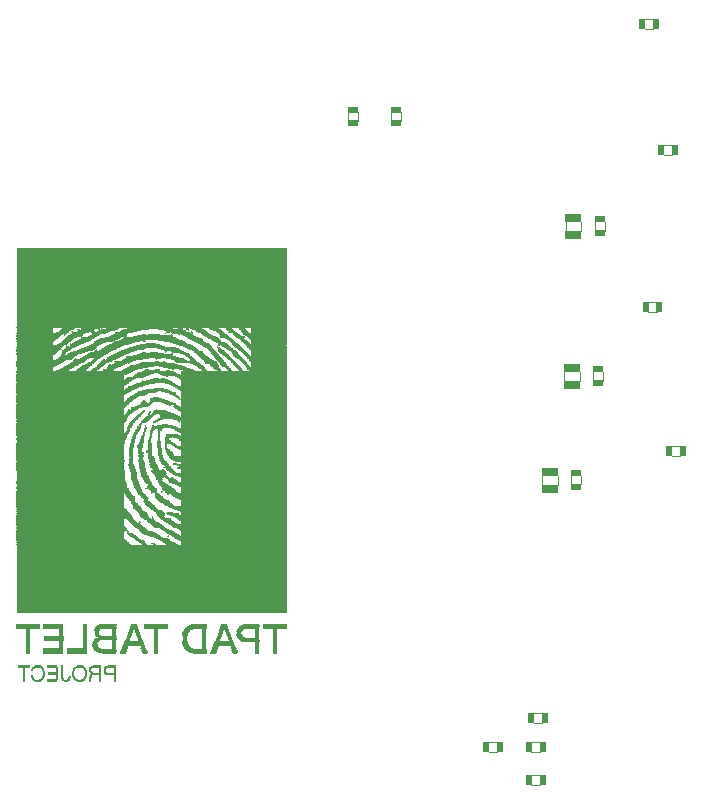
<source format=gbo>
G75*
%MOIN*%
%OFA0B0*%
%FSLAX24Y24*%
%IPPOS*%
%LPD*%
%AMOC8*
5,1,8,0,0,1.08239X$1,22.5*
%
%ADD10R,0.0080X0.0010*%
%ADD11R,0.0070X0.0010*%
%ADD12R,0.0060X0.0010*%
%ADD13R,0.0170X0.0010*%
%ADD14R,0.0140X0.0010*%
%ADD15R,0.0350X0.0010*%
%ADD16R,0.0210X0.0010*%
%ADD17R,0.0180X0.0010*%
%ADD18R,0.0220X0.0010*%
%ADD19R,0.0250X0.0010*%
%ADD20R,0.0260X0.0010*%
%ADD21R,0.0290X0.0010*%
%ADD22R,0.0240X0.0010*%
%ADD23R,0.0280X0.0010*%
%ADD24R,0.0310X0.0010*%
%ADD25R,0.0300X0.0010*%
%ADD26R,0.0110X0.0010*%
%ADD27R,0.0090X0.0010*%
%ADD28R,0.0120X0.0010*%
%ADD29R,0.0100X0.0010*%
%ADD30R,0.0050X0.0010*%
%ADD31R,0.0320X0.0010*%
%ADD32R,0.0340X0.0010*%
%ADD33R,0.0330X0.0010*%
%ADD34R,0.0370X0.0010*%
%ADD35R,0.0410X0.0010*%
%ADD36R,0.0360X0.0010*%
%ADD37R,0.0160X0.0010*%
%ADD38R,0.0440X0.0010*%
%ADD39R,0.0490X0.0010*%
%ADD40R,0.0650X0.0010*%
%ADD41R,0.0690X0.0010*%
%ADD42R,0.0510X0.0010*%
%ADD43R,0.0560X0.0010*%
%ADD44R,0.0540X0.0010*%
%ADD45R,0.0600X0.0010*%
%ADD46R,0.0570X0.0010*%
%ADD47R,0.0630X0.0010*%
%ADD48R,0.0590X0.0010*%
%ADD49R,0.0610X0.0010*%
%ADD50R,0.0670X0.0010*%
%ADD51R,0.0680X0.0010*%
%ADD52R,0.0640X0.0010*%
%ADD53R,0.0700X0.0010*%
%ADD54R,0.0660X0.0010*%
%ADD55R,0.0710X0.0010*%
%ADD56R,0.0720X0.0010*%
%ADD57R,0.0730X0.0010*%
%ADD58R,0.0740X0.0010*%
%ADD59R,0.0750X0.0010*%
%ADD60R,0.0200X0.0010*%
%ADD61R,0.0190X0.0010*%
%ADD62R,0.0470X0.0010*%
%ADD63R,0.0620X0.0010*%
%ADD64R,0.0530X0.0010*%
%ADD65R,0.0150X0.0010*%
%ADD66R,0.0780X0.0010*%
%ADD67R,0.0230X0.0010*%
%ADD68R,0.9000X0.0010*%
%ADD69R,0.3520X0.0010*%
%ADD70R,0.0400X0.0010*%
%ADD71R,0.3860X0.0010*%
%ADD72R,0.0390X0.0010*%
%ADD73R,0.0020X0.0010*%
%ADD74R,0.3820X0.0010*%
%ADD75R,0.0380X0.0010*%
%ADD76R,0.3800X0.0010*%
%ADD77R,0.0130X0.0010*%
%ADD78R,0.3780X0.0010*%
%ADD79R,0.3770X0.0010*%
%ADD80R,0.0040X0.0010*%
%ADD81R,0.3760X0.0010*%
%ADD82R,0.3750X0.0010*%
%ADD83R,0.0010X0.0010*%
%ADD84R,0.3740X0.0010*%
%ADD85R,0.3730X0.0010*%
%ADD86R,0.3720X0.0010*%
%ADD87R,0.3710X0.0010*%
%ADD88R,0.3700X0.0010*%
%ADD89R,0.3690X0.0010*%
%ADD90R,0.3680X0.0010*%
%ADD91R,0.3670X0.0010*%
%ADD92R,0.3540X0.0010*%
%ADD93R,0.3660X0.0010*%
%ADD94R,0.3550X0.0010*%
%ADD95R,0.3650X0.0010*%
%ADD96R,0.3570X0.0010*%
%ADD97R,0.3630X0.0010*%
%ADD98R,0.3590X0.0010*%
%ADD99R,0.3610X0.0010*%
%ADD100R,0.3580X0.0010*%
%ADD101R,0.0270X0.0010*%
%ADD102R,0.3790X0.0010*%
%ADD103R,0.0030X0.0010*%
%ADD104R,0.3530X0.0010*%
%ADD105R,0.0430X0.0010*%
%ADD106R,0.0480X0.0010*%
%ADD107R,0.0460X0.0010*%
%ADD108R,0.0450X0.0010*%
%ADD109R,0.0420X0.0010*%
%ADD110R,0.3560X0.0010*%
%ADD111R,0.3640X0.0010*%
%ADD112R,0.3620X0.0010*%
%ADD113R,0.3810X0.0010*%
%ADD114R,0.3600X0.0010*%
%ADD115R,0.3830X0.0010*%
%ADD116R,0.3840X0.0010*%
%ADD117R,0.3850X0.0010*%
%ADD118R,0.3870X0.0010*%
%ADD119R,0.3880X0.0010*%
%ADD120R,0.3900X0.0010*%
%ADD121R,0.3920X0.0010*%
%ADD122R,0.4000X0.0010*%
%ADD123R,0.4010X0.0010*%
%ADD124R,0.3890X0.0010*%
%ADD125R,0.3910X0.0010*%
%ADD126R,0.4030X0.0010*%
%ADD127R,0.0820X0.0010*%
%ADD128R,0.0790X0.0010*%
%ADD129R,0.0520X0.0010*%
%ADD130R,0.4240X0.0010*%
%ADD131R,0.4230X0.0010*%
%ADD132R,0.4220X0.0010*%
%ADD133R,0.0550X0.0010*%
%ADD134R,0.0500X0.0010*%
%ADD135R,0.0580X0.0010*%
%ADD136R,0.0920X0.0010*%
%ADD137R,0.0870X0.0010*%
%ADD138R,0.0810X0.0010*%
%ADD139R,0.0760X0.0010*%
%ADD140R,0.1040X0.0010*%
%ADD141R,0.1010X0.0010*%
%ADD142R,0.0970X0.0010*%
%ADD143R,0.0950X0.0010*%
%ADD144R,0.1240X0.0010*%
%ADD145R,0.1210X0.0010*%
%ADD146R,0.1080X0.0010*%
%ADD147R,0.0990X0.0010*%
%ADD148R,0.1250X0.0010*%
%ADD149R,0.1230X0.0010*%
%ADD150R,0.1260X0.0010*%
%ADD151R,0.1270X0.0010*%
%ADD152R,0.1280X0.0010*%
%ADD153R,0.1290X0.0010*%
%ADD154R,0.1300X0.0010*%
%ADD155R,0.1310X0.0010*%
%ADD156R,0.1320X0.0010*%
%ADD157R,0.1330X0.0010*%
%ADD158R,0.1340X0.0010*%
%ADD159R,0.1190X0.0010*%
%ADD160R,0.1180X0.0010*%
%ADD161R,0.0770X0.0010*%
%ADD162R,0.0800X0.0010*%
%ADD163R,0.1710X0.0010*%
%ADD164R,0.1650X0.0010*%
%ADD165R,0.1550X0.0010*%
%ADD166R,0.1470X0.0010*%
%ADD167R,0.1390X0.0010*%
%ADD168R,0.1360X0.0010*%
%ADD169R,0.1380X0.0010*%
%ADD170R,0.1400X0.0010*%
%ADD171R,0.1200X0.0010*%
%ADD172R,0.1420X0.0010*%
%ADD173R,0.1120X0.0010*%
%ADD174R,0.1440X0.0010*%
%ADD175R,0.1460X0.0010*%
%ADD176R,0.1480X0.0010*%
%ADD177R,0.1500X0.0010*%
%ADD178R,0.1510X0.0010*%
%ADD179R,0.1530X0.0010*%
%ADD180R,0.1220X0.0010*%
%ADD181R,0.1570X0.0010*%
%ADD182R,0.1580X0.0010*%
%ADD183R,0.1600X0.0010*%
%ADD184R,0.0850X0.0010*%
%ADD185R,0.1690X0.0010*%
%ADD186R,0.1660X0.0010*%
%ADD187R,0.1630X0.0010*%
%ADD188R,0.1560X0.0010*%
%ADD189R,0.0930X0.0010*%
%ADD190R,0.0860X0.0010*%
%ADD191R,0.1350X0.0010*%
%ADD192R,0.1370X0.0010*%
%ADD193R,0.1410X0.0010*%
%ADD194R,0.1490X0.0010*%
%ADD195R,0.1140X0.0010*%
%ADD196R,0.1520X0.0010*%
%ADD197R,0.1540X0.0010*%
%ADD198R,0.0880X0.0010*%
%ADD199R,0.0830X0.0010*%
%ADD200R,0.1920X0.0010*%
%ADD201R,0.1900X0.0010*%
%ADD202R,0.1870X0.0010*%
%ADD203R,0.1830X0.0010*%
%ADD204R,0.1810X0.0010*%
%ADD205R,0.1780X0.0010*%
%ADD206R,0.1750X0.0010*%
%ADD207R,0.1720X0.0010*%
%ADD208R,0.1620X0.0010*%
%ADD209R,0.1450X0.0010*%
%ADD210R,0.1430X0.0010*%
%ADD211C,0.0040*%
%ADD212R,0.0374X0.0197*%
%ADD213R,0.0197X0.0374*%
%ADD214R,0.0571X0.0295*%
D10*
X014304Y009074D03*
X014314Y009064D03*
X014454Y008984D03*
X014614Y009084D03*
X014614Y009094D03*
X014624Y009104D03*
X014634Y009124D03*
X014614Y009404D03*
X014314Y009434D03*
X014304Y009424D03*
X014294Y009414D03*
X015494Y009054D03*
X015674Y009104D03*
X015684Y009084D03*
X015694Y009074D03*
X015844Y008984D03*
X016014Y009094D03*
X016024Y009104D03*
X016234Y009194D03*
X016244Y009204D03*
X016234Y009284D03*
X016214Y009424D03*
X016224Y009434D03*
X016024Y009394D03*
X016014Y009404D03*
X015694Y009424D03*
X015684Y009414D03*
X015674Y009394D03*
X016714Y009424D03*
X016724Y009434D03*
X016714Y009284D03*
X016724Y009274D03*
X017684Y013524D03*
X018374Y013534D03*
X018944Y015764D03*
X018754Y016764D03*
X018744Y016774D03*
X018744Y016784D03*
X018744Y016904D03*
X018744Y016914D03*
X018484Y017054D03*
X018484Y017064D03*
X018484Y017074D03*
X018484Y017084D03*
X018484Y017094D03*
X018484Y017104D03*
X018484Y017114D03*
X018484Y017124D03*
X018484Y017134D03*
X018484Y017144D03*
X018484Y017154D03*
X018484Y017164D03*
X018494Y017234D03*
X018494Y017244D03*
X018494Y017254D03*
X018494Y017264D03*
X018494Y017274D03*
X018504Y017304D03*
X018254Y017294D03*
X018244Y017274D03*
X018244Y017264D03*
X018244Y017254D03*
X018234Y017244D03*
X018234Y017234D03*
X018234Y017224D03*
X018224Y017214D03*
X018224Y017204D03*
X018224Y017194D03*
X018224Y017184D03*
X018214Y017164D03*
X018214Y017154D03*
X018214Y017144D03*
X018214Y017134D03*
X018204Y017114D03*
X018204Y017104D03*
X018204Y017094D03*
X018204Y017084D03*
X018014Y017304D03*
X018024Y017334D03*
X018024Y017344D03*
X018024Y017354D03*
X018034Y017364D03*
X018034Y017374D03*
X017874Y017534D03*
X017874Y017544D03*
X017884Y017554D03*
X017894Y017574D03*
X017924Y017604D03*
X017864Y017524D03*
X017914Y017924D03*
X017924Y017934D03*
X017514Y018034D03*
X017484Y017364D03*
X017484Y017354D03*
X017474Y017344D03*
X017474Y017334D03*
X018304Y017494D03*
X019174Y017664D03*
X019044Y018204D03*
X019034Y018214D03*
X018864Y018204D03*
X019164Y018424D03*
X018404Y019094D03*
X018114Y019384D03*
X018664Y019644D03*
X018904Y019884D03*
X018764Y020024D03*
X018724Y019994D03*
X020504Y020094D03*
X016404Y020004D03*
X015304Y019904D03*
D11*
X015379Y020564D03*
X016269Y019954D03*
X016469Y020754D03*
X017919Y020054D03*
X018739Y020004D03*
X018759Y020014D03*
X018909Y020524D03*
X018769Y020614D03*
X019469Y020734D03*
X019469Y020744D03*
X020499Y020204D03*
X017999Y018334D03*
X017799Y018184D03*
X017939Y017944D03*
X017909Y017594D03*
X017899Y017584D03*
X017889Y017564D03*
X018039Y017394D03*
X018039Y017384D03*
X018219Y017174D03*
X018489Y017174D03*
X018489Y017184D03*
X018489Y017194D03*
X018489Y017204D03*
X018489Y017214D03*
X018489Y017224D03*
X018739Y016894D03*
X018739Y016884D03*
X018739Y016874D03*
X018739Y016824D03*
X018739Y016814D03*
X018739Y016804D03*
X018739Y016794D03*
X018329Y017624D03*
X018089Y015424D03*
X018359Y013544D03*
X016709Y009414D03*
X016699Y009404D03*
X016699Y009394D03*
X016699Y009384D03*
X016699Y009324D03*
X016699Y009314D03*
X016699Y009304D03*
X016709Y009294D03*
X016219Y009294D03*
X016219Y009304D03*
X016209Y009314D03*
X016199Y009364D03*
X016199Y009374D03*
X016209Y009404D03*
X016209Y009414D03*
X016039Y009374D03*
X016039Y009364D03*
X016029Y009384D03*
X016009Y009414D03*
X016049Y009344D03*
X016049Y009334D03*
X016059Y009304D03*
X016059Y009294D03*
X016059Y009284D03*
X016059Y009214D03*
X016059Y009204D03*
X016059Y009194D03*
X016049Y009164D03*
X016049Y009154D03*
X016039Y009134D03*
X016039Y009124D03*
X016029Y009114D03*
X016009Y009084D03*
X016199Y009024D03*
X016199Y009014D03*
X016199Y009004D03*
X016189Y008994D03*
X016219Y009164D03*
X016219Y009174D03*
X016229Y009184D03*
X015849Y009514D03*
X015679Y009404D03*
X015669Y009384D03*
X015659Y009374D03*
X015659Y009364D03*
X015649Y009344D03*
X015639Y009314D03*
X015639Y009304D03*
X015639Y009294D03*
X015639Y009204D03*
X015639Y009194D03*
X015639Y009184D03*
X015649Y009154D03*
X015649Y009144D03*
X015659Y009134D03*
X015659Y009124D03*
X015669Y009114D03*
X015679Y009094D03*
X015509Y009094D03*
X015509Y009104D03*
X015509Y009084D03*
X015499Y009064D03*
X015399Y008984D03*
X015299Y009054D03*
X015289Y009064D03*
X015289Y009074D03*
X015279Y009094D03*
X015279Y009104D03*
X015279Y009114D03*
X015279Y009124D03*
X015279Y009134D03*
X015279Y009144D03*
X015279Y009154D03*
X015279Y009164D03*
X015279Y009174D03*
X015279Y009184D03*
X015279Y009194D03*
X015279Y009204D03*
X015279Y009214D03*
X015279Y009224D03*
X015279Y009234D03*
X015279Y009244D03*
X015279Y009254D03*
X015279Y009264D03*
X015279Y009274D03*
X015279Y009284D03*
X015279Y009294D03*
X015279Y009304D03*
X015279Y009314D03*
X015279Y009324D03*
X015279Y009334D03*
X015279Y009344D03*
X015279Y009354D03*
X015279Y009364D03*
X015279Y009374D03*
X015279Y009384D03*
X015279Y009394D03*
X015279Y009404D03*
X015279Y009414D03*
X015279Y009424D03*
X015279Y009434D03*
X015279Y009444D03*
X015279Y009454D03*
X015279Y009464D03*
X015279Y009474D03*
X015279Y009484D03*
X015279Y009494D03*
X015279Y009504D03*
X014649Y009334D03*
X014649Y009324D03*
X014639Y009354D03*
X014639Y009364D03*
X014629Y009374D03*
X014629Y009384D03*
X014619Y009394D03*
X014609Y009414D03*
X014659Y009264D03*
X014659Y009254D03*
X014659Y009244D03*
X014659Y009234D03*
X014659Y009224D03*
X014649Y009174D03*
X014649Y009164D03*
X014639Y009144D03*
X014639Y009134D03*
X014629Y009114D03*
X014299Y009084D03*
X014289Y009094D03*
X014289Y009104D03*
X014279Y009114D03*
X014279Y009124D03*
X014269Y009144D03*
X014269Y009154D03*
X014269Y009354D03*
X014269Y009364D03*
X014279Y009384D03*
X014279Y009394D03*
X014289Y009404D03*
X014449Y009514D03*
D12*
X013984Y008994D03*
X013984Y009004D03*
X013984Y009014D03*
X013984Y009024D03*
X013984Y009034D03*
X013984Y009044D03*
X013984Y009054D03*
X013984Y009064D03*
X013984Y009074D03*
X013984Y009084D03*
X013984Y009094D03*
X013984Y009104D03*
X013984Y009114D03*
X013984Y009124D03*
X013984Y009134D03*
X013984Y009144D03*
X013984Y009154D03*
X013984Y009164D03*
X013984Y009174D03*
X013984Y009184D03*
X013984Y009194D03*
X013984Y009204D03*
X013984Y009214D03*
X013984Y009224D03*
X013984Y009234D03*
X013984Y009244D03*
X013984Y009254D03*
X013984Y009264D03*
X013984Y009274D03*
X013984Y009284D03*
X013984Y009294D03*
X013984Y009304D03*
X013984Y009314D03*
X013984Y009324D03*
X013984Y009334D03*
X013984Y009344D03*
X013984Y009354D03*
X013984Y009364D03*
X013984Y009374D03*
X013984Y009384D03*
X013984Y009394D03*
X013984Y009404D03*
X013984Y009414D03*
X013984Y009424D03*
X013984Y009434D03*
X013984Y009444D03*
X014274Y009374D03*
X014264Y009184D03*
X014264Y009174D03*
X014264Y009164D03*
X014274Y009134D03*
X014644Y009154D03*
X014654Y009184D03*
X014654Y009194D03*
X014654Y009204D03*
X014654Y009214D03*
X014654Y009274D03*
X014654Y009284D03*
X014654Y009294D03*
X014654Y009304D03*
X014654Y009314D03*
X014644Y009344D03*
X015084Y009344D03*
X015084Y009354D03*
X015084Y009364D03*
X015084Y009374D03*
X015084Y009384D03*
X015084Y009394D03*
X015084Y009404D03*
X015084Y009414D03*
X015084Y009424D03*
X015084Y009434D03*
X015084Y009444D03*
X015084Y009334D03*
X015084Y009324D03*
X015084Y009314D03*
X015084Y009304D03*
X015084Y009294D03*
X015084Y009224D03*
X015084Y009214D03*
X015084Y009204D03*
X015084Y009194D03*
X015084Y009184D03*
X015084Y009174D03*
X015084Y009164D03*
X015084Y009154D03*
X015084Y009144D03*
X015084Y009134D03*
X015084Y009124D03*
X015084Y009114D03*
X015084Y009104D03*
X015084Y009094D03*
X015084Y009084D03*
X015084Y009074D03*
X015084Y009064D03*
X015084Y009054D03*
X015284Y009084D03*
X015504Y009074D03*
X015514Y009114D03*
X015514Y009124D03*
X015514Y009134D03*
X015514Y009144D03*
X015514Y009154D03*
X015644Y009164D03*
X015644Y009174D03*
X015634Y009214D03*
X015634Y009224D03*
X015634Y009234D03*
X015634Y009244D03*
X015634Y009254D03*
X015634Y009264D03*
X015634Y009274D03*
X015634Y009284D03*
X015644Y009324D03*
X015644Y009334D03*
X015654Y009354D03*
X016044Y009354D03*
X016054Y009324D03*
X016054Y009314D03*
X016064Y009274D03*
X016064Y009264D03*
X016064Y009254D03*
X016064Y009244D03*
X016064Y009234D03*
X016064Y009224D03*
X016054Y009184D03*
X016054Y009174D03*
X016044Y009144D03*
X016204Y009094D03*
X016204Y009084D03*
X016204Y009074D03*
X016204Y009064D03*
X016204Y009054D03*
X016204Y009044D03*
X016204Y009034D03*
X016214Y009114D03*
X016214Y009124D03*
X016214Y009134D03*
X016214Y009144D03*
X016214Y009154D03*
X016204Y009324D03*
X016204Y009334D03*
X016204Y009344D03*
X016204Y009354D03*
X016204Y009384D03*
X016204Y009394D03*
X016534Y009394D03*
X016534Y009404D03*
X016534Y009414D03*
X016534Y009424D03*
X016534Y009434D03*
X016534Y009444D03*
X016534Y009384D03*
X016534Y009374D03*
X016534Y009364D03*
X016534Y009354D03*
X016534Y009344D03*
X016534Y009334D03*
X016534Y009324D03*
X016534Y009314D03*
X016534Y009304D03*
X016534Y009294D03*
X016534Y009284D03*
X016534Y009274D03*
X016534Y009204D03*
X016534Y009194D03*
X016534Y009184D03*
X016534Y009174D03*
X016534Y009164D03*
X016534Y009154D03*
X016534Y009144D03*
X016534Y009134D03*
X016534Y009124D03*
X016534Y009114D03*
X016534Y009104D03*
X016534Y009094D03*
X016534Y009084D03*
X016534Y009074D03*
X016534Y009064D03*
X016534Y009054D03*
X016534Y009044D03*
X016534Y009034D03*
X016534Y009024D03*
X016534Y009014D03*
X016534Y009004D03*
X016534Y008994D03*
X016694Y009334D03*
X016694Y009344D03*
X016694Y009354D03*
X016694Y009364D03*
X016694Y009374D03*
X017014Y009374D03*
X017014Y009384D03*
X017014Y009394D03*
X017014Y009404D03*
X017014Y009414D03*
X017014Y009424D03*
X017014Y009434D03*
X017014Y009444D03*
X017014Y009364D03*
X017014Y009354D03*
X017014Y009344D03*
X017014Y009334D03*
X017014Y009324D03*
X017014Y009314D03*
X017014Y009304D03*
X017014Y009294D03*
X017014Y009284D03*
X017014Y009274D03*
X017014Y009264D03*
X017014Y009194D03*
X017014Y009184D03*
X017014Y009174D03*
X017014Y009164D03*
X017014Y009154D03*
X017014Y009144D03*
X017014Y009134D03*
X017014Y009124D03*
X017014Y009114D03*
X017014Y009104D03*
X017014Y009094D03*
X017014Y009084D03*
X017014Y009074D03*
X017014Y009064D03*
X017014Y009054D03*
X017014Y009044D03*
X017014Y009034D03*
X017014Y009024D03*
X017014Y009014D03*
X017014Y009004D03*
X017014Y008994D03*
X018344Y013554D03*
X017484Y013934D03*
X018644Y016044D03*
X018734Y016834D03*
X018734Y016844D03*
X018734Y016854D03*
X018734Y016864D03*
X018304Y017504D03*
X018054Y017434D03*
X018054Y017424D03*
X018044Y017414D03*
X018044Y017404D03*
X018174Y017864D03*
X017944Y017954D03*
X019174Y018414D03*
X018964Y019394D03*
X018664Y019654D03*
X018444Y019744D03*
X018484Y019394D03*
X018724Y019984D03*
X018974Y019944D03*
X019174Y020564D03*
X019244Y020774D03*
X019464Y020724D03*
X019464Y020714D03*
X020494Y020194D03*
X020494Y020184D03*
X020494Y020104D03*
X018004Y020334D03*
X017384Y020474D03*
X017054Y019654D03*
X016874Y019544D03*
X016404Y020014D03*
X015824Y020704D03*
D13*
X015349Y019974D03*
X016219Y019594D03*
X016239Y019604D03*
X016519Y019494D03*
X016529Y019504D03*
X016539Y019514D03*
X016549Y019524D03*
X016569Y019554D03*
X017999Y018284D03*
X017679Y018054D03*
X018009Y017654D03*
X017999Y017644D03*
X018189Y017824D03*
X018219Y017844D03*
X018579Y017744D03*
X018809Y017124D03*
X018789Y017004D03*
X018909Y016914D03*
X018929Y016904D03*
X019119Y016804D03*
X018819Y016654D03*
X018609Y016364D03*
X018629Y016334D03*
X018639Y016314D03*
X018649Y016304D03*
X018659Y016294D03*
X018669Y016274D03*
X018679Y016264D03*
X018689Y016254D03*
X018699Y016244D03*
X018709Y016234D03*
X018719Y016224D03*
X018729Y016214D03*
X018789Y016144D03*
X018979Y015944D03*
X018579Y015614D03*
X018569Y015624D03*
X018519Y015704D03*
X018509Y015724D03*
X018509Y015734D03*
X018499Y015744D03*
X018169Y015584D03*
X018159Y015594D03*
X018209Y015494D03*
X017889Y015264D03*
X017909Y015234D03*
X017949Y015184D03*
X017869Y015294D03*
X017839Y015344D03*
X017829Y015364D03*
X017819Y015384D03*
X017809Y015404D03*
X017799Y015424D03*
X017799Y015434D03*
X017789Y015444D03*
X017789Y015454D03*
X017779Y015464D03*
X017779Y015474D03*
X017769Y015494D03*
X017669Y015874D03*
X017669Y015884D03*
X017659Y015914D03*
X017659Y015924D03*
X017649Y015954D03*
X017649Y015964D03*
X017639Y015984D03*
X017629Y016034D03*
X017619Y016054D03*
X017579Y016174D03*
X017579Y016184D03*
X017579Y016194D03*
X017579Y016204D03*
X017919Y016234D03*
X017919Y016244D03*
X017919Y016254D03*
X017919Y016264D03*
X017919Y016274D03*
X017919Y016284D03*
X017909Y016334D03*
X017909Y016344D03*
X017909Y016354D03*
X017899Y016474D03*
X017899Y016484D03*
X017899Y016494D03*
X017899Y016504D03*
X017899Y016514D03*
X017899Y016524D03*
X017889Y016574D03*
X017889Y016584D03*
X017889Y016594D03*
X017889Y016604D03*
X017849Y016784D03*
X017849Y016794D03*
X017869Y016864D03*
X018179Y016624D03*
X018179Y016614D03*
X018179Y016604D03*
X018219Y016474D03*
X018229Y016454D03*
X018079Y014984D03*
X017679Y014914D03*
X017669Y014924D03*
X017609Y015024D03*
X017599Y015044D03*
X017529Y013914D03*
X017689Y013794D03*
X016419Y010694D03*
X016419Y010684D03*
X016419Y010674D03*
X016459Y010514D03*
X016469Y010504D03*
X016399Y010324D03*
X016389Y010314D03*
X016379Y010284D03*
X016369Y010234D03*
X016369Y010224D03*
X016369Y010214D03*
X016369Y010204D03*
X016369Y010194D03*
X016369Y010184D03*
X016369Y010174D03*
X016369Y010164D03*
X016379Y010154D03*
X016379Y010144D03*
X015849Y009504D03*
X015849Y008994D03*
X014449Y008994D03*
X014449Y009504D03*
X017299Y009944D03*
X017309Y009964D03*
X017309Y009974D03*
X017319Y009994D03*
X017319Y010004D03*
X017329Y010014D03*
X017329Y010024D03*
X017329Y010034D03*
X017339Y010044D03*
X017339Y010054D03*
X017339Y010064D03*
X017349Y010074D03*
X017349Y010084D03*
X017359Y010104D03*
X017359Y010114D03*
X017369Y010134D03*
X017379Y010164D03*
X017389Y010184D03*
X017439Y010324D03*
X017979Y010084D03*
X017999Y010034D03*
X018009Y010004D03*
X018019Y009974D03*
X018029Y009954D03*
X018029Y009944D03*
X019359Y010294D03*
X019359Y010304D03*
X019369Y010254D03*
X019369Y010244D03*
X019379Y010224D03*
X019379Y010214D03*
X019389Y010204D03*
X019389Y010194D03*
X019399Y010174D03*
X019359Y010514D03*
X019359Y010524D03*
X019369Y010564D03*
X019369Y010574D03*
X019379Y010594D03*
X019379Y010604D03*
X019389Y010614D03*
X019389Y010624D03*
X019399Y010644D03*
X020449Y010324D03*
X020399Y010184D03*
X020389Y010164D03*
X020379Y010134D03*
X020369Y010114D03*
X020369Y010104D03*
X020359Y010084D03*
X020359Y010074D03*
X020349Y010064D03*
X020349Y010054D03*
X020349Y010044D03*
X020339Y010034D03*
X020339Y010024D03*
X020339Y010014D03*
X020329Y010004D03*
X020329Y009994D03*
X020319Y009974D03*
X020319Y009964D03*
X020309Y009944D03*
X020989Y010084D03*
X021009Y010034D03*
X021019Y010004D03*
X021029Y009974D03*
X021039Y009954D03*
X021039Y009944D03*
X021189Y010504D03*
X021189Y010514D03*
X021179Y010524D03*
X021179Y010534D03*
X021179Y010544D03*
X021179Y010654D03*
X021179Y010664D03*
X021189Y010684D03*
X018979Y018564D03*
X018959Y019414D03*
X019429Y019874D03*
X019639Y019684D03*
X019889Y019474D03*
X019899Y019464D03*
X019919Y019454D03*
X019929Y019444D03*
X019939Y019434D03*
X020399Y019854D03*
X020409Y019844D03*
X020389Y019874D03*
X020379Y019884D03*
X020369Y019894D03*
X020349Y019924D03*
X020339Y019934D03*
X020329Y019944D03*
X020299Y019984D03*
X020289Y019994D03*
X020279Y020004D03*
X020269Y020014D03*
X020259Y020024D03*
X020549Y020024D03*
X020719Y019874D03*
X020729Y019864D03*
X020739Y019854D03*
X020869Y020064D03*
X020839Y020084D03*
X020929Y020024D03*
X020949Y020014D03*
X021029Y019934D03*
X021059Y019884D03*
X021069Y019874D03*
X021199Y019754D03*
X021259Y020024D03*
X021249Y020034D03*
X021239Y020044D03*
X021229Y020054D03*
X021039Y020234D03*
X021029Y020244D03*
X021019Y020254D03*
X020859Y020394D03*
X020829Y020414D03*
X020999Y020614D03*
X021069Y020564D03*
X021079Y020554D03*
X021089Y020544D03*
X021339Y020344D03*
X020589Y019634D03*
X020579Y019644D03*
X020569Y019654D03*
X020559Y019664D03*
X020619Y019594D03*
X020719Y019484D03*
X018959Y020114D03*
X018479Y019764D03*
X019199Y020734D03*
D14*
X019464Y019844D03*
X020534Y020044D03*
X020844Y019764D03*
X020854Y019754D03*
X020864Y019744D03*
X020874Y019734D03*
X020884Y019724D03*
X020894Y019714D03*
X020764Y019454D03*
X020854Y019354D03*
X020864Y019344D03*
X020874Y019334D03*
X021224Y019354D03*
X021234Y019344D03*
X021244Y019324D03*
X021424Y019524D03*
X021364Y019594D03*
X021354Y019604D03*
X021344Y019614D03*
X021334Y019624D03*
X021294Y019674D03*
X021284Y019684D03*
X021274Y019694D03*
X021264Y019704D03*
X021254Y019714D03*
X021244Y019724D03*
X021234Y019734D03*
X021404Y019894D03*
X021414Y019884D03*
X021424Y019874D03*
X021434Y019864D03*
X021394Y019904D03*
X021284Y020384D03*
X020914Y020354D03*
X020494Y019354D03*
X020504Y019344D03*
X020514Y019334D03*
X020514Y019324D03*
X019024Y018534D03*
X019004Y018544D03*
X019084Y018164D03*
X018554Y017734D03*
X018514Y017394D03*
X018784Y017104D03*
X018774Y017024D03*
X019004Y016864D03*
X018544Y016534D03*
X018544Y016524D03*
X018554Y016494D03*
X018534Y016574D03*
X018534Y016584D03*
X018514Y016734D03*
X018514Y016744D03*
X018514Y016754D03*
X018514Y016764D03*
X018504Y016784D03*
X018504Y016794D03*
X018504Y016804D03*
X018504Y016814D03*
X018504Y016824D03*
X018184Y016714D03*
X018184Y016704D03*
X017874Y016634D03*
X017864Y016644D03*
X017864Y016654D03*
X017854Y016694D03*
X017854Y016704D03*
X017854Y016714D03*
X017854Y016724D03*
X017884Y016894D03*
X017894Y016904D03*
X017894Y016914D03*
X017564Y016644D03*
X017564Y016634D03*
X017564Y016624D03*
X017564Y016614D03*
X017564Y016604D03*
X017564Y016594D03*
X017564Y016584D03*
X017564Y016574D03*
X017564Y016564D03*
X017574Y016284D03*
X017574Y016274D03*
X017574Y016264D03*
X017644Y016014D03*
X018194Y015554D03*
X018204Y015544D03*
X018204Y015534D03*
X018444Y015224D03*
X019024Y016244D03*
X017814Y017404D03*
X017624Y017644D03*
X017634Y017654D03*
X017644Y017664D03*
X017774Y017794D03*
X017784Y017804D03*
X017794Y017814D03*
X017804Y017824D03*
X017814Y017834D03*
X017454Y017884D03*
X016284Y019634D03*
X016294Y019644D03*
X016324Y019664D03*
X015334Y019954D03*
X018004Y019944D03*
X017984Y020544D03*
X017754Y013744D03*
X017784Y013724D03*
X017984Y013584D03*
X017994Y013574D03*
X017744Y010724D03*
X017744Y010714D03*
X017754Y010694D03*
X017764Y010664D03*
X017774Y010634D03*
X017784Y010614D03*
X017794Y010584D03*
X017584Y010714D03*
X015394Y008994D03*
X020594Y010714D03*
X020754Y010714D03*
X020754Y010724D03*
X020764Y010694D03*
X020774Y010664D03*
X020784Y010634D03*
X020794Y010614D03*
X020804Y010584D03*
D15*
X018619Y013744D03*
X018339Y013844D03*
X018439Y014194D03*
X019039Y014214D03*
X018879Y015324D03*
X018059Y018234D03*
X018069Y018244D03*
X017639Y018784D03*
X018779Y018954D03*
X019499Y020144D03*
X019519Y020134D03*
X019589Y020464D03*
X019449Y020554D03*
X019759Y020374D03*
X019799Y020724D03*
X019779Y020734D03*
X016999Y020774D03*
X016499Y020274D03*
X016239Y020134D03*
X015849Y020284D03*
X015659Y019904D03*
X015739Y019604D03*
X015719Y019594D03*
X015369Y019394D03*
X015349Y019384D03*
X015369Y020684D03*
X016949Y019764D03*
X016389Y009474D03*
X016389Y009264D03*
X016389Y009214D03*
X016869Y009254D03*
X016869Y009454D03*
X014939Y009454D03*
X014939Y009464D03*
X014939Y009474D03*
X014939Y009484D03*
X014939Y009494D03*
X014939Y009504D03*
X014939Y009044D03*
X014939Y009034D03*
X014939Y009024D03*
X014939Y009014D03*
X014939Y009004D03*
X014939Y008994D03*
D16*
X015399Y009014D03*
X015849Y009004D03*
X015849Y009494D03*
X016419Y010084D03*
X014449Y009494D03*
X019449Y010114D03*
X019449Y010704D03*
X021219Y010464D03*
X021229Y010454D03*
X017909Y013664D03*
X017609Y013854D03*
X017659Y014284D03*
X017859Y014674D03*
X017819Y014714D03*
X017729Y014844D03*
X017719Y014854D03*
X017579Y015094D03*
X017499Y015204D03*
X017489Y015214D03*
X017479Y015224D03*
X017949Y015214D03*
X018009Y015134D03*
X018119Y014934D03*
X018129Y014924D03*
X018329Y014744D03*
X018339Y014734D03*
X018569Y014504D03*
X018569Y014494D03*
X018599Y014104D03*
X018719Y014044D03*
X018739Y014034D03*
X018099Y014414D03*
X018539Y015054D03*
X018529Y015064D03*
X018469Y015174D03*
X018329Y015304D03*
X018319Y015334D03*
X018119Y015654D03*
X018109Y015664D03*
X017979Y015954D03*
X017969Y015984D03*
X017969Y015994D03*
X017969Y016004D03*
X017959Y016014D03*
X017959Y016024D03*
X017959Y016034D03*
X017669Y015804D03*
X017669Y015794D03*
X017669Y015784D03*
X017689Y015694D03*
X017699Y015684D03*
X017699Y015674D03*
X017709Y015654D03*
X018409Y016034D03*
X018289Y016264D03*
X018289Y016274D03*
X018279Y016294D03*
X018279Y016304D03*
X018859Y016594D03*
X018909Y016504D03*
X018919Y016494D03*
X018919Y016484D03*
X018809Y016974D03*
X018609Y017754D03*
X019089Y018144D03*
X018949Y018584D03*
X018949Y018884D03*
X018799Y019334D03*
X018419Y019364D03*
X018389Y018444D03*
X017499Y018344D03*
X017489Y018334D03*
X017479Y018324D03*
X017469Y018314D03*
X016309Y019334D03*
X016399Y019404D03*
X016429Y019424D03*
X016619Y019584D03*
X016169Y019564D03*
X015479Y020074D03*
X015449Y020054D03*
X015369Y020004D03*
X019179Y020724D03*
X019689Y020034D03*
X019629Y019674D03*
X019819Y019524D03*
X020409Y019434D03*
X020669Y019524D03*
X020679Y019504D03*
X020589Y019974D03*
X020579Y019984D03*
X020769Y020134D03*
X020779Y020124D03*
X021009Y019974D03*
X021109Y019824D03*
X021129Y020504D03*
X021319Y020694D03*
X021329Y020684D03*
X021339Y020674D03*
X021309Y020704D03*
X021299Y020714D03*
X021289Y020724D03*
X021279Y020734D03*
X021269Y020744D03*
X021259Y020754D03*
X021249Y020764D03*
X020899Y020674D03*
X020889Y020684D03*
X020549Y020624D03*
X020539Y020634D03*
X020499Y020664D03*
X020479Y020304D03*
X020189Y020094D03*
X018889Y016024D03*
X018899Y016014D03*
X018909Y016004D03*
X018619Y015574D03*
D17*
X018584Y015604D03*
X018494Y015754D03*
X018494Y015764D03*
X018154Y015604D03*
X018144Y015614D03*
X018214Y015484D03*
X018464Y015194D03*
X018054Y015074D03*
X017984Y015144D03*
X018084Y014974D03*
X018094Y014964D03*
X017694Y014894D03*
X017684Y014904D03*
X017604Y015034D03*
X017594Y015054D03*
X017774Y015484D03*
X017764Y015504D03*
X017764Y015514D03*
X017754Y015524D03*
X017754Y015534D03*
X017744Y015554D03*
X017664Y015854D03*
X017664Y015864D03*
X017614Y016064D03*
X017604Y016074D03*
X017604Y016084D03*
X017594Y016104D03*
X017594Y016114D03*
X017594Y016124D03*
X017584Y016144D03*
X017584Y016154D03*
X017584Y016164D03*
X017924Y016184D03*
X017924Y016194D03*
X017924Y016204D03*
X017924Y016214D03*
X017924Y016224D03*
X017934Y016174D03*
X017934Y016164D03*
X017934Y016154D03*
X017934Y016144D03*
X018244Y016414D03*
X018244Y016424D03*
X018234Y016434D03*
X018234Y016444D03*
X018224Y016464D03*
X018174Y016634D03*
X018174Y016644D03*
X017854Y016804D03*
X017854Y016844D03*
X017864Y016854D03*
X018504Y017404D03*
X018794Y016994D03*
X018824Y016644D03*
X018834Y016634D03*
X018664Y016284D03*
X018794Y016134D03*
X018954Y015964D03*
X018964Y015954D03*
X018874Y014604D03*
X018614Y014434D03*
X018604Y014444D03*
X018594Y014454D03*
X018584Y014464D03*
X018664Y014074D03*
X017944Y013624D03*
X017934Y013634D03*
X017844Y013694D03*
X017674Y013804D03*
X017664Y013814D03*
X017584Y014344D03*
X017574Y014354D03*
X017564Y014364D03*
X017564Y014374D03*
X017554Y014384D03*
X017544Y014394D03*
X017534Y014414D03*
X018024Y017664D03*
X018034Y017674D03*
X018134Y017774D03*
X018144Y017784D03*
X018154Y017794D03*
X018164Y017804D03*
X018174Y017814D03*
X018204Y017834D03*
X018224Y017854D03*
X018004Y018274D03*
X017684Y018064D03*
X017514Y017944D03*
X017504Y017934D03*
X017494Y017924D03*
X018964Y018574D03*
X019874Y019484D03*
X019864Y019494D03*
X020444Y019404D03*
X020454Y019394D03*
X020634Y019574D03*
X020624Y019584D03*
X020614Y019604D03*
X020604Y019614D03*
X020594Y019624D03*
X020554Y019674D03*
X020544Y019684D03*
X020534Y019694D03*
X020524Y019704D03*
X020514Y019714D03*
X020424Y019824D03*
X020414Y019834D03*
X020394Y019864D03*
X020554Y020014D03*
X020694Y019894D03*
X020704Y019884D03*
X020824Y020094D03*
X020854Y020074D03*
X021024Y019944D03*
X021074Y019864D03*
X021084Y019854D03*
X021184Y019764D03*
X021214Y020064D03*
X021204Y020074D03*
X021194Y020084D03*
X021184Y020094D03*
X021064Y020204D03*
X021054Y020214D03*
X021044Y020224D03*
X021344Y020334D03*
X020844Y020724D03*
X020834Y020734D03*
X020824Y020744D03*
X019714Y020014D03*
X016584Y019564D03*
X016564Y019544D03*
X016554Y019534D03*
X016464Y019444D03*
X016204Y019584D03*
X016414Y019754D03*
X015354Y019984D03*
X016424Y010704D03*
X016414Y010344D03*
X016404Y010334D03*
X016384Y010134D03*
X016384Y010124D03*
X016394Y010114D03*
X017294Y009934D03*
X017304Y009954D03*
X017314Y009984D03*
X017664Y010874D03*
X017664Y010884D03*
X019394Y010634D03*
X019404Y010654D03*
X019414Y010664D03*
X019394Y010184D03*
X019404Y010164D03*
X019414Y010154D03*
X020304Y009934D03*
X020314Y009954D03*
X020324Y009984D03*
X021194Y010494D03*
X021194Y010694D03*
X021194Y010704D03*
X021204Y010714D03*
X020674Y010874D03*
X020674Y010884D03*
X015394Y009004D03*
D18*
X014454Y009004D03*
X016444Y010364D03*
X017664Y010824D03*
X017664Y010834D03*
X019454Y010714D03*
X019454Y010104D03*
X020674Y010824D03*
X020674Y010834D03*
X017894Y013674D03*
X017594Y013864D03*
X017554Y013894D03*
X017674Y014274D03*
X018064Y014434D03*
X018084Y014424D03*
X018124Y014404D03*
X017874Y014664D03*
X017804Y014724D03*
X017734Y014834D03*
X017574Y015104D03*
X017514Y015184D03*
X017504Y015194D03*
X017944Y015224D03*
X018044Y015104D03*
X018054Y015094D03*
X018334Y015294D03*
X018324Y015314D03*
X018324Y015324D03*
X018314Y015344D03*
X018314Y015354D03*
X018214Y015454D03*
X018104Y015674D03*
X018094Y015684D03*
X018094Y015694D03*
X018084Y015704D03*
X018074Y015724D03*
X018004Y015874D03*
X017994Y015904D03*
X017994Y015914D03*
X017984Y015924D03*
X017984Y015934D03*
X017984Y015944D03*
X017974Y015964D03*
X017974Y015974D03*
X017664Y015774D03*
X017674Y015734D03*
X017684Y015714D03*
X017684Y015704D03*
X018364Y016094D03*
X018294Y016244D03*
X018294Y016254D03*
X018284Y016284D03*
X018794Y016114D03*
X018804Y016104D03*
X018814Y016094D03*
X018824Y016084D03*
X018834Y016074D03*
X018844Y016064D03*
X018854Y016054D03*
X018864Y016044D03*
X018874Y016034D03*
X018634Y015564D03*
X018474Y015164D03*
X018524Y015074D03*
X018324Y014754D03*
X018404Y014694D03*
X018904Y014824D03*
X018904Y016514D03*
X018904Y016524D03*
X018894Y016534D03*
X018884Y016554D03*
X018874Y016564D03*
X018874Y016574D03*
X018864Y016584D03*
X018814Y016964D03*
X017564Y017994D03*
X017554Y017984D03*
X017704Y018084D03*
X017514Y018354D03*
X017524Y018364D03*
X017474Y018684D03*
X018394Y019074D03*
X018384Y019634D03*
X018234Y020254D03*
X017974Y020534D03*
X019394Y019904D03*
X019804Y019534D03*
X020394Y019454D03*
X020404Y019444D03*
X021004Y019984D03*
X021114Y019814D03*
X021124Y019804D03*
X021144Y019784D03*
X020754Y020144D03*
X020774Y020444D03*
X020594Y020584D03*
X020584Y020594D03*
X020574Y020604D03*
X020564Y020614D03*
X020454Y020324D03*
X020464Y020314D03*
X020174Y020104D03*
X020164Y020114D03*
X020914Y020664D03*
X020924Y020654D03*
X021144Y020494D03*
X021344Y020664D03*
X021354Y020654D03*
X021364Y020644D03*
X021374Y020634D03*
X021384Y020624D03*
X021394Y020614D03*
X021244Y020774D03*
X018934Y018894D03*
X018934Y018594D03*
X016414Y019414D03*
X016384Y019394D03*
X016374Y019384D03*
X016364Y019374D03*
X016344Y019364D03*
X016334Y019354D03*
X016324Y019344D03*
X016304Y019324D03*
X016154Y019554D03*
X016414Y019764D03*
X016374Y020534D03*
X016394Y020544D03*
X015634Y020154D03*
X015614Y020144D03*
X015494Y020084D03*
X015424Y020044D03*
X015374Y020014D03*
D19*
X015539Y020114D03*
X015349Y020274D03*
X015319Y020254D03*
X015299Y020244D03*
X015249Y020214D03*
X015499Y020414D03*
X015509Y020424D03*
X016339Y020514D03*
X016409Y019774D03*
X016649Y019604D03*
X016109Y019524D03*
X016009Y019754D03*
X017499Y018704D03*
X017699Y018494D03*
X017609Y018434D03*
X017599Y018424D03*
X018389Y018434D03*
X018919Y018604D03*
X018889Y018914D03*
X019349Y019924D03*
X019379Y019914D03*
X019659Y020054D03*
X019969Y019824D03*
X019979Y019814D03*
X020019Y019784D03*
X020069Y019744D03*
X020079Y019734D03*
X020309Y019584D03*
X020319Y019574D03*
X020319Y019564D03*
X020329Y019554D03*
X020329Y019544D03*
X020339Y019534D03*
X020339Y019524D03*
X020349Y019514D03*
X020129Y020144D03*
X020119Y020154D03*
X020159Y020504D03*
X020099Y020534D03*
X020089Y020544D03*
X020649Y020534D03*
X020699Y020184D03*
X020709Y020174D03*
X021209Y020454D03*
X018829Y016944D03*
X018319Y016154D03*
X018319Y016144D03*
X018659Y015544D03*
X018929Y015704D03*
X018939Y015694D03*
X018949Y015684D03*
X018299Y015394D03*
X018289Y015404D03*
X018279Y015414D03*
X018489Y015124D03*
X018499Y015114D03*
X018829Y014874D03*
X018839Y014864D03*
X018519Y014634D03*
X018509Y014644D03*
X018489Y014654D03*
X018469Y014664D03*
X018449Y014674D03*
X018429Y014684D03*
X018269Y014304D03*
X018279Y014294D03*
X018289Y014284D03*
X018299Y014274D03*
X018019Y014464D03*
X018009Y014484D03*
X017989Y014534D03*
X017979Y014554D03*
X017969Y014574D03*
X017919Y014634D03*
X017779Y014754D03*
X017769Y014774D03*
X017759Y014794D03*
X017559Y015144D03*
X017869Y014114D03*
X018799Y014004D03*
X019049Y013844D03*
X018819Y014324D03*
X019489Y010734D03*
X019489Y010084D03*
X015849Y009484D03*
X015849Y009014D03*
X015399Y009034D03*
X014449Y009484D03*
D20*
X014454Y009014D03*
X016914Y009204D03*
X016914Y009504D03*
X017664Y010764D03*
X017664Y010774D03*
X017664Y010784D03*
X020674Y010784D03*
X020674Y010774D03*
X020674Y010764D03*
X019034Y013854D03*
X019024Y013864D03*
X018814Y013994D03*
X018894Y014284D03*
X018874Y014294D03*
X018854Y014304D03*
X018834Y014314D03*
X018804Y014334D03*
X018774Y014354D03*
X018564Y014534D03*
X018564Y014544D03*
X018534Y014614D03*
X018524Y014624D03*
X018814Y014884D03*
X018584Y015044D03*
X018484Y015134D03*
X018264Y015424D03*
X018324Y016124D03*
X018324Y016134D03*
X018954Y015674D03*
X018964Y015664D03*
X017934Y014624D03*
X017964Y014584D03*
X017974Y014564D03*
X017774Y014764D03*
X017764Y014784D03*
X017754Y014214D03*
X017764Y014204D03*
X018254Y014324D03*
X018264Y014314D03*
X018834Y016934D03*
X018904Y017224D03*
X017794Y018134D03*
X017714Y018104D03*
X017624Y018444D03*
X017634Y018454D03*
X017494Y019044D03*
X018394Y019064D03*
X018504Y018754D03*
X018834Y018634D03*
X018864Y018624D03*
X018904Y018614D03*
X018864Y018924D03*
X019734Y019574D03*
X019954Y019834D03*
X019944Y019844D03*
X020094Y019724D03*
X020104Y020164D03*
X020094Y020174D03*
X020414Y020354D03*
X020544Y020284D03*
X020674Y020204D03*
X020684Y020194D03*
X020744Y020454D03*
X020664Y020514D03*
X020654Y020524D03*
X020454Y020684D03*
X020074Y020554D03*
X020054Y020564D03*
X020044Y020574D03*
X019644Y020064D03*
X019274Y019944D03*
X016404Y020224D03*
X016384Y020214D03*
X016364Y020204D03*
X016314Y020504D03*
X015674Y020184D03*
X015554Y020124D03*
X015384Y020034D03*
X015224Y020204D03*
X015204Y020194D03*
X015334Y020264D03*
X015364Y020284D03*
X015404Y020314D03*
X015484Y020394D03*
X015494Y020404D03*
X016034Y019764D03*
X016054Y019774D03*
X016094Y019514D03*
D21*
X016029Y019464D03*
X016019Y019454D03*
X016009Y019444D03*
X016719Y019644D03*
X016879Y019714D03*
X016869Y019394D03*
X016789Y019334D03*
X017539Y019074D03*
X017549Y018734D03*
X017669Y018484D03*
X017729Y018114D03*
X017829Y018144D03*
X018769Y018654D03*
X018839Y018934D03*
X019849Y019934D03*
X019859Y019924D03*
X019869Y019914D03*
X019879Y019904D03*
X019889Y019894D03*
X019899Y019884D03*
X019839Y019944D03*
X019819Y019974D03*
X019809Y019984D03*
X019609Y020084D03*
X019839Y020314D03*
X019919Y020274D03*
X020069Y020194D03*
X020359Y020394D03*
X020399Y020714D03*
X020379Y020724D03*
X020679Y020494D03*
X019999Y020604D03*
X019979Y020614D03*
X019969Y020624D03*
X020139Y019694D03*
X018329Y020554D03*
X016439Y020244D03*
X016309Y020174D03*
X016259Y020474D03*
X015699Y020204D03*
X015179Y020184D03*
X018999Y017444D03*
X018699Y015514D03*
X018219Y015434D03*
X018609Y015034D03*
X018749Y014934D03*
X018759Y014924D03*
X018889Y014594D03*
X018739Y014384D03*
X018749Y014374D03*
X018949Y014254D03*
X018869Y013964D03*
X018969Y013904D03*
X018979Y013894D03*
X018429Y013804D03*
X017999Y014014D03*
X017989Y014024D03*
X017979Y014034D03*
X017969Y014044D03*
X017959Y014054D03*
X017949Y014064D03*
X017729Y014254D03*
X019509Y010744D03*
X019509Y010074D03*
X015849Y009474D03*
X015849Y009024D03*
X014449Y009474D03*
D22*
X015394Y009024D03*
X016434Y010074D03*
X017664Y010794D03*
X017664Y010804D03*
X017664Y010814D03*
X019474Y010724D03*
X019474Y010094D03*
X020674Y010794D03*
X020674Y010804D03*
X020674Y010814D03*
X021244Y010444D03*
X018774Y014014D03*
X018564Y014524D03*
X018854Y014854D03*
X018514Y015094D03*
X018504Y015104D03*
X018484Y015144D03*
X018304Y015374D03*
X018304Y015384D03*
X018214Y015444D03*
X018644Y015554D03*
X018914Y015724D03*
X018924Y015714D03*
X018344Y016104D03*
X018314Y016164D03*
X018314Y016174D03*
X018314Y016184D03*
X018304Y016204D03*
X018024Y015824D03*
X017534Y015164D03*
X017544Y015154D03*
X017564Y015134D03*
X017564Y015124D03*
X017754Y014804D03*
X017794Y014744D03*
X017904Y014644D03*
X017984Y014544D03*
X017994Y014524D03*
X017994Y014514D03*
X018004Y014504D03*
X018004Y014494D03*
X018014Y014474D03*
X018034Y014454D03*
X017774Y014194D03*
X017784Y014184D03*
X017794Y014174D03*
X017804Y014164D03*
X017814Y014154D03*
X017844Y014134D03*
X017854Y014124D03*
X018234Y014834D03*
X018224Y014844D03*
X018214Y014854D03*
X018204Y014864D03*
X018164Y014894D03*
X017584Y018014D03*
X017594Y018024D03*
X017704Y018094D03*
X017574Y018404D03*
X017584Y018414D03*
X017724Y018504D03*
X016124Y019534D03*
X015664Y020174D03*
X015524Y020104D03*
X015384Y020024D03*
X015284Y020234D03*
X015264Y020224D03*
X016354Y020524D03*
X016404Y020564D03*
X019314Y019934D03*
X019754Y019564D03*
X019994Y019804D03*
X020004Y019794D03*
X020034Y019774D03*
X020044Y019764D03*
X020054Y019754D03*
X020354Y019504D03*
X020364Y019494D03*
X020364Y019484D03*
X020374Y019474D03*
X020724Y020164D03*
X020424Y020344D03*
X020634Y020544D03*
X020474Y020674D03*
X020114Y020524D03*
X020944Y020634D03*
X021214Y020444D03*
X021424Y020574D03*
X021434Y020564D03*
D23*
X021204Y020464D03*
X020604Y020254D03*
X020374Y020384D03*
X020414Y020704D03*
X020014Y020594D03*
X019874Y020294D03*
X019894Y020284D03*
X019854Y020304D03*
X019804Y019994D03*
X019714Y019584D03*
X020124Y019704D03*
X018804Y018644D03*
X018504Y018024D03*
X017654Y018474D03*
X017644Y018464D03*
X017534Y018724D03*
X017524Y019064D03*
X016924Y019444D03*
X016914Y019434D03*
X016904Y019424D03*
X016894Y019414D03*
X016884Y019404D03*
X016704Y019634D03*
X016684Y019624D03*
X016854Y019704D03*
X016054Y019484D03*
X016044Y019474D03*
X015984Y019744D03*
X015564Y020134D03*
X015544Y020444D03*
X016274Y020484D03*
X018344Y019944D03*
X018844Y016924D03*
X018684Y015524D03*
X018774Y014914D03*
X018544Y014594D03*
X018554Y014584D03*
X018554Y014574D03*
X018234Y014344D03*
X018224Y014354D03*
X018214Y014364D03*
X017954Y014614D03*
X017734Y014244D03*
X017744Y014234D03*
X017924Y014084D03*
X017934Y014074D03*
X018004Y014004D03*
X018454Y013794D03*
X018834Y013984D03*
X018854Y013974D03*
X017484Y014424D03*
X017664Y010754D03*
X017664Y010744D03*
X016424Y009504D03*
X014454Y009024D03*
X020674Y010744D03*
X020674Y010754D03*
D24*
X018819Y013624D03*
X018709Y013694D03*
X018689Y013704D03*
X018409Y013814D03*
X018919Y013934D03*
X018989Y013874D03*
X018719Y014404D03*
X018709Y014414D03*
X018179Y014394D03*
X018629Y015024D03*
X018659Y015004D03*
X018689Y014984D03*
X018699Y014974D03*
X018709Y014964D03*
X018719Y015494D03*
X018899Y018234D03*
X018809Y018944D03*
X018019Y018184D03*
X017739Y018124D03*
X017579Y019094D03*
X016809Y019354D03*
X016739Y019654D03*
X016909Y019734D03*
X015899Y019344D03*
X015579Y019514D03*
X015779Y020244D03*
X019489Y020514D03*
X019499Y020504D03*
X019799Y020344D03*
X019949Y020264D03*
X020029Y020224D03*
X020199Y020494D03*
X020289Y020444D03*
X020319Y020424D03*
X020319Y020764D03*
X020309Y020774D03*
X019919Y020654D03*
X019579Y020104D03*
X020619Y020234D03*
X020699Y020464D03*
X015849Y009464D03*
X016409Y009244D03*
X015849Y009034D03*
X014449Y009464D03*
D25*
X014454Y009034D03*
X016894Y009214D03*
X016894Y009494D03*
X017664Y010734D03*
X020674Y010734D03*
X018804Y013634D03*
X018784Y013644D03*
X018774Y013654D03*
X018754Y013664D03*
X018744Y013674D03*
X018724Y013684D03*
X018574Y013754D03*
X018884Y013954D03*
X018904Y013944D03*
X018934Y013924D03*
X018954Y013914D03*
X018984Y013884D03*
X018974Y014244D03*
X019064Y014514D03*
X018724Y014394D03*
X018204Y014374D03*
X018194Y014384D03*
X017724Y014264D03*
X018724Y014954D03*
X018734Y014944D03*
X018704Y015504D03*
X018994Y015644D03*
X018694Y017534D03*
X018394Y018424D03*
X017564Y018744D03*
X017554Y019084D03*
X016794Y019344D03*
X016784Y019324D03*
X016894Y019724D03*
X016454Y020254D03*
X016294Y020164D03*
X016234Y020464D03*
X015764Y020234D03*
X015564Y020454D03*
X015994Y019434D03*
X015984Y019424D03*
X015974Y019414D03*
X015964Y019404D03*
X015954Y019394D03*
X015944Y019384D03*
X015934Y019374D03*
X015924Y019364D03*
X015914Y019354D03*
X019514Y019354D03*
X019684Y019594D03*
X019834Y019954D03*
X019824Y019964D03*
X019594Y020094D03*
X019824Y020324D03*
X019814Y020334D03*
X020044Y020214D03*
X020054Y020204D03*
X020334Y020414D03*
X020344Y020404D03*
X020614Y020244D03*
X020694Y020474D03*
X020684Y020484D03*
X020364Y020734D03*
X020354Y020744D03*
X020334Y020754D03*
X019954Y020634D03*
X019934Y020644D03*
X020154Y019684D03*
X021204Y020474D03*
D26*
X019549Y019774D03*
X019539Y019784D03*
X019529Y019794D03*
X019499Y019814D03*
X018959Y019404D03*
X018459Y019384D03*
X018389Y018464D03*
X018239Y018294D03*
X018229Y018284D03*
X018219Y018274D03*
X017999Y018314D03*
X017869Y017884D03*
X017859Y017874D03*
X017569Y017584D03*
X017569Y017574D03*
X017559Y017564D03*
X017559Y017554D03*
X017549Y017544D03*
X017549Y017534D03*
X017539Y017524D03*
X017539Y017514D03*
X017529Y017494D03*
X017529Y017484D03*
X017519Y017474D03*
X017519Y017464D03*
X017509Y017444D03*
X017449Y017304D03*
X017439Y017294D03*
X017699Y017204D03*
X017709Y017224D03*
X017719Y017244D03*
X017729Y017264D03*
X017739Y017284D03*
X017749Y017304D03*
X017759Y017314D03*
X017769Y017334D03*
X017839Y017464D03*
X018279Y017354D03*
X018289Y017374D03*
X018519Y017374D03*
X018519Y017364D03*
X018369Y017644D03*
X018389Y017654D03*
X018299Y017874D03*
X018319Y017884D03*
X018859Y018214D03*
X019109Y018474D03*
X019099Y018484D03*
X019129Y018464D03*
X017409Y017854D03*
X017409Y017844D03*
X017659Y017104D03*
X017649Y017074D03*
X017639Y017044D03*
X017639Y017034D03*
X017629Y017014D03*
X017629Y017004D03*
X017629Y016994D03*
X017619Y016984D03*
X017619Y016974D03*
X017619Y016964D03*
X017619Y016954D03*
X017609Y016934D03*
X017609Y016924D03*
X017599Y016884D03*
X017919Y016974D03*
X017919Y016984D03*
X017929Y016994D03*
X017929Y017004D03*
X017939Y017034D03*
X018189Y016924D03*
X018189Y016914D03*
X018189Y016904D03*
X018189Y016894D03*
X018189Y016884D03*
X018189Y016874D03*
X018189Y016864D03*
X018189Y016854D03*
X018189Y016844D03*
X018189Y016834D03*
X018189Y016824D03*
X018189Y016814D03*
X018189Y016804D03*
X018489Y016934D03*
X018489Y016944D03*
X018489Y016954D03*
X018489Y016964D03*
X018489Y016974D03*
X018759Y017044D03*
X018769Y016724D03*
X017579Y016514D03*
X017579Y016504D03*
X017579Y016494D03*
X017579Y016414D03*
X017579Y016404D03*
X017579Y016394D03*
X017579Y016384D03*
X017579Y016374D03*
X017579Y016364D03*
X017579Y016354D03*
X017579Y016344D03*
X018429Y015244D03*
X017509Y013924D03*
X018019Y013544D03*
X018029Y013534D03*
X015959Y009454D03*
X015739Y009454D03*
X015739Y009044D03*
X015959Y009044D03*
X014559Y009454D03*
X014339Y009454D03*
X015319Y019934D03*
X016309Y020634D03*
X016299Y020654D03*
X018789Y020634D03*
D27*
X018779Y020624D03*
X019239Y020764D03*
X019469Y020754D03*
X020509Y020084D03*
X018789Y019354D03*
X018759Y019164D03*
X019149Y018444D03*
X019159Y018434D03*
X019059Y018194D03*
X018349Y017634D03*
X018269Y017334D03*
X018259Y017314D03*
X018259Y017304D03*
X018249Y017284D03*
X018209Y017124D03*
X018199Y017074D03*
X018199Y017064D03*
X018199Y017054D03*
X018199Y017044D03*
X018199Y017034D03*
X018199Y017024D03*
X018199Y017014D03*
X017959Y017094D03*
X017959Y017104D03*
X017969Y017134D03*
X017969Y017144D03*
X017979Y017164D03*
X017979Y017174D03*
X017979Y017184D03*
X017989Y017204D03*
X017989Y017214D03*
X017989Y017224D03*
X017999Y017234D03*
X017999Y017244D03*
X017999Y017254D03*
X017999Y017264D03*
X018009Y017274D03*
X018009Y017284D03*
X018009Y017294D03*
X018019Y017314D03*
X018019Y017324D03*
X017859Y017504D03*
X017859Y017514D03*
X017879Y017894D03*
X017889Y017904D03*
X017899Y017914D03*
X017999Y018324D03*
X017489Y017384D03*
X017489Y017374D03*
X017459Y017324D03*
X017949Y017064D03*
X018489Y017044D03*
X018489Y017034D03*
X018489Y017024D03*
X018489Y017014D03*
X018489Y017004D03*
X018759Y017054D03*
X018759Y016754D03*
X018499Y017284D03*
X018499Y017294D03*
X018509Y017314D03*
X018509Y017324D03*
X018509Y017334D03*
X018629Y016034D03*
X018809Y015234D03*
X018389Y013524D03*
X015989Y009434D03*
X015999Y009424D03*
X015719Y009444D03*
X015709Y009434D03*
X015709Y009064D03*
X015719Y009054D03*
X015479Y009044D03*
X015309Y009044D03*
X015989Y009064D03*
X015999Y009074D03*
X016249Y009274D03*
X014599Y009424D03*
X014589Y009434D03*
X014599Y009074D03*
X014589Y009064D03*
X014329Y009054D03*
X015299Y019894D03*
X015309Y019914D03*
X017159Y020634D03*
D28*
X018104Y019364D03*
X018424Y019644D03*
X018644Y019074D03*
X019054Y018514D03*
X019084Y018494D03*
X019074Y018174D03*
X019154Y017684D03*
X018484Y017704D03*
X018464Y017694D03*
X018444Y017684D03*
X018424Y017674D03*
X018404Y017664D03*
X018274Y017864D03*
X017844Y017864D03*
X017834Y017854D03*
X017824Y017844D03*
X017604Y017624D03*
X017594Y017614D03*
X017534Y017504D03*
X017434Y017284D03*
X017424Y017274D03*
X017764Y017324D03*
X017774Y017344D03*
X017784Y017354D03*
X017824Y017424D03*
X017834Y017444D03*
X017834Y017454D03*
X018294Y017384D03*
X018524Y017384D03*
X018774Y017084D03*
X018494Y016924D03*
X018494Y016914D03*
X018494Y016904D03*
X018494Y016894D03*
X018494Y016884D03*
X018194Y016794D03*
X018194Y016784D03*
X018194Y016774D03*
X018194Y016764D03*
X018194Y016754D03*
X018194Y016744D03*
X018194Y016734D03*
X017904Y016934D03*
X017904Y016944D03*
X017914Y016954D03*
X017914Y016964D03*
X017614Y016944D03*
X017604Y016914D03*
X017604Y016904D03*
X017604Y016894D03*
X017594Y016874D03*
X017594Y016864D03*
X017594Y016854D03*
X017594Y016844D03*
X017594Y016834D03*
X017584Y016814D03*
X017584Y016804D03*
X017584Y016794D03*
X017584Y016784D03*
X017574Y016534D03*
X017574Y016524D03*
X017574Y016334D03*
X017664Y015994D03*
X018434Y015234D03*
X018754Y015794D03*
X018784Y016704D03*
X018774Y016714D03*
X017404Y017834D03*
X017424Y017864D03*
X019514Y019804D03*
X019564Y019764D03*
X019574Y019754D03*
X019584Y019744D03*
X020524Y020064D03*
X020794Y019434D03*
X020804Y019424D03*
X020804Y019414D03*
X020814Y019404D03*
X020824Y019394D03*
X021024Y019584D03*
X021034Y019574D03*
X021044Y019564D03*
X021054Y019554D03*
X021064Y019544D03*
X021074Y019534D03*
X021084Y019524D03*
X021094Y019514D03*
X021104Y019494D03*
X021114Y019484D03*
X021124Y019474D03*
X021134Y019464D03*
X021144Y019454D03*
X021184Y019404D03*
X021264Y020394D03*
X021254Y020404D03*
X019224Y020754D03*
X018884Y020514D03*
X014564Y009044D03*
D29*
X014574Y009054D03*
X014344Y009044D03*
X014324Y009444D03*
X014574Y009444D03*
X015974Y009444D03*
X016234Y009444D03*
X015974Y009054D03*
X016734Y009264D03*
X016734Y009444D03*
X018034Y013524D03*
X018424Y015254D03*
X018414Y015264D03*
X018774Y015784D03*
X018794Y015774D03*
X018804Y015764D03*
X019114Y016484D03*
X018764Y016734D03*
X018764Y016744D03*
X018764Y017064D03*
X018764Y017074D03*
X018484Y016994D03*
X018484Y016984D03*
X018194Y016984D03*
X018194Y016994D03*
X018194Y017004D03*
X018194Y016974D03*
X018194Y016964D03*
X018194Y016954D03*
X018194Y016944D03*
X018194Y016934D03*
X017934Y017014D03*
X017934Y017024D03*
X017944Y017044D03*
X017944Y017054D03*
X017954Y017074D03*
X017954Y017084D03*
X017964Y017114D03*
X017964Y017124D03*
X017974Y017154D03*
X017984Y017194D03*
X017744Y017294D03*
X017734Y017274D03*
X017724Y017254D03*
X017714Y017234D03*
X017704Y017214D03*
X017694Y017194D03*
X017694Y017184D03*
X017684Y017174D03*
X017684Y017164D03*
X017674Y017154D03*
X017674Y017144D03*
X017674Y017134D03*
X017664Y017124D03*
X017664Y017114D03*
X017654Y017094D03*
X017654Y017084D03*
X017644Y017064D03*
X017644Y017054D03*
X017634Y017024D03*
X017454Y017314D03*
X017494Y017394D03*
X017494Y017404D03*
X017504Y017414D03*
X017504Y017424D03*
X017504Y017434D03*
X017514Y017454D03*
X017574Y017594D03*
X017584Y017604D03*
X017844Y017484D03*
X017844Y017474D03*
X017854Y017494D03*
X018264Y017324D03*
X018274Y017344D03*
X018284Y017364D03*
X018314Y017484D03*
X018514Y017354D03*
X018514Y017344D03*
X019164Y017674D03*
X019064Y018184D03*
X019014Y018224D03*
X019134Y018454D03*
X018654Y019634D03*
X018454Y019754D03*
X018104Y019374D03*
X017984Y020344D03*
X017404Y020464D03*
X016414Y019994D03*
X016304Y020644D03*
X015314Y019924D03*
X015304Y019884D03*
X017584Y016484D03*
X017584Y016474D03*
X017584Y016464D03*
X017584Y016454D03*
X017584Y016444D03*
X017584Y016434D03*
X017584Y016424D03*
X020514Y020074D03*
X019474Y020764D03*
D30*
X019599Y020634D03*
X019599Y020624D03*
X019599Y020614D03*
X019599Y020604D03*
X019599Y020594D03*
X019599Y020584D03*
X018919Y020534D03*
X018749Y020604D03*
X018919Y019894D03*
X017979Y019954D03*
X018119Y019394D03*
X019179Y018404D03*
X018189Y017964D03*
X018189Y017954D03*
X018189Y017944D03*
X018179Y017934D03*
X018179Y017924D03*
X018169Y017884D03*
X018169Y017874D03*
X017979Y017984D03*
X017969Y017974D03*
X017959Y017964D03*
X017999Y018344D03*
X017509Y018044D03*
X018059Y017454D03*
X018059Y017444D03*
X018299Y017514D03*
X018299Y017524D03*
X019179Y017654D03*
X018799Y015224D03*
X018059Y015414D03*
X018309Y014404D03*
X018459Y014274D03*
X017849Y014274D03*
X017479Y013954D03*
X017479Y013944D03*
X017469Y013964D03*
X017369Y014414D03*
X018329Y013564D03*
X016209Y009104D03*
X016409Y020024D03*
X015809Y020714D03*
X015379Y020554D03*
X020489Y020114D03*
X021339Y020494D03*
D31*
X021204Y020484D03*
X020624Y020224D03*
X020304Y020434D03*
X020274Y020454D03*
X020244Y020474D03*
X020224Y020484D03*
X020014Y020234D03*
X019784Y020354D03*
X019524Y020494D03*
X019474Y020524D03*
X019884Y020674D03*
X019904Y020664D03*
X017604Y019104D03*
X017604Y018764D03*
X017584Y018754D03*
X018034Y018204D03*
X018024Y018194D03*
X018884Y018244D03*
X016944Y019454D03*
X016814Y019364D03*
X016754Y019664D03*
X016924Y019744D03*
X016474Y020264D03*
X016274Y020154D03*
X016204Y020454D03*
X015714Y020214D03*
X015584Y020464D03*
X015634Y019544D03*
X015614Y019534D03*
X015594Y019524D03*
X015564Y019504D03*
X015544Y019494D03*
X015524Y019484D03*
X015504Y019474D03*
X015494Y019464D03*
X015474Y019454D03*
X015454Y019444D03*
X015884Y019324D03*
X015894Y019334D03*
X018724Y015484D03*
X018644Y015014D03*
X018674Y014994D03*
X019044Y014524D03*
X018994Y014234D03*
X018534Y014114D03*
X018504Y014134D03*
X018364Y014254D03*
X018354Y014264D03*
X018384Y013824D03*
X018674Y013714D03*
X018834Y013614D03*
X018854Y013604D03*
X016884Y009484D03*
X016884Y009224D03*
X016404Y009234D03*
X016404Y009494D03*
D32*
X016394Y009484D03*
X016394Y009254D03*
X016394Y009224D03*
X016874Y009244D03*
X016874Y009464D03*
X018894Y013574D03*
X018884Y013584D03*
X018364Y013834D03*
X018474Y014164D03*
X018464Y014174D03*
X018454Y014184D03*
X018404Y014224D03*
X019004Y014544D03*
X018764Y015444D03*
X018754Y015454D03*
X018944Y017454D03*
X018524Y018014D03*
X018744Y018294D03*
X018774Y018284D03*
X018864Y018254D03*
X017804Y018514D03*
X016834Y019384D03*
X016824Y019374D03*
X016784Y019684D03*
X016804Y019694D03*
X016254Y020144D03*
X015834Y020274D03*
X015814Y020264D03*
X015724Y020224D03*
X015604Y020474D03*
X015644Y019894D03*
X015604Y019874D03*
X015704Y019584D03*
X015684Y019574D03*
X015404Y019414D03*
X015384Y019404D03*
X015214Y019694D03*
X018224Y020244D03*
X019454Y020544D03*
X019564Y020474D03*
X019774Y020364D03*
X019984Y020254D03*
X020004Y020244D03*
X019834Y020704D03*
X019814Y020714D03*
X019544Y019334D03*
D33*
X019529Y019344D03*
X019659Y019604D03*
X020169Y019674D03*
X020629Y020214D03*
X020259Y020464D03*
X019869Y020684D03*
X019849Y020694D03*
X019539Y020484D03*
X019469Y020534D03*
X019539Y020124D03*
X019559Y020114D03*
X018509Y018744D03*
X018729Y018664D03*
X018809Y018274D03*
X018839Y018264D03*
X018399Y018414D03*
X018049Y018224D03*
X018039Y018214D03*
X017619Y018774D03*
X016769Y019674D03*
X016939Y019754D03*
X015799Y020254D03*
X015629Y019884D03*
X015669Y019564D03*
X015649Y019554D03*
X015439Y019434D03*
X015419Y019424D03*
X018909Y017214D03*
X018739Y015474D03*
X018749Y015464D03*
X019019Y014534D03*
X019019Y014224D03*
X018699Y014424D03*
X018479Y014154D03*
X018489Y014144D03*
X018519Y014124D03*
X018389Y014234D03*
X018379Y014244D03*
X018639Y013734D03*
X018659Y013724D03*
X018869Y013594D03*
X016879Y009474D03*
X016879Y009234D03*
X014949Y009234D03*
X014949Y009244D03*
X014949Y009254D03*
X014949Y009264D03*
X014949Y009274D03*
X014949Y009284D03*
D34*
X016379Y009454D03*
X018929Y013554D03*
X018319Y013854D03*
X018059Y013994D03*
X018919Y015284D03*
X018909Y015294D03*
X018849Y015344D03*
X018819Y015374D03*
X018809Y015394D03*
X018799Y015404D03*
X018919Y017204D03*
X018429Y017424D03*
X018409Y018404D03*
X017939Y018594D03*
X017929Y018584D03*
X017909Y018574D03*
X017899Y018564D03*
X017889Y018554D03*
X017869Y018544D03*
X017679Y018804D03*
X017159Y019554D03*
X017169Y019564D03*
X017189Y019574D03*
X017199Y019584D03*
X017219Y019594D03*
X017239Y019604D03*
X017139Y019544D03*
X016999Y019794D03*
X016979Y019784D03*
X016219Y020124D03*
X015999Y020354D03*
X015979Y020344D03*
X015949Y020334D03*
X015929Y020324D03*
X015909Y020314D03*
X015889Y020304D03*
X015869Y020294D03*
X015679Y019914D03*
X015759Y019614D03*
X015299Y019354D03*
X015279Y019344D03*
X015279Y020624D03*
X015299Y020634D03*
X015449Y020734D03*
X016459Y020574D03*
X016669Y020664D03*
X016689Y020684D03*
X016969Y020764D03*
X019439Y020564D03*
X019719Y020764D03*
X019739Y020754D03*
X019749Y020384D03*
X019429Y020174D03*
X019629Y019614D03*
X019559Y019324D03*
X019419Y019374D03*
X019389Y019384D03*
D35*
X019219Y019684D03*
X019199Y019694D03*
X019689Y020424D03*
X017789Y019134D03*
X017809Y018854D03*
X017499Y019364D03*
X017009Y019484D03*
X017179Y019884D03*
X017199Y019894D03*
X017219Y019904D03*
X016729Y020014D03*
X016709Y020004D03*
X016689Y019994D03*
X016189Y020104D03*
X015959Y020004D03*
X016109Y020424D03*
X015819Y020594D03*
X015789Y020574D03*
X016609Y020634D03*
X017209Y020564D03*
X017249Y020594D03*
X018419Y018394D03*
X018269Y013874D03*
X013989Y009504D03*
X013989Y009494D03*
X013989Y009484D03*
X013989Y009474D03*
X013989Y009464D03*
X013989Y009454D03*
D36*
X016384Y009464D03*
X018914Y013564D03*
X018434Y014204D03*
X018424Y014214D03*
X018984Y014554D03*
X018894Y015304D03*
X018884Y015314D03*
X018864Y015334D03*
X018794Y015414D03*
X018784Y015424D03*
X018774Y015434D03*
X018424Y017414D03*
X018434Y017434D03*
X018074Y018254D03*
X018084Y018264D03*
X017854Y018534D03*
X017834Y018524D03*
X017664Y018794D03*
X016974Y019464D03*
X016964Y019774D03*
X016654Y020654D03*
X016684Y020674D03*
X015434Y020724D03*
X015414Y020714D03*
X015404Y020704D03*
X015384Y020694D03*
X015354Y020674D03*
X015344Y020664D03*
X015324Y020654D03*
X015314Y020644D03*
X015194Y019684D03*
X015334Y019374D03*
X015314Y019364D03*
X018704Y018304D03*
X019454Y019364D03*
X019474Y020154D03*
X019454Y020164D03*
X019614Y020454D03*
X019754Y020744D03*
X020194Y019664D03*
D37*
X020364Y019904D03*
X020354Y019914D03*
X020324Y019954D03*
X020314Y019964D03*
X020304Y019974D03*
X020754Y019844D03*
X020764Y019834D03*
X020774Y019824D03*
X020784Y019814D03*
X020894Y020044D03*
X020884Y020054D03*
X020914Y020034D03*
X021034Y019924D03*
X021034Y019914D03*
X021044Y019904D03*
X021054Y019894D03*
X021274Y020014D03*
X021284Y020004D03*
X021294Y019994D03*
X021304Y019984D03*
X021314Y019974D03*
X021014Y020264D03*
X020874Y020384D03*
X020844Y020404D03*
X021064Y020574D03*
X020814Y020754D03*
X020804Y020764D03*
X020794Y020774D03*
X021314Y020364D03*
X021324Y020354D03*
X021474Y019464D03*
X020734Y019474D03*
X020484Y019364D03*
X020474Y019374D03*
X020464Y019384D03*
X019964Y019414D03*
X019954Y019424D03*
X019734Y020004D03*
X019444Y019864D03*
X018754Y019174D03*
X018404Y019084D03*
X018194Y018724D03*
X018394Y018454D03*
X018854Y018224D03*
X018994Y018554D03*
X017984Y017634D03*
X017744Y017764D03*
X017734Y017754D03*
X017724Y017744D03*
X017714Y017734D03*
X017704Y017724D03*
X017694Y017714D03*
X017684Y017704D03*
X017674Y017694D03*
X017664Y017684D03*
X017474Y017904D03*
X017484Y017914D03*
X017874Y016874D03*
X017854Y016774D03*
X017854Y016764D03*
X017854Y016754D03*
X017854Y016744D03*
X017884Y016614D03*
X017894Y016564D03*
X017894Y016554D03*
X017894Y016544D03*
X017894Y016534D03*
X017904Y016464D03*
X017904Y016454D03*
X017904Y016444D03*
X017904Y016434D03*
X017904Y016424D03*
X017904Y016414D03*
X017904Y016404D03*
X017904Y016394D03*
X017904Y016384D03*
X017904Y016374D03*
X017904Y016364D03*
X017914Y016324D03*
X017914Y016314D03*
X017914Y016304D03*
X017914Y016294D03*
X017574Y016214D03*
X017624Y016044D03*
X017644Y015974D03*
X017654Y015944D03*
X017654Y015934D03*
X017664Y015904D03*
X017664Y015894D03*
X017804Y015414D03*
X017814Y015394D03*
X017824Y015374D03*
X017834Y015354D03*
X017844Y015334D03*
X017854Y015324D03*
X017854Y015314D03*
X017864Y015304D03*
X017874Y015284D03*
X017884Y015274D03*
X017894Y015254D03*
X017904Y015244D03*
X017954Y015174D03*
X018064Y015064D03*
X018064Y015054D03*
X018064Y015044D03*
X018064Y015034D03*
X018064Y015024D03*
X018074Y015004D03*
X018074Y014994D03*
X017664Y014934D03*
X017654Y014944D03*
X017644Y014964D03*
X017634Y014984D03*
X017624Y014994D03*
X017624Y015004D03*
X017614Y015014D03*
X018214Y015504D03*
X018184Y015564D03*
X018174Y015574D03*
X018514Y015714D03*
X018524Y015694D03*
X018534Y015674D03*
X018544Y015664D03*
X018544Y015654D03*
X018554Y015644D03*
X018564Y015634D03*
X018454Y015204D03*
X018784Y016154D03*
X018764Y016174D03*
X018754Y016184D03*
X018744Y016194D03*
X018734Y016204D03*
X018634Y016324D03*
X018624Y016344D03*
X018614Y016354D03*
X018604Y016374D03*
X018604Y016384D03*
X018594Y016394D03*
X018584Y016414D03*
X018524Y016654D03*
X018804Y016674D03*
X018814Y016664D03*
X019094Y016814D03*
X018794Y017114D03*
X018184Y016594D03*
X018184Y016584D03*
X018184Y016574D03*
X018194Y016564D03*
X018194Y016554D03*
X018194Y016544D03*
X018194Y016534D03*
X018204Y016504D03*
X018214Y016494D03*
X018214Y016484D03*
X017704Y013784D03*
X017714Y013774D03*
X017824Y013704D03*
X017954Y013614D03*
X017964Y013604D03*
X018404Y010734D03*
X018404Y010724D03*
X018404Y010714D03*
X018404Y010704D03*
X018404Y010694D03*
X018404Y010684D03*
X018404Y010674D03*
X018404Y010664D03*
X018404Y010654D03*
X018404Y010644D03*
X018404Y010634D03*
X018404Y010624D03*
X018404Y010614D03*
X018404Y010604D03*
X018404Y010594D03*
X018404Y010584D03*
X018404Y010574D03*
X018404Y010564D03*
X018404Y010554D03*
X018404Y010544D03*
X018404Y010534D03*
X018404Y010524D03*
X018404Y010514D03*
X018404Y010504D03*
X018404Y010494D03*
X018404Y010484D03*
X018404Y010474D03*
X018404Y010464D03*
X018404Y010454D03*
X018404Y010444D03*
X018404Y010434D03*
X018404Y010424D03*
X018404Y010414D03*
X018404Y010404D03*
X018404Y010394D03*
X018404Y010384D03*
X018404Y010374D03*
X018404Y010364D03*
X018404Y010354D03*
X018404Y010344D03*
X018404Y010334D03*
X018404Y010324D03*
X018404Y010314D03*
X018404Y010304D03*
X018404Y010294D03*
X018404Y010284D03*
X018404Y010274D03*
X018404Y010264D03*
X018404Y010254D03*
X018404Y010244D03*
X018404Y010234D03*
X018404Y010224D03*
X018404Y010214D03*
X018404Y010204D03*
X018404Y010194D03*
X018404Y010184D03*
X018404Y010174D03*
X018404Y010164D03*
X018404Y010154D03*
X018404Y010144D03*
X018404Y010134D03*
X018404Y010124D03*
X018404Y010114D03*
X018404Y010104D03*
X018404Y010094D03*
X018404Y010084D03*
X018404Y010074D03*
X018404Y010064D03*
X018404Y010054D03*
X018404Y010044D03*
X018404Y010034D03*
X018404Y010024D03*
X018404Y010014D03*
X018404Y010004D03*
X018404Y009994D03*
X018404Y009984D03*
X018404Y009974D03*
X018404Y009964D03*
X018404Y009954D03*
X018404Y009944D03*
X018404Y009934D03*
X018034Y009934D03*
X018024Y009964D03*
X018014Y009984D03*
X018014Y009994D03*
X018004Y010014D03*
X018004Y010024D03*
X017994Y010044D03*
X017994Y010054D03*
X017984Y010064D03*
X017984Y010074D03*
X017974Y010094D03*
X017974Y010104D03*
X017964Y010114D03*
X017964Y010124D03*
X017964Y010134D03*
X017954Y010144D03*
X017954Y010154D03*
X017954Y010164D03*
X017944Y010174D03*
X017944Y010184D03*
X017894Y010314D03*
X017884Y010334D03*
X017884Y010344D03*
X017874Y010364D03*
X017864Y010394D03*
X017854Y010424D03*
X017844Y010444D03*
X017834Y010474D03*
X017524Y010554D03*
X017514Y010524D03*
X017504Y010504D03*
X017504Y010494D03*
X017494Y010474D03*
X017494Y010464D03*
X017484Y010444D03*
X017474Y010424D03*
X017474Y010414D03*
X017464Y010394D03*
X017464Y010384D03*
X017454Y010374D03*
X017454Y010364D03*
X017454Y010354D03*
X017444Y010344D03*
X017444Y010334D03*
X017434Y010314D03*
X017384Y010174D03*
X017374Y010154D03*
X017374Y010144D03*
X017364Y010124D03*
X017354Y010094D03*
X016994Y010094D03*
X016994Y010104D03*
X016994Y010114D03*
X016994Y010124D03*
X016994Y010134D03*
X016994Y010144D03*
X016994Y010154D03*
X016994Y010164D03*
X016994Y010174D03*
X016994Y010184D03*
X016994Y010194D03*
X016994Y010204D03*
X016994Y010214D03*
X016994Y010224D03*
X016994Y010234D03*
X016994Y010244D03*
X016994Y010254D03*
X016994Y010264D03*
X016994Y010274D03*
X016994Y010284D03*
X016994Y010294D03*
X016994Y010304D03*
X016994Y010314D03*
X016994Y010324D03*
X016994Y010334D03*
X016994Y010344D03*
X016994Y010354D03*
X016994Y010364D03*
X016994Y010494D03*
X016994Y010504D03*
X016994Y010514D03*
X016994Y010524D03*
X016994Y010534D03*
X016994Y010544D03*
X016994Y010554D03*
X016994Y010564D03*
X016994Y010574D03*
X016994Y010584D03*
X016994Y010594D03*
X016994Y010604D03*
X016994Y010614D03*
X016994Y010624D03*
X016994Y010634D03*
X016994Y010644D03*
X016994Y010654D03*
X016994Y010664D03*
X016994Y010674D03*
X016994Y010684D03*
X016994Y010694D03*
X016994Y010704D03*
X016994Y010714D03*
X016994Y010724D03*
X016994Y010734D03*
X016994Y010744D03*
X016454Y010524D03*
X016444Y010534D03*
X016434Y010544D03*
X016424Y010564D03*
X016414Y010594D03*
X016414Y010604D03*
X016414Y010614D03*
X016414Y010624D03*
X016414Y010634D03*
X016414Y010644D03*
X016414Y010654D03*
X016414Y010664D03*
X016024Y010664D03*
X016024Y010674D03*
X016024Y010684D03*
X016024Y010694D03*
X016024Y010704D03*
X016024Y010714D03*
X016024Y010724D03*
X016024Y010734D03*
X016024Y010744D03*
X016024Y010754D03*
X016024Y010764D03*
X016024Y010774D03*
X016024Y010784D03*
X016024Y010794D03*
X016024Y010804D03*
X016024Y010814D03*
X016024Y010824D03*
X016024Y010834D03*
X016024Y010844D03*
X016024Y010854D03*
X016024Y010864D03*
X016024Y010874D03*
X016024Y010884D03*
X016024Y010654D03*
X016024Y010644D03*
X016024Y010634D03*
X016024Y010624D03*
X016024Y010614D03*
X016024Y010604D03*
X016024Y010594D03*
X016024Y010584D03*
X016024Y010574D03*
X016024Y010564D03*
X016024Y010554D03*
X016024Y010544D03*
X016024Y010534D03*
X016024Y010524D03*
X016024Y010514D03*
X016024Y010504D03*
X016024Y010494D03*
X016024Y010484D03*
X016024Y010474D03*
X016024Y010464D03*
X016024Y010454D03*
X016024Y010444D03*
X016024Y010434D03*
X016024Y010424D03*
X016024Y010414D03*
X016024Y010404D03*
X016024Y010394D03*
X016024Y010384D03*
X016024Y010374D03*
X016024Y010364D03*
X016024Y010354D03*
X016024Y010344D03*
X016024Y010334D03*
X016024Y010324D03*
X016024Y010314D03*
X016024Y010304D03*
X016024Y010294D03*
X016024Y010284D03*
X016024Y010274D03*
X016024Y010264D03*
X016024Y010254D03*
X016024Y010244D03*
X016024Y010234D03*
X016024Y010224D03*
X016024Y010214D03*
X016024Y010204D03*
X016024Y010194D03*
X016024Y010184D03*
X016024Y010174D03*
X016024Y010164D03*
X016024Y010154D03*
X016024Y010144D03*
X016024Y010134D03*
X016024Y010124D03*
X016024Y010114D03*
X016024Y010104D03*
X016024Y010094D03*
X016024Y010084D03*
X016374Y010244D03*
X016374Y010254D03*
X016374Y010264D03*
X016374Y010274D03*
X016384Y010294D03*
X016384Y010304D03*
X016994Y010084D03*
X016994Y010074D03*
X015234Y010084D03*
X015234Y010094D03*
X015234Y010104D03*
X015234Y010114D03*
X015234Y010124D03*
X015234Y010134D03*
X015234Y010144D03*
X015234Y010154D03*
X015234Y010164D03*
X015234Y010174D03*
X015234Y010184D03*
X015234Y010194D03*
X015234Y010204D03*
X015234Y010214D03*
X015234Y010224D03*
X015234Y010234D03*
X015234Y010244D03*
X015234Y010254D03*
X015234Y010264D03*
X015234Y010274D03*
X015234Y010284D03*
X015234Y010294D03*
X015234Y010304D03*
X015234Y010314D03*
X015234Y010324D03*
X015234Y010334D03*
X015234Y010344D03*
X015234Y010354D03*
X015234Y010504D03*
X015234Y010514D03*
X015234Y010524D03*
X015234Y010534D03*
X015234Y010544D03*
X015234Y010554D03*
X015234Y010564D03*
X015234Y010574D03*
X015234Y010584D03*
X015234Y010594D03*
X015234Y010604D03*
X015234Y010614D03*
X015234Y010624D03*
X015234Y010634D03*
X015234Y010644D03*
X015234Y010654D03*
X015234Y010664D03*
X015234Y010674D03*
X015234Y010684D03*
X015234Y010694D03*
X015234Y010704D03*
X015234Y010714D03*
X015234Y010724D03*
X015234Y010734D03*
X014144Y010734D03*
X014144Y010724D03*
X014144Y010714D03*
X014144Y010704D03*
X014144Y010694D03*
X014144Y010684D03*
X014144Y010674D03*
X014144Y010664D03*
X014144Y010654D03*
X014144Y010644D03*
X014144Y010634D03*
X014144Y010624D03*
X014144Y010614D03*
X014144Y010604D03*
X014144Y010594D03*
X014144Y010584D03*
X014144Y010574D03*
X014144Y010564D03*
X014144Y010554D03*
X014144Y010544D03*
X014144Y010534D03*
X014144Y010524D03*
X014144Y010514D03*
X014144Y010504D03*
X014144Y010494D03*
X014144Y010484D03*
X014144Y010474D03*
X014144Y010464D03*
X014144Y010454D03*
X014144Y010444D03*
X014144Y010434D03*
X014144Y010424D03*
X014144Y010414D03*
X014144Y010404D03*
X014144Y010394D03*
X014144Y010384D03*
X014144Y010374D03*
X014144Y010364D03*
X014144Y010354D03*
X014144Y010344D03*
X014144Y010334D03*
X014144Y010324D03*
X014144Y010314D03*
X014144Y010304D03*
X014144Y010294D03*
X014144Y010284D03*
X014144Y010274D03*
X014144Y010264D03*
X014144Y010254D03*
X014144Y010244D03*
X014144Y010234D03*
X014144Y010224D03*
X014144Y010214D03*
X014144Y010204D03*
X014144Y010194D03*
X014144Y010184D03*
X014144Y010174D03*
X014144Y010164D03*
X014144Y010154D03*
X014144Y010144D03*
X014144Y010134D03*
X014144Y010124D03*
X014144Y010114D03*
X014144Y010104D03*
X014144Y010094D03*
X014144Y010084D03*
X014144Y010074D03*
X014144Y010064D03*
X014144Y010054D03*
X014144Y010044D03*
X014144Y010034D03*
X014144Y010024D03*
X014144Y010014D03*
X014144Y010004D03*
X014144Y009994D03*
X014144Y009984D03*
X014144Y009974D03*
X014144Y009964D03*
X014144Y009954D03*
X014144Y009944D03*
X014144Y009934D03*
X019354Y010314D03*
X019354Y010324D03*
X019354Y010334D03*
X019354Y010344D03*
X019354Y010354D03*
X019354Y010364D03*
X019354Y010374D03*
X019354Y010384D03*
X019354Y010394D03*
X019354Y010404D03*
X019354Y010414D03*
X019354Y010424D03*
X019354Y010434D03*
X019354Y010444D03*
X019354Y010454D03*
X019354Y010464D03*
X019354Y010474D03*
X019354Y010484D03*
X019354Y010494D03*
X019354Y010504D03*
X019364Y010534D03*
X019364Y010544D03*
X019364Y010554D03*
X019374Y010584D03*
X019364Y010284D03*
X019364Y010274D03*
X019364Y010264D03*
X019374Y010234D03*
X020004Y010234D03*
X020004Y010244D03*
X020004Y010254D03*
X020004Y010264D03*
X020004Y010274D03*
X020004Y010284D03*
X020004Y010294D03*
X020004Y010304D03*
X020004Y010314D03*
X020004Y010324D03*
X020004Y010334D03*
X020004Y010344D03*
X020004Y010354D03*
X020004Y010364D03*
X020004Y010374D03*
X020004Y010384D03*
X020004Y010394D03*
X020004Y010404D03*
X020004Y010414D03*
X020004Y010424D03*
X020004Y010434D03*
X020004Y010444D03*
X020004Y010454D03*
X020004Y010464D03*
X020004Y010474D03*
X020004Y010484D03*
X020004Y010494D03*
X020004Y010504D03*
X020004Y010514D03*
X020004Y010524D03*
X020004Y010534D03*
X020004Y010544D03*
X020004Y010554D03*
X020004Y010564D03*
X020004Y010574D03*
X020004Y010584D03*
X020004Y010594D03*
X020004Y010604D03*
X020004Y010614D03*
X020004Y010624D03*
X020004Y010634D03*
X020004Y010644D03*
X020004Y010654D03*
X020004Y010664D03*
X020004Y010674D03*
X020004Y010684D03*
X020004Y010694D03*
X020004Y010704D03*
X020004Y010714D03*
X020004Y010724D03*
X020004Y010734D03*
X020004Y010744D03*
X020534Y010554D03*
X020524Y010524D03*
X020514Y010504D03*
X020514Y010494D03*
X020504Y010474D03*
X020504Y010464D03*
X020494Y010444D03*
X020484Y010424D03*
X020484Y010414D03*
X020474Y010394D03*
X020474Y010384D03*
X020464Y010374D03*
X020464Y010364D03*
X020464Y010354D03*
X020454Y010344D03*
X020454Y010334D03*
X020444Y010314D03*
X020394Y010174D03*
X020384Y010154D03*
X020384Y010144D03*
X020374Y010124D03*
X020364Y010094D03*
X020004Y010094D03*
X020004Y010104D03*
X020004Y010114D03*
X020004Y010124D03*
X020004Y010134D03*
X020004Y010144D03*
X020004Y010154D03*
X020004Y010164D03*
X020004Y010174D03*
X020004Y010184D03*
X020004Y010194D03*
X020004Y010204D03*
X020004Y010214D03*
X020004Y010224D03*
X020004Y010084D03*
X020004Y010074D03*
X020884Y010364D03*
X020894Y010344D03*
X020894Y010334D03*
X020904Y010314D03*
X020874Y010394D03*
X020864Y010424D03*
X020854Y010444D03*
X020844Y010474D03*
X020954Y010184D03*
X020954Y010174D03*
X020964Y010164D03*
X020964Y010154D03*
X020964Y010144D03*
X020974Y010134D03*
X020974Y010124D03*
X020974Y010114D03*
X020984Y010104D03*
X020984Y010094D03*
X020994Y010074D03*
X020994Y010064D03*
X021004Y010054D03*
X021004Y010044D03*
X021014Y010024D03*
X021014Y010014D03*
X021024Y009994D03*
X021024Y009984D03*
X021034Y009964D03*
X021044Y009934D03*
X021754Y009934D03*
X021754Y009944D03*
X021754Y009954D03*
X021754Y009964D03*
X021754Y009974D03*
X021754Y009984D03*
X021754Y009994D03*
X021754Y010004D03*
X021754Y010014D03*
X021754Y010024D03*
X021754Y010034D03*
X021754Y010044D03*
X021754Y010054D03*
X021754Y010064D03*
X021754Y010074D03*
X021754Y010084D03*
X021754Y010094D03*
X021754Y010104D03*
X021754Y010114D03*
X021754Y010124D03*
X021754Y010134D03*
X021754Y010144D03*
X021754Y010154D03*
X021754Y010164D03*
X021754Y010174D03*
X021754Y010184D03*
X021754Y010194D03*
X021754Y010204D03*
X021754Y010214D03*
X021754Y010224D03*
X021754Y010234D03*
X021754Y010244D03*
X021754Y010254D03*
X021754Y010264D03*
X021754Y010274D03*
X021754Y010284D03*
X021754Y010294D03*
X021754Y010444D03*
X021754Y010454D03*
X021754Y010464D03*
X021754Y010474D03*
X021754Y010484D03*
X021754Y010494D03*
X021754Y010504D03*
X021754Y010514D03*
X021754Y010524D03*
X021754Y010534D03*
X021754Y010544D03*
X021754Y010554D03*
X021754Y010564D03*
X021754Y010574D03*
X021754Y010584D03*
X021754Y010594D03*
X021754Y010604D03*
X021754Y010614D03*
X021754Y010624D03*
X021754Y010634D03*
X021754Y010644D03*
X021754Y010654D03*
X021754Y010664D03*
X021754Y010674D03*
X021754Y010684D03*
X021754Y010694D03*
X021754Y010704D03*
X021754Y010714D03*
X021754Y010724D03*
X021754Y010734D03*
X021754Y010744D03*
X021184Y010674D03*
X021174Y010644D03*
X021174Y010634D03*
X021174Y010624D03*
X021174Y010614D03*
X021174Y010604D03*
X021174Y010594D03*
X021174Y010584D03*
X021174Y010574D03*
X021174Y010564D03*
X021174Y010554D03*
X022364Y010554D03*
X022364Y010564D03*
X022364Y010574D03*
X022364Y010584D03*
X022364Y010594D03*
X022364Y010604D03*
X022364Y010614D03*
X022364Y010624D03*
X022364Y010634D03*
X022364Y010644D03*
X022364Y010654D03*
X022364Y010664D03*
X022364Y010674D03*
X022364Y010684D03*
X022364Y010694D03*
X022364Y010704D03*
X022364Y010714D03*
X022364Y010724D03*
X022364Y010734D03*
X022364Y010544D03*
X022364Y010534D03*
X022364Y010524D03*
X022364Y010514D03*
X022364Y010504D03*
X022364Y010494D03*
X022364Y010484D03*
X022364Y010474D03*
X022364Y010464D03*
X022364Y010454D03*
X022364Y010444D03*
X022364Y010434D03*
X022364Y010424D03*
X022364Y010414D03*
X022364Y010404D03*
X022364Y010394D03*
X022364Y010384D03*
X022364Y010374D03*
X022364Y010364D03*
X022364Y010354D03*
X022364Y010344D03*
X022364Y010334D03*
X022364Y010324D03*
X022364Y010314D03*
X022364Y010304D03*
X022364Y010294D03*
X022364Y010284D03*
X022364Y010274D03*
X022364Y010264D03*
X022364Y010254D03*
X022364Y010244D03*
X022364Y010234D03*
X022364Y010224D03*
X022364Y010214D03*
X022364Y010204D03*
X022364Y010194D03*
X022364Y010184D03*
X022364Y010174D03*
X022364Y010164D03*
X022364Y010154D03*
X022364Y010144D03*
X022364Y010134D03*
X022364Y010124D03*
X022364Y010114D03*
X022364Y010104D03*
X022364Y010094D03*
X022364Y010084D03*
X022364Y010074D03*
X022364Y010064D03*
X022364Y010054D03*
X022364Y010044D03*
X022364Y010034D03*
X022364Y010024D03*
X022364Y010014D03*
X022364Y010004D03*
X022364Y009994D03*
X022364Y009984D03*
X022364Y009974D03*
X022364Y009964D03*
X022364Y009954D03*
X022364Y009944D03*
X022364Y009934D03*
X016494Y019464D03*
X016504Y019474D03*
X016514Y019484D03*
X016414Y019744D03*
X016254Y019614D03*
D38*
X015994Y020014D03*
X016154Y020084D03*
X016004Y020654D03*
X016114Y020704D03*
X016124Y020724D03*
X015834Y020604D03*
X015714Y020524D03*
X016794Y020054D03*
X016814Y020064D03*
X017084Y020494D03*
X017184Y020534D03*
X017194Y020544D03*
X017274Y020604D03*
X017444Y020644D03*
X016884Y020734D03*
X017384Y019974D03*
X017404Y019984D03*
X017434Y019994D03*
X017544Y019704D03*
X017544Y019384D03*
X017894Y019184D03*
X017914Y019194D03*
X017904Y018884D03*
X018434Y018384D03*
X018954Y017174D03*
X018474Y016004D03*
X018494Y015954D03*
X018504Y015944D03*
X018514Y015924D03*
X018114Y013964D03*
X018224Y013894D03*
X019864Y010884D03*
X019864Y009934D03*
X017034Y019504D03*
X018214Y020234D03*
X019194Y020264D03*
X019164Y019954D03*
D39*
X019049Y019754D03*
X018979Y019764D03*
X018769Y020724D03*
X017599Y020054D03*
X016899Y020114D03*
X016939Y020444D03*
X016809Y020704D03*
X016829Y020714D03*
X016599Y020314D03*
X016589Y019964D03*
X016069Y020034D03*
X017299Y019624D03*
X017629Y019414D03*
X018009Y019244D03*
X018459Y018374D03*
X018179Y013914D03*
X016829Y009934D03*
D40*
X016749Y009974D03*
X016749Y010474D03*
X015779Y010074D03*
X015779Y010064D03*
X015779Y010054D03*
X015779Y010044D03*
X015779Y010034D03*
X015779Y010024D03*
X015779Y010014D03*
X015779Y010004D03*
X015779Y009994D03*
X015779Y009984D03*
X015779Y009974D03*
X015779Y009964D03*
X015779Y009954D03*
X015779Y009944D03*
X015779Y009934D03*
X021509Y010374D03*
X021509Y010814D03*
X018869Y017804D03*
X019119Y019434D03*
X018819Y020074D03*
X017619Y020704D03*
D41*
X017309Y020284D03*
X018759Y020094D03*
X018959Y020344D03*
X019079Y020644D03*
X019069Y020674D03*
X018499Y019024D03*
X018419Y018714D03*
X019739Y010774D03*
X019739Y010044D03*
X021489Y010414D03*
X021489Y010774D03*
X016729Y010804D03*
X014969Y010074D03*
X014969Y010064D03*
X014969Y010054D03*
X014969Y010044D03*
X014969Y010034D03*
X014969Y010024D03*
X014969Y010014D03*
X014969Y010004D03*
X014969Y009994D03*
X014969Y009984D03*
X014969Y009974D03*
X014969Y009964D03*
X014969Y009954D03*
X014969Y009944D03*
X014969Y009934D03*
D42*
X016819Y010884D03*
X019829Y010874D03*
X019829Y009944D03*
X018809Y017874D03*
X018779Y017884D03*
X018029Y019254D03*
X017659Y019424D03*
X017309Y019634D03*
X016939Y020134D03*
X016769Y020694D03*
X015499Y019864D03*
X018569Y020114D03*
D43*
X018944Y020034D03*
X019054Y020314D03*
X019164Y020624D03*
X019274Y020584D03*
X017524Y020674D03*
X017134Y020214D03*
X017104Y020204D03*
X016864Y020414D03*
X016654Y020334D03*
X018124Y018944D03*
X018594Y017954D03*
X016794Y009944D03*
D44*
X019814Y009954D03*
X019814Y010864D03*
X018034Y018604D03*
X018504Y019054D03*
X017694Y019434D03*
X017614Y019724D03*
X017314Y019644D03*
X017054Y020184D03*
X017034Y020174D03*
X016534Y020624D03*
X016064Y020684D03*
X016064Y020694D03*
D45*
X016814Y020394D03*
X017214Y020244D03*
X016504Y019944D03*
X016484Y019934D03*
X016464Y019924D03*
X016444Y019914D03*
X016414Y019894D03*
X016394Y019884D03*
X016384Y019874D03*
X016364Y019864D03*
X016354Y019854D03*
X016324Y019834D03*
X016294Y019814D03*
X016264Y019794D03*
X016244Y019784D03*
X017544Y020684D03*
X018194Y020214D03*
X018784Y019254D03*
X018174Y018954D03*
X018074Y018614D03*
X018604Y017944D03*
X016774Y010864D03*
X016774Y009954D03*
D46*
X016789Y010874D03*
X019799Y010854D03*
X019799Y009964D03*
X021549Y010324D03*
X021549Y010864D03*
X018709Y017494D03*
X018839Y017844D03*
X018929Y019184D03*
X018909Y019194D03*
X018289Y019334D03*
X017729Y019444D03*
X017159Y020224D03*
X016069Y020664D03*
X019189Y020614D03*
D47*
X018849Y020064D03*
X017779Y020094D03*
X018109Y018634D03*
X018519Y018334D03*
X018859Y017814D03*
X018719Y017484D03*
X019769Y010824D03*
X019769Y009994D03*
X021519Y010354D03*
X021519Y010834D03*
X016759Y010464D03*
X016759Y009964D03*
D48*
X019789Y009974D03*
X019789Y010844D03*
X021539Y010854D03*
X021539Y010334D03*
X018849Y017834D03*
X018799Y019244D03*
X018209Y019624D03*
X018909Y020044D03*
X019029Y020324D03*
X019219Y020604D03*
X017189Y020234D03*
X016839Y020404D03*
X016709Y020354D03*
X016339Y019844D03*
X016309Y019824D03*
X016279Y019804D03*
D49*
X016429Y019904D03*
X016739Y020364D03*
X016759Y020374D03*
X016789Y020384D03*
X016229Y020774D03*
X016219Y020764D03*
X017689Y020064D03*
X017719Y020074D03*
X017769Y019454D03*
X018509Y018344D03*
X018859Y017824D03*
X019779Y010834D03*
X019779Y009984D03*
X021529Y010344D03*
X021529Y010844D03*
X016769Y010454D03*
X016769Y010444D03*
D50*
X016739Y010424D03*
X016739Y010824D03*
X017659Y010244D03*
X016739Y009984D03*
X019749Y010024D03*
X019749Y010794D03*
X020669Y010244D03*
X021499Y010384D03*
X021499Y010394D03*
X021499Y010794D03*
X018529Y018314D03*
X018789Y020084D03*
X018189Y020204D03*
X017669Y020714D03*
D51*
X018244Y019924D03*
X019084Y019444D03*
X019074Y020654D03*
X019074Y020664D03*
X018634Y017914D03*
X018874Y017794D03*
X019744Y010784D03*
X019744Y010034D03*
X020674Y010224D03*
X020674Y010234D03*
X021494Y010404D03*
X021494Y010784D03*
X017664Y010234D03*
X017664Y010224D03*
X016734Y010414D03*
X016734Y010814D03*
X016734Y009994D03*
X014974Y010744D03*
X014974Y010754D03*
X014974Y010764D03*
X014974Y010774D03*
X014974Y010784D03*
X014974Y010794D03*
X014974Y010804D03*
X014974Y010814D03*
X014974Y010824D03*
X014974Y010834D03*
X014974Y010844D03*
X014974Y010854D03*
X014974Y010864D03*
X014974Y010874D03*
X014974Y010884D03*
D52*
X014994Y010494D03*
X014994Y010484D03*
X014994Y010474D03*
X014994Y010464D03*
X014994Y010454D03*
X014994Y010444D03*
X014994Y010434D03*
X014994Y010424D03*
X014994Y010414D03*
X014994Y010404D03*
X014994Y010394D03*
X014994Y010384D03*
X014994Y010374D03*
X014994Y010364D03*
X016754Y010434D03*
X016754Y010844D03*
X017664Y010294D03*
X017664Y010284D03*
X017664Y010274D03*
X019764Y010004D03*
X019764Y010814D03*
X020674Y010294D03*
X020674Y010284D03*
X020674Y010274D03*
X021514Y010364D03*
X021514Y010824D03*
X018124Y018644D03*
X018504Y019034D03*
X019154Y019424D03*
X018994Y020334D03*
X017854Y020114D03*
X017814Y020104D03*
X017264Y020264D03*
X017574Y020694D03*
D53*
X018724Y020104D03*
X018934Y020714D03*
X019414Y019654D03*
X019424Y019644D03*
X019434Y019634D03*
X019044Y019454D03*
X019734Y010764D03*
X019734Y010054D03*
X020674Y010204D03*
X020674Y010214D03*
X021484Y010424D03*
X021484Y010434D03*
X021484Y010754D03*
X021484Y010764D03*
X017664Y010214D03*
X017664Y010204D03*
X016724Y010404D03*
X016724Y010794D03*
X016724Y010004D03*
D54*
X016744Y010484D03*
X016744Y010834D03*
X017664Y010264D03*
X017664Y010254D03*
X019754Y010014D03*
X019754Y010804D03*
X020674Y010264D03*
X020674Y010254D03*
X021504Y010804D03*
X018624Y017924D03*
X018524Y018324D03*
X017804Y019464D03*
X017284Y020274D03*
X018954Y020704D03*
X019024Y020684D03*
D55*
X017719Y020724D03*
X017429Y020314D03*
X017849Y019474D03*
X019399Y019664D03*
X018639Y017904D03*
X019729Y010754D03*
X019729Y010064D03*
X020669Y010194D03*
X017659Y010194D03*
X016719Y010014D03*
X016719Y010394D03*
X016719Y010774D03*
X016719Y010784D03*
D56*
X016714Y010764D03*
X016714Y010754D03*
X016714Y010384D03*
X016714Y010024D03*
X017724Y019744D03*
X017464Y020324D03*
X017374Y020304D03*
X017334Y020294D03*
X018814Y020364D03*
D57*
X018249Y019914D03*
X018999Y019464D03*
X018489Y019014D03*
X016709Y010374D03*
X016709Y010034D03*
D58*
X016704Y010044D03*
X018184Y020194D03*
X017504Y020334D03*
D59*
X017749Y019754D03*
X016699Y010064D03*
X016699Y010054D03*
D60*
X016404Y010094D03*
X016424Y010354D03*
X016434Y010724D03*
X016444Y010734D03*
X017664Y010844D03*
X017664Y010854D03*
X017664Y010864D03*
X019434Y010694D03*
X019434Y010124D03*
X020674Y010844D03*
X020674Y010854D03*
X020674Y010864D03*
X021224Y010734D03*
X017924Y013644D03*
X017914Y013654D03*
X017634Y013834D03*
X017624Y013844D03*
X017544Y013904D03*
X017644Y014294D03*
X017634Y014304D03*
X017844Y014684D03*
X017824Y014704D03*
X017714Y014864D03*
X017584Y015074D03*
X017584Y015084D03*
X017474Y015234D03*
X017464Y015244D03*
X017464Y015254D03*
X017454Y015264D03*
X017724Y015604D03*
X017724Y015614D03*
X017714Y015634D03*
X017714Y015644D03*
X017704Y015664D03*
X018124Y015644D03*
X018214Y015464D03*
X017944Y015204D03*
X018114Y014944D03*
X018344Y014724D03*
X018374Y014704D03*
X018574Y014484D03*
X018624Y014094D03*
X018604Y015584D03*
X018494Y015774D03*
X018404Y016044D03*
X018274Y016314D03*
X018274Y016324D03*
X018274Y016334D03*
X018264Y016344D03*
X018264Y016354D03*
X018264Y016364D03*
X018254Y016384D03*
X017944Y016094D03*
X017944Y016084D03*
X017954Y016064D03*
X017954Y016054D03*
X017954Y016044D03*
X018924Y015994D03*
X019044Y015914D03*
X018924Y016474D03*
X018854Y016604D03*
X018844Y016614D03*
X018824Y017134D03*
X018474Y018034D03*
X017694Y018074D03*
X017544Y017974D03*
X017534Y017964D03*
X017524Y017954D03*
X017444Y018294D03*
X017454Y018304D03*
X018644Y019064D03*
X018974Y018874D03*
X018994Y018864D03*
X019014Y018854D03*
X019074Y018824D03*
X019094Y018814D03*
X019834Y019514D03*
X019404Y019894D03*
X019704Y020024D03*
X020194Y020084D03*
X020204Y020074D03*
X020494Y020294D03*
X020564Y019994D03*
X020604Y019964D03*
X020614Y019954D03*
X020794Y020114D03*
X021014Y019964D03*
X021104Y019834D03*
X021164Y019774D03*
X021114Y020154D03*
X021224Y020434D03*
X020974Y020624D03*
X020794Y020434D03*
X020534Y020644D03*
X020454Y019774D03*
X020464Y019764D03*
X020474Y019754D03*
X020484Y019744D03*
X020654Y019544D03*
X020664Y019534D03*
X020674Y019514D03*
X020434Y019414D03*
X020424Y019424D03*
X016604Y019574D03*
X016444Y019434D03*
X015464Y020064D03*
D61*
X015359Y019994D03*
X016189Y019574D03*
X018319Y020564D03*
X019419Y019884D03*
X019849Y019504D03*
X020439Y019794D03*
X020439Y019804D03*
X020429Y019814D03*
X020449Y019784D03*
X020489Y019734D03*
X020499Y019724D03*
X020639Y019564D03*
X020649Y019554D03*
X020699Y019494D03*
X020679Y019904D03*
X020669Y019914D03*
X020659Y019924D03*
X020639Y019934D03*
X020629Y019944D03*
X020559Y020004D03*
X020809Y020104D03*
X020969Y020004D03*
X021019Y019954D03*
X021089Y019844D03*
X021169Y020104D03*
X021159Y020114D03*
X021149Y020124D03*
X021139Y020134D03*
X021129Y020144D03*
X021099Y020164D03*
X021089Y020174D03*
X021079Y020184D03*
X021069Y020194D03*
X021359Y020324D03*
X021369Y020314D03*
X021379Y020304D03*
X021389Y020294D03*
X021399Y020284D03*
X021409Y020274D03*
X021419Y020264D03*
X021429Y020254D03*
X021439Y020244D03*
X021449Y020234D03*
X021459Y020224D03*
X021119Y020514D03*
X021109Y020524D03*
X021099Y020534D03*
X020879Y020694D03*
X020869Y020704D03*
X020859Y020714D03*
X020809Y020424D03*
X020519Y020654D03*
X020219Y020064D03*
X020229Y020054D03*
X020239Y020044D03*
X020249Y020034D03*
X019049Y018834D03*
X019029Y018844D03*
X018499Y018764D03*
X019079Y018154D03*
X018689Y017544D03*
X018799Y016984D03*
X018839Y016624D03*
X018249Y016404D03*
X018249Y016394D03*
X018259Y016374D03*
X018169Y016654D03*
X018169Y016664D03*
X018169Y016674D03*
X018159Y016684D03*
X017849Y016814D03*
X017849Y016824D03*
X017849Y016834D03*
X018039Y017684D03*
X018049Y017694D03*
X018059Y017704D03*
X018069Y017714D03*
X018079Y017724D03*
X018089Y017734D03*
X018099Y017744D03*
X018109Y017754D03*
X018119Y017764D03*
X017939Y016134D03*
X017939Y016124D03*
X017939Y016114D03*
X017939Y016104D03*
X017949Y016074D03*
X017599Y016094D03*
X017589Y016134D03*
X017669Y015844D03*
X017669Y015834D03*
X017669Y015824D03*
X017669Y015814D03*
X017719Y015624D03*
X017729Y015594D03*
X017729Y015584D03*
X017739Y015574D03*
X017739Y015564D03*
X017749Y015544D03*
X018129Y015634D03*
X018139Y015624D03*
X018209Y015474D03*
X017949Y015194D03*
X018049Y015084D03*
X018099Y014954D03*
X018359Y014714D03*
X018579Y014474D03*
X018649Y014084D03*
X018679Y014064D03*
X018699Y014054D03*
X017829Y014694D03*
X017709Y014874D03*
X017699Y014884D03*
X017589Y015064D03*
X017449Y015274D03*
X017439Y015284D03*
X018469Y015184D03*
X018599Y015594D03*
X018399Y016054D03*
X018399Y016064D03*
X018389Y016074D03*
X018379Y016084D03*
X018799Y016124D03*
X018929Y015984D03*
X018939Y015974D03*
X017539Y014404D03*
X017599Y014334D03*
X017609Y014324D03*
X017619Y014314D03*
X017649Y013824D03*
X016429Y010714D03*
X016489Y010494D03*
X016399Y010104D03*
X019419Y010144D03*
X019429Y010134D03*
X019419Y010674D03*
X019429Y010684D03*
X021209Y010724D03*
X021199Y010484D03*
X021209Y010474D03*
D62*
X021599Y010304D03*
X021599Y010884D03*
X018199Y013904D03*
X018159Y013934D03*
X017699Y019114D03*
X017969Y019224D03*
X017599Y019404D03*
X017059Y019524D03*
X016579Y019954D03*
X016129Y020064D03*
X015679Y020484D03*
X015849Y020614D03*
X016139Y020744D03*
X016509Y020594D03*
X016969Y020454D03*
X017149Y020514D03*
X017309Y020614D03*
X017539Y020034D03*
X017569Y020044D03*
X019119Y019734D03*
X019139Y020284D03*
X019649Y020774D03*
X015349Y019734D03*
X015339Y019724D03*
D63*
X017234Y020254D03*
X017664Y019734D03*
X017754Y020084D03*
X018234Y019934D03*
X018874Y020054D03*
X018974Y020694D03*
X018754Y019264D03*
X018094Y018624D03*
X018614Y017934D03*
X016764Y010854D03*
X017664Y010304D03*
X020674Y010304D03*
D64*
X021569Y010314D03*
X021569Y010874D03*
X018819Y017864D03*
X018749Y017894D03*
X018589Y017964D03*
X018279Y019344D03*
X019089Y020304D03*
X018719Y020734D03*
X017009Y020164D03*
X016629Y020324D03*
D65*
X016409Y019734D03*
X016269Y019624D03*
X016489Y019454D03*
X015339Y019964D03*
X018099Y019354D03*
X018439Y019374D03*
X018799Y019344D03*
X019459Y019854D03*
X019639Y019694D03*
X019969Y019404D03*
X019979Y019394D03*
X019989Y019384D03*
X019999Y019374D03*
X020009Y019364D03*
X020019Y019354D03*
X020029Y019344D03*
X020039Y019334D03*
X020049Y019324D03*
X020749Y019464D03*
X020879Y019324D03*
X021299Y019664D03*
X021309Y019654D03*
X021319Y019644D03*
X021329Y019634D03*
X021369Y019584D03*
X021379Y019574D03*
X021389Y019564D03*
X021399Y019554D03*
X021409Y019544D03*
X021419Y019534D03*
X021429Y019514D03*
X021439Y019504D03*
X021449Y019494D03*
X021459Y019484D03*
X021469Y019474D03*
X021479Y019454D03*
X021219Y019744D03*
X021379Y019914D03*
X021369Y019924D03*
X021359Y019934D03*
X021349Y019944D03*
X021339Y019954D03*
X021329Y019964D03*
X020999Y020274D03*
X020989Y020284D03*
X020979Y020294D03*
X020969Y020304D03*
X020959Y020314D03*
X020949Y020324D03*
X020939Y020334D03*
X020929Y020344D03*
X020899Y020364D03*
X020889Y020374D03*
X021049Y020584D03*
X021039Y020594D03*
X021029Y020604D03*
X021249Y020424D03*
X021299Y020374D03*
X020799Y019804D03*
X020809Y019794D03*
X020819Y019784D03*
X020829Y019774D03*
X020539Y020034D03*
X019209Y020744D03*
X017999Y018294D03*
X017669Y018044D03*
X017659Y018034D03*
X017459Y017894D03*
X017659Y017674D03*
X017749Y017774D03*
X017759Y017784D03*
X017969Y017624D03*
X017879Y016884D03*
X017859Y016734D03*
X017879Y016624D03*
X018179Y016694D03*
X018199Y016524D03*
X018199Y016514D03*
X018529Y016594D03*
X018529Y016604D03*
X018529Y016614D03*
X018529Y016624D03*
X018529Y016634D03*
X018529Y016644D03*
X018519Y016664D03*
X018519Y016674D03*
X018519Y016684D03*
X018519Y016694D03*
X018519Y016704D03*
X018519Y016714D03*
X018519Y016724D03*
X018509Y016774D03*
X018539Y016564D03*
X018539Y016554D03*
X018539Y016544D03*
X018549Y016514D03*
X018549Y016504D03*
X018559Y016484D03*
X018559Y016474D03*
X018559Y016464D03*
X018569Y016454D03*
X018569Y016444D03*
X018579Y016434D03*
X018579Y016424D03*
X018589Y016404D03*
X018779Y016164D03*
X018989Y015934D03*
X018999Y015924D03*
X018529Y015684D03*
X018209Y015524D03*
X018209Y015514D03*
X018449Y015214D03*
X018069Y015014D03*
X017969Y015154D03*
X017959Y015164D03*
X017639Y014974D03*
X017649Y014954D03*
X017639Y016024D03*
X017579Y016224D03*
X017579Y016234D03*
X017579Y016244D03*
X017579Y016254D03*
X018799Y016684D03*
X018949Y016894D03*
X018969Y016884D03*
X018989Y016874D03*
X019019Y016854D03*
X019039Y016844D03*
X019059Y016834D03*
X019079Y016824D03*
X018779Y017014D03*
X017729Y013764D03*
X017739Y013754D03*
X017769Y013734D03*
X017799Y013714D03*
X017969Y013594D03*
X017589Y010724D03*
X017579Y010704D03*
X017579Y010694D03*
X017569Y010684D03*
X017569Y010674D03*
X017569Y010664D03*
X017559Y010654D03*
X017559Y010644D03*
X017549Y010634D03*
X017549Y010624D03*
X017549Y010614D03*
X017539Y010604D03*
X017539Y010594D03*
X017539Y010584D03*
X017529Y010574D03*
X017529Y010564D03*
X017519Y010544D03*
X017519Y010534D03*
X017509Y010514D03*
X017499Y010484D03*
X017489Y010454D03*
X017479Y010434D03*
X017469Y010404D03*
X017809Y010534D03*
X017809Y010544D03*
X017809Y010554D03*
X017799Y010564D03*
X017799Y010574D03*
X017789Y010594D03*
X017789Y010604D03*
X017779Y010624D03*
X017769Y010644D03*
X017769Y010654D03*
X017759Y010674D03*
X017759Y010684D03*
X017749Y010704D03*
X017819Y010524D03*
X017819Y010514D03*
X017819Y010504D03*
X017829Y010494D03*
X017829Y010484D03*
X017839Y010464D03*
X017839Y010454D03*
X017849Y010434D03*
X017859Y010414D03*
X017859Y010404D03*
X017869Y010384D03*
X017869Y010374D03*
X017879Y010354D03*
X017889Y010324D03*
X016429Y010554D03*
X016419Y010574D03*
X016419Y010584D03*
X020479Y010404D03*
X020489Y010434D03*
X020499Y010454D03*
X020509Y010484D03*
X020519Y010514D03*
X020529Y010534D03*
X020529Y010544D03*
X020539Y010564D03*
X020539Y010574D03*
X020549Y010584D03*
X020549Y010594D03*
X020549Y010604D03*
X020559Y010614D03*
X020559Y010624D03*
X020559Y010634D03*
X020569Y010644D03*
X020569Y010654D03*
X020579Y010664D03*
X020579Y010674D03*
X020579Y010684D03*
X020589Y010694D03*
X020589Y010704D03*
X020599Y010724D03*
X020759Y010704D03*
X020769Y010684D03*
X020769Y010674D03*
X020779Y010654D03*
X020779Y010644D03*
X020789Y010624D03*
X020799Y010604D03*
X020799Y010594D03*
X020809Y010574D03*
X020809Y010564D03*
X020819Y010554D03*
X020819Y010544D03*
X020819Y010534D03*
X020829Y010524D03*
X020829Y010514D03*
X020829Y010504D03*
X020839Y010494D03*
X020839Y010484D03*
X020849Y010464D03*
X020849Y010454D03*
X020859Y010434D03*
X020869Y010414D03*
X020869Y010404D03*
X020879Y010384D03*
X020879Y010374D03*
X020889Y010354D03*
X020899Y010324D03*
D66*
X022364Y010744D03*
X022364Y010754D03*
X022364Y010764D03*
X022364Y010774D03*
X022364Y010784D03*
X022364Y010794D03*
X022364Y010804D03*
X022364Y010814D03*
X022364Y010824D03*
X022364Y010834D03*
X022364Y010844D03*
X022364Y010854D03*
X022364Y010864D03*
X022364Y010874D03*
X022364Y010884D03*
X018404Y010884D03*
X018404Y010874D03*
X018404Y010864D03*
X018404Y010854D03*
X018404Y010844D03*
X018404Y010834D03*
X018404Y010824D03*
X018404Y010814D03*
X018404Y010804D03*
X018404Y010794D03*
X018404Y010784D03*
X018404Y010774D03*
X018404Y010764D03*
X018404Y010754D03*
X018404Y010744D03*
X014144Y010744D03*
X014144Y010754D03*
X014144Y010764D03*
X014144Y010774D03*
X014144Y010784D03*
X014144Y010794D03*
X014144Y010804D03*
X014144Y010814D03*
X014144Y010824D03*
X014144Y010834D03*
X014144Y010844D03*
X014144Y010854D03*
X014144Y010864D03*
X014144Y010874D03*
X014144Y010884D03*
D67*
X016459Y010744D03*
X017889Y013684D03*
X017579Y013874D03*
X017569Y013884D03*
X017829Y014144D03*
X018049Y014444D03*
X017889Y014654D03*
X017799Y014734D03*
X017749Y014814D03*
X017739Y014824D03*
X017569Y015114D03*
X017529Y015174D03*
X018029Y015124D03*
X018039Y015114D03*
X018139Y014914D03*
X018149Y014904D03*
X018179Y014884D03*
X018189Y014874D03*
X018249Y014824D03*
X018259Y014814D03*
X018269Y014804D03*
X018279Y014794D03*
X018289Y014784D03*
X018299Y014774D03*
X018309Y014764D03*
X018569Y014514D03*
X018869Y014844D03*
X018889Y014834D03*
X018519Y015084D03*
X018479Y015154D03*
X018339Y015274D03*
X018339Y015284D03*
X018309Y015364D03*
X018079Y015714D03*
X018069Y015734D03*
X018059Y015744D03*
X018059Y015754D03*
X018049Y015764D03*
X018049Y015774D03*
X018039Y015784D03*
X018039Y015794D03*
X018029Y015804D03*
X018029Y015814D03*
X018019Y015834D03*
X018019Y015844D03*
X018009Y015854D03*
X018009Y015864D03*
X017999Y015884D03*
X017999Y015894D03*
X017669Y015764D03*
X017669Y015754D03*
X017669Y015744D03*
X017679Y015724D03*
X018309Y016194D03*
X018299Y016214D03*
X018299Y016224D03*
X018299Y016234D03*
X018889Y016544D03*
X018819Y016954D03*
X017569Y018004D03*
X017539Y018374D03*
X017549Y018384D03*
X017559Y018394D03*
X017489Y018694D03*
X016639Y019594D03*
X016139Y019544D03*
X015649Y020164D03*
X015509Y020094D03*
X016399Y020554D03*
X018909Y018904D03*
X019769Y019554D03*
X019789Y019544D03*
X020389Y019464D03*
X020999Y019994D03*
X021129Y019794D03*
X020739Y020154D03*
X020439Y020334D03*
X020629Y020554D03*
X020619Y020564D03*
X020609Y020574D03*
X020929Y020644D03*
X021399Y020604D03*
X021409Y020594D03*
X021419Y020584D03*
X020129Y020514D03*
X020139Y020134D03*
X020149Y020124D03*
X019679Y020044D03*
X018879Y015754D03*
X018889Y015744D03*
X018899Y015734D03*
X018509Y015784D03*
X018759Y014024D03*
X021239Y010744D03*
D68*
X018254Y011284D03*
X018254Y011294D03*
X018254Y011304D03*
X018254Y011314D03*
X018254Y011324D03*
X018254Y011334D03*
X018254Y011344D03*
X018254Y011354D03*
X018254Y011364D03*
X018254Y011374D03*
X018254Y011384D03*
X018254Y011394D03*
X018254Y011404D03*
X018254Y011414D03*
X018254Y011424D03*
X018254Y011434D03*
X018254Y011444D03*
X018254Y011454D03*
X018254Y011464D03*
X018254Y011474D03*
X018254Y011484D03*
X018254Y011494D03*
X018254Y011504D03*
X018254Y011514D03*
X018254Y011524D03*
X018254Y011534D03*
X018254Y011544D03*
X018254Y011554D03*
X018254Y011564D03*
X018254Y011574D03*
X018254Y011584D03*
X018254Y011594D03*
X018254Y011604D03*
X018254Y011614D03*
X018254Y011624D03*
X018254Y011634D03*
X018254Y011644D03*
X018254Y011654D03*
X018254Y011664D03*
X018254Y011674D03*
X018254Y011684D03*
X018254Y011694D03*
X018254Y011704D03*
X018254Y011714D03*
X018254Y011724D03*
X018254Y011734D03*
X018254Y011744D03*
X018254Y011754D03*
X018254Y011764D03*
X018254Y011774D03*
X018254Y011784D03*
X018254Y011794D03*
X018254Y011804D03*
X018254Y011814D03*
X018254Y011824D03*
X018254Y011834D03*
X018254Y011844D03*
X018254Y011854D03*
X018254Y011864D03*
X018254Y011874D03*
X018254Y011884D03*
X018254Y011894D03*
X018254Y011904D03*
X018254Y011914D03*
X018254Y011924D03*
X018254Y011934D03*
X018254Y011944D03*
X018254Y011954D03*
X018254Y011964D03*
X018254Y011974D03*
X018254Y011984D03*
X018254Y011994D03*
X018254Y012004D03*
X018254Y012014D03*
X018254Y012024D03*
X018254Y012034D03*
X018254Y012044D03*
X018254Y012054D03*
X018254Y012064D03*
X018254Y012074D03*
X018254Y012084D03*
X018254Y012094D03*
X018254Y012104D03*
X018254Y012114D03*
X018254Y012124D03*
X018254Y012134D03*
X018254Y012144D03*
X018254Y012154D03*
X018254Y012164D03*
X018254Y012174D03*
X018254Y012184D03*
X018254Y012194D03*
X018254Y012204D03*
X018254Y012214D03*
X018254Y012224D03*
X018254Y012234D03*
X018254Y012244D03*
X018254Y012254D03*
X018254Y012264D03*
X018254Y012274D03*
X018254Y012284D03*
X018254Y012294D03*
X018254Y012304D03*
X018254Y012314D03*
X018254Y012324D03*
X018254Y012334D03*
X018254Y012344D03*
X018254Y012354D03*
X018254Y012364D03*
X018254Y012374D03*
X018254Y012384D03*
X018254Y012394D03*
X018254Y012404D03*
X018254Y012414D03*
X018254Y012424D03*
X018254Y012434D03*
X018254Y012444D03*
X018254Y012454D03*
X018254Y012464D03*
X018254Y012474D03*
X018254Y012484D03*
X018254Y012494D03*
X018254Y012504D03*
X018254Y012514D03*
X018254Y012524D03*
X018254Y012534D03*
X018254Y012544D03*
X018254Y012554D03*
X018254Y012564D03*
X018254Y012574D03*
X018254Y012584D03*
X018254Y012594D03*
X018254Y012604D03*
X018254Y012614D03*
X018254Y012624D03*
X018254Y012634D03*
X018254Y012644D03*
X018254Y012654D03*
X018254Y012664D03*
X018254Y012674D03*
X018254Y012684D03*
X018254Y012694D03*
X018254Y012704D03*
X018254Y012714D03*
X018254Y012724D03*
X018254Y012734D03*
X018254Y012744D03*
X018254Y012754D03*
X018254Y012764D03*
X018254Y012774D03*
X018254Y012784D03*
X018254Y012794D03*
X018254Y012804D03*
X018254Y012814D03*
X018254Y012824D03*
X018254Y012834D03*
X018254Y012844D03*
X018254Y012854D03*
X018254Y012864D03*
X018254Y012874D03*
X018254Y012884D03*
X018254Y012894D03*
X018254Y012904D03*
X018254Y012914D03*
X018254Y012924D03*
X018254Y012934D03*
X018254Y012944D03*
X018254Y012954D03*
X018254Y012964D03*
X018254Y012974D03*
X018254Y012984D03*
X018254Y012994D03*
X018254Y013004D03*
X018254Y013014D03*
X018254Y013024D03*
X018254Y013034D03*
X018254Y013044D03*
X018254Y013054D03*
X018254Y013064D03*
X018254Y013074D03*
X018254Y013084D03*
X018254Y013094D03*
X018254Y013104D03*
X018254Y013114D03*
X018254Y013124D03*
X018254Y013134D03*
X018254Y013144D03*
X018254Y013154D03*
X018254Y013164D03*
X018254Y013174D03*
X018254Y013184D03*
X018254Y013194D03*
X018254Y013204D03*
X018254Y013214D03*
X018254Y013224D03*
X018254Y013234D03*
X018254Y013244D03*
X018254Y013254D03*
X018254Y013264D03*
X018254Y013274D03*
X018254Y013284D03*
X018254Y013294D03*
X018254Y013304D03*
X018254Y013314D03*
X018254Y013324D03*
X018254Y013334D03*
X018254Y013344D03*
X018254Y013354D03*
X018254Y013364D03*
X018254Y013374D03*
X018254Y013384D03*
X018254Y013394D03*
X018254Y013404D03*
X018254Y013414D03*
X018254Y013424D03*
X018254Y013434D03*
X018254Y013444D03*
X018254Y013454D03*
X018254Y013464D03*
X018254Y013474D03*
X018254Y013484D03*
X018254Y013494D03*
X018254Y013504D03*
X018254Y013514D03*
X018254Y020784D03*
X018254Y020794D03*
X018254Y020804D03*
X018254Y020814D03*
X018254Y020824D03*
X018254Y020834D03*
X018254Y020844D03*
X018254Y020854D03*
X018254Y020864D03*
X018254Y020874D03*
X018254Y020884D03*
X018254Y020894D03*
X018254Y020904D03*
X018254Y020914D03*
X018254Y020924D03*
X018254Y020934D03*
X018254Y020944D03*
X018254Y020954D03*
X018254Y020964D03*
X018254Y020974D03*
X018254Y020984D03*
X018254Y020994D03*
X018254Y021004D03*
X018254Y021014D03*
X018254Y021024D03*
X018254Y021034D03*
X018254Y021044D03*
X018254Y021054D03*
X018254Y021064D03*
X018254Y021074D03*
X018254Y021084D03*
X018254Y021094D03*
X018254Y021104D03*
X018254Y021114D03*
X018254Y021124D03*
X018254Y021134D03*
X018254Y021144D03*
X018254Y021154D03*
X018254Y021164D03*
X018254Y021174D03*
X018254Y021184D03*
X018254Y021194D03*
X018254Y021204D03*
X018254Y021214D03*
X018254Y021224D03*
X018254Y021234D03*
X018254Y021244D03*
X018254Y021254D03*
X018254Y021264D03*
X018254Y021274D03*
X018254Y021284D03*
X018254Y021294D03*
X018254Y021304D03*
X018254Y021314D03*
X018254Y021324D03*
X018254Y021334D03*
X018254Y021344D03*
X018254Y021354D03*
X018254Y021364D03*
X018254Y021374D03*
X018254Y021384D03*
X018254Y021394D03*
X018254Y021404D03*
X018254Y021414D03*
X018254Y021424D03*
X018254Y021434D03*
X018254Y021444D03*
X018254Y021454D03*
X018254Y021464D03*
X018254Y021474D03*
X018254Y021484D03*
X018254Y021494D03*
X018254Y021504D03*
X018254Y021514D03*
X018254Y021524D03*
X018254Y021534D03*
X018254Y021544D03*
X018254Y021554D03*
X018254Y021564D03*
X018254Y021574D03*
X018254Y021584D03*
X018254Y021594D03*
X018254Y021604D03*
X018254Y021614D03*
X018254Y021624D03*
X018254Y021634D03*
X018254Y021644D03*
X018254Y021654D03*
X018254Y021664D03*
X018254Y021674D03*
X018254Y021684D03*
X018254Y021694D03*
X018254Y021704D03*
X018254Y021714D03*
X018254Y021724D03*
X018254Y021734D03*
X018254Y021744D03*
X018254Y021754D03*
X018254Y021764D03*
X018254Y021774D03*
X018254Y021784D03*
X018254Y021794D03*
X018254Y021804D03*
X018254Y021814D03*
X018254Y021824D03*
X018254Y021834D03*
X018254Y021844D03*
X018254Y021854D03*
X018254Y021864D03*
X018254Y021874D03*
X018254Y021884D03*
X018254Y021894D03*
X018254Y021904D03*
X018254Y021914D03*
X018254Y021924D03*
X018254Y021934D03*
X018254Y021944D03*
X018254Y021954D03*
X018254Y021964D03*
X018254Y021974D03*
X018254Y021984D03*
X018254Y021994D03*
X018254Y022004D03*
X018254Y022014D03*
X018254Y022024D03*
X018254Y022034D03*
X018254Y022044D03*
X018254Y022054D03*
X018254Y022064D03*
X018254Y022074D03*
X018254Y022084D03*
X018254Y022094D03*
X018254Y022104D03*
X018254Y022114D03*
X018254Y022124D03*
X018254Y022134D03*
X018254Y022144D03*
X018254Y022154D03*
X018254Y022164D03*
X018254Y022174D03*
X018254Y022184D03*
X018254Y022194D03*
X018254Y022204D03*
X018254Y022214D03*
X018254Y022224D03*
X018254Y022234D03*
X018254Y022244D03*
X018254Y022254D03*
X018254Y022264D03*
X018254Y022274D03*
X018254Y022284D03*
X018254Y022294D03*
X018254Y022304D03*
X018254Y022314D03*
X018254Y022324D03*
X018254Y022334D03*
X018254Y022344D03*
X018254Y022354D03*
X018254Y022364D03*
X018254Y022374D03*
X018254Y022384D03*
X018254Y022394D03*
X018254Y022404D03*
X018254Y022414D03*
X018254Y022424D03*
X018254Y022434D03*
X018254Y022444D03*
X018254Y022454D03*
X018254Y022464D03*
X018254Y022474D03*
X018254Y022484D03*
X018254Y022494D03*
X018254Y022504D03*
X018254Y022514D03*
X018254Y022524D03*
X018254Y022534D03*
X018254Y022544D03*
X018254Y022554D03*
X018254Y022564D03*
X018254Y022574D03*
X018254Y022584D03*
X018254Y022594D03*
X018254Y022604D03*
X018254Y022614D03*
X018254Y022624D03*
X018254Y022634D03*
X018254Y022644D03*
X018254Y022654D03*
X018254Y022664D03*
X018254Y022674D03*
X018254Y022684D03*
X018254Y022694D03*
X018254Y022704D03*
X018254Y022714D03*
X018254Y022724D03*
X018254Y022734D03*
X018254Y022744D03*
X018254Y022754D03*
X018254Y022764D03*
X018254Y022774D03*
X018254Y022784D03*
X018254Y022794D03*
X018254Y022804D03*
X018254Y022814D03*
X018254Y022824D03*
X018254Y022834D03*
X018254Y022844D03*
X018254Y022854D03*
X018254Y022864D03*
X018254Y022874D03*
X018254Y022884D03*
X018254Y022894D03*
X018254Y022904D03*
X018254Y022914D03*
X018254Y022924D03*
X018254Y022934D03*
X018254Y022944D03*
X018254Y022954D03*
X018254Y022964D03*
X018254Y022974D03*
X018254Y022984D03*
X018254Y022994D03*
X018254Y023004D03*
X018254Y023014D03*
X018254Y023024D03*
X018254Y023034D03*
X018254Y023044D03*
X018254Y023054D03*
X018254Y023064D03*
X018254Y023074D03*
X018254Y023084D03*
X018254Y023094D03*
X018254Y023104D03*
X018254Y023114D03*
X018254Y023124D03*
X018254Y023134D03*
X018254Y023144D03*
X018254Y023154D03*
X018254Y023164D03*
X018254Y023174D03*
X018254Y023184D03*
X018254Y023194D03*
X018254Y023204D03*
X018254Y023214D03*
X018254Y023224D03*
X018254Y023234D03*
X018254Y023244D03*
X018254Y023254D03*
X018254Y023264D03*
X018254Y023274D03*
X018254Y023284D03*
X018254Y023294D03*
X018254Y023304D03*
X018254Y023314D03*
X018254Y023324D03*
X018254Y023334D03*
X018254Y023344D03*
X018254Y023354D03*
X018254Y023364D03*
X018254Y023374D03*
X018254Y023384D03*
X018254Y023394D03*
X018254Y023404D03*
X018254Y023414D03*
X018254Y023424D03*
D69*
X020994Y019314D03*
X020994Y019304D03*
X020994Y019294D03*
X020994Y019284D03*
X020994Y019274D03*
X020994Y019264D03*
X020994Y019254D03*
X020994Y019244D03*
X020994Y019234D03*
X020994Y019224D03*
X020994Y019214D03*
X020994Y019204D03*
X020994Y019194D03*
X020994Y019034D03*
X020994Y019024D03*
X020994Y019014D03*
X020994Y019004D03*
X020994Y018994D03*
X020994Y018984D03*
X020994Y018974D03*
X020994Y018964D03*
X020994Y018954D03*
X020994Y018944D03*
X020994Y018934D03*
X020994Y018924D03*
X020994Y018914D03*
X020994Y018904D03*
X020994Y018894D03*
X020994Y018884D03*
X020994Y018874D03*
X020994Y018864D03*
X020994Y018854D03*
X020994Y018844D03*
X020994Y018834D03*
X020994Y018824D03*
X020994Y018814D03*
X020994Y018664D03*
X020994Y018654D03*
X020994Y018644D03*
X020994Y018634D03*
X020994Y018624D03*
X020994Y018614D03*
X020994Y018604D03*
X020994Y018594D03*
X020994Y018584D03*
X020994Y018574D03*
X020994Y018564D03*
X020994Y018554D03*
X020994Y018544D03*
X020994Y018534D03*
X020994Y018524D03*
X020994Y018514D03*
X020994Y018504D03*
X020994Y018494D03*
X020994Y018484D03*
X020994Y018474D03*
X020994Y018464D03*
X020994Y018454D03*
X020994Y018444D03*
X020994Y018434D03*
X020994Y018424D03*
X020994Y018414D03*
X020994Y018404D03*
X020994Y018394D03*
X020994Y018384D03*
X020994Y018374D03*
X020994Y018364D03*
X020994Y018354D03*
X020994Y018344D03*
X020994Y018334D03*
X020994Y018324D03*
X020994Y018314D03*
X020994Y018304D03*
X020994Y018294D03*
X020994Y018284D03*
X020994Y018274D03*
X020994Y018264D03*
X020994Y018254D03*
X020994Y018244D03*
X020994Y018234D03*
X020994Y018224D03*
X020994Y018214D03*
X020994Y018204D03*
X020994Y018194D03*
X020994Y018184D03*
X020994Y018174D03*
X020994Y018164D03*
X020994Y018154D03*
X020994Y018144D03*
X020994Y017974D03*
X020994Y017964D03*
X020994Y017954D03*
X020994Y017944D03*
X020994Y017934D03*
X020994Y017924D03*
X020994Y017914D03*
X020994Y017904D03*
X020994Y017894D03*
X020994Y017884D03*
X020994Y017874D03*
X020994Y017864D03*
X020994Y017854D03*
X020994Y017844D03*
X020994Y017834D03*
X020994Y017824D03*
X020994Y017814D03*
X020994Y017804D03*
X020994Y017684D03*
X020994Y017674D03*
X020994Y017664D03*
X020994Y017654D03*
X020994Y017644D03*
X020994Y017634D03*
X020994Y017624D03*
X020994Y017614D03*
X020994Y017604D03*
X020994Y017594D03*
X020994Y017584D03*
X020994Y017574D03*
X020994Y017564D03*
X020994Y017554D03*
X020994Y017544D03*
X020994Y017534D03*
X020994Y017524D03*
X020994Y017514D03*
X020994Y017504D03*
X020994Y017494D03*
X020994Y017484D03*
X020994Y017474D03*
X020994Y017464D03*
X020994Y017454D03*
X020994Y017444D03*
X020994Y017434D03*
X020994Y017424D03*
X020994Y017254D03*
X020994Y017244D03*
X020994Y017234D03*
X020994Y017224D03*
X020994Y017214D03*
X020994Y017204D03*
X020994Y017194D03*
X020994Y017184D03*
X020994Y017174D03*
X020994Y017164D03*
X020994Y017004D03*
X020994Y016994D03*
X020994Y016984D03*
X020994Y016974D03*
X020994Y016964D03*
X020994Y016954D03*
X020994Y016944D03*
X020994Y016934D03*
X020994Y016924D03*
X020994Y016914D03*
X020994Y016904D03*
X020994Y016894D03*
X020994Y016884D03*
X020994Y016874D03*
X020994Y016864D03*
X020994Y016854D03*
X020994Y016844D03*
X020994Y016834D03*
X020994Y016824D03*
X020994Y016814D03*
X020994Y016804D03*
X020994Y016694D03*
X020994Y016684D03*
X020994Y016674D03*
X020994Y016664D03*
X020994Y016654D03*
X020994Y016644D03*
X020994Y016634D03*
X020994Y016624D03*
X020994Y016614D03*
X020994Y016604D03*
X020994Y016594D03*
X020994Y016584D03*
X020994Y016574D03*
X020994Y016564D03*
X020994Y016554D03*
X020994Y016544D03*
X020994Y016534D03*
X020994Y016524D03*
X020994Y016514D03*
X020994Y016504D03*
X020994Y016494D03*
X020994Y016484D03*
X020994Y016284D03*
X020994Y016274D03*
X020994Y016264D03*
X020994Y016254D03*
X020994Y016244D03*
X020994Y016064D03*
X020994Y016054D03*
X020994Y016044D03*
X020994Y016034D03*
X020994Y016024D03*
X020994Y016014D03*
X020994Y016004D03*
X020994Y015994D03*
X020994Y015984D03*
X020994Y015974D03*
X020994Y015964D03*
X020994Y015954D03*
X020994Y015944D03*
X020994Y015934D03*
X020994Y015924D03*
X020994Y015914D03*
X020994Y015804D03*
X020994Y015794D03*
X020994Y015784D03*
X020994Y015774D03*
X020994Y015764D03*
X020994Y015754D03*
X020994Y015744D03*
X020994Y015734D03*
X020994Y015724D03*
X020994Y015714D03*
X020994Y015704D03*
X020994Y015694D03*
X020994Y015684D03*
X020994Y015674D03*
X020994Y015664D03*
X020994Y015654D03*
X020994Y015644D03*
X020994Y015474D03*
X020994Y015464D03*
X020994Y015454D03*
X020994Y015444D03*
X020994Y015434D03*
X020994Y015424D03*
X020994Y015414D03*
X020994Y015404D03*
X020994Y015394D03*
X020994Y015384D03*
X020994Y015374D03*
X020994Y015364D03*
X020994Y015354D03*
X020994Y015344D03*
X020994Y015334D03*
X020994Y015324D03*
X020994Y015314D03*
X020994Y015304D03*
X020994Y015294D03*
X020994Y015284D03*
X020994Y015024D03*
X020994Y015014D03*
X020994Y015004D03*
X020994Y014994D03*
X020994Y014984D03*
X020994Y014974D03*
X020994Y014964D03*
X020994Y014954D03*
X020994Y014944D03*
X020994Y014934D03*
X020994Y014924D03*
X020994Y014914D03*
X020994Y014904D03*
X020994Y014894D03*
X020994Y014884D03*
X020994Y014874D03*
X020994Y014864D03*
X020994Y014854D03*
X020994Y014844D03*
X020994Y014834D03*
X020994Y014824D03*
X020994Y014644D03*
X020994Y014634D03*
X020994Y014624D03*
X020994Y014614D03*
X020994Y014604D03*
X020994Y014594D03*
X020994Y014584D03*
X020994Y014574D03*
X020994Y014564D03*
X020994Y014554D03*
X020994Y014544D03*
X020994Y014534D03*
X020994Y014524D03*
X020994Y014354D03*
X020994Y014344D03*
X020994Y014334D03*
X020994Y014324D03*
X020994Y014314D03*
X020994Y014304D03*
X020994Y014294D03*
X020994Y014284D03*
X020994Y014274D03*
X020994Y014264D03*
X020994Y014254D03*
X020994Y014244D03*
X020994Y014234D03*
X020994Y014224D03*
X020994Y014004D03*
X020994Y013994D03*
X020994Y013984D03*
X020994Y013974D03*
X020994Y013964D03*
X020994Y013954D03*
X020994Y013944D03*
X020994Y013934D03*
X020994Y013924D03*
X020994Y013914D03*
X020994Y013904D03*
X020994Y013894D03*
X020994Y013884D03*
X020994Y013874D03*
X020994Y013864D03*
X020994Y013854D03*
X020994Y013844D03*
X020994Y013664D03*
X020994Y013654D03*
X020994Y013644D03*
X020994Y013634D03*
X020994Y013624D03*
X020994Y013614D03*
X020994Y013604D03*
X020994Y013594D03*
X020994Y013584D03*
X020994Y013574D03*
X020994Y013564D03*
X020994Y013554D03*
X020994Y013544D03*
X020994Y013534D03*
X020994Y013524D03*
D70*
X018974Y013524D03*
X018084Y013984D03*
X018954Y014574D03*
X018934Y015274D03*
X018934Y017194D03*
X017784Y018844D03*
X017754Y018834D03*
X017474Y019354D03*
X017454Y019344D03*
X017434Y019334D03*
X017404Y019654D03*
X017484Y019684D03*
X017154Y019874D03*
X017134Y019864D03*
X017114Y019854D03*
X017094Y019844D03*
X017214Y020574D03*
X017424Y020634D03*
X016094Y020414D03*
X016084Y020404D03*
X015804Y020584D03*
X015514Y020774D03*
X015234Y020594D03*
X015714Y019934D03*
X015844Y019974D03*
X015884Y019984D03*
X015924Y019994D03*
X015824Y019654D03*
X015814Y019644D03*
X019074Y020004D03*
X019134Y019974D03*
X019274Y020234D03*
X019724Y020404D03*
X019304Y019414D03*
D71*
X020824Y015234D03*
X020824Y014194D03*
X015684Y014434D03*
X015684Y014444D03*
X015684Y013524D03*
D72*
X018289Y013864D03*
X018959Y013534D03*
X019009Y014814D03*
X018829Y015354D03*
X018489Y016024D03*
X018449Y017444D03*
X018699Y017524D03*
X017729Y018824D03*
X017419Y019324D03*
X017439Y019664D03*
X017459Y019674D03*
X017079Y019834D03*
X017059Y019824D03*
X016989Y019474D03*
X016199Y020114D03*
X016069Y020394D03*
X015949Y020634D03*
X015919Y020624D03*
X015499Y020764D03*
X015249Y020604D03*
X015699Y019924D03*
X015899Y019724D03*
X015909Y019734D03*
X015889Y019714D03*
X015839Y019664D03*
X015259Y019704D03*
X015249Y019324D03*
X016939Y020754D03*
X019099Y019994D03*
X019119Y019984D03*
X019299Y020224D03*
X019659Y020434D03*
X019739Y020394D03*
X020209Y019654D03*
X020219Y019634D03*
X020229Y019614D03*
X020229Y019604D03*
X020239Y019594D03*
D73*
X018974Y019384D03*
X018924Y019904D03*
X018724Y019964D03*
X018734Y020594D03*
X019444Y020704D03*
X019484Y020694D03*
X018024Y020314D03*
X018024Y020304D03*
X017374Y020484D03*
X016604Y020734D03*
X016604Y020744D03*
X016524Y020714D03*
X015624Y020634D03*
X015614Y020644D03*
X015374Y020534D03*
X015374Y020524D03*
X015554Y020264D03*
X015554Y020254D03*
X015444Y020174D03*
X015444Y020164D03*
X016674Y019394D03*
X018004Y018354D03*
X018014Y018014D03*
X018074Y017484D03*
X018294Y017534D03*
X019194Y017634D03*
X018684Y016124D03*
X018614Y015324D03*
X018604Y015274D03*
X018264Y015264D03*
X018304Y014444D03*
X018844Y013864D03*
X018824Y013844D03*
X019184Y014354D03*
X017704Y013534D03*
X017364Y014404D03*
D74*
X015664Y013534D03*
X020844Y014154D03*
X020844Y014504D03*
X020844Y015194D03*
X020844Y016384D03*
X015664Y019304D03*
D75*
X015774Y019624D03*
X015794Y019634D03*
X015844Y019674D03*
X015854Y019684D03*
X015864Y019694D03*
X015874Y019704D03*
X016014Y020364D03*
X016034Y020374D03*
X016054Y020384D03*
X016164Y020444D03*
X016524Y020284D03*
X016634Y020644D03*
X017224Y020584D03*
X017034Y019814D03*
X017014Y019804D03*
X017704Y018814D03*
X018514Y018734D03*
X019334Y019404D03*
X019364Y019394D03*
X019404Y020184D03*
X019374Y020194D03*
X019354Y020204D03*
X019324Y020214D03*
X019634Y020444D03*
X020214Y019644D03*
X020224Y019624D03*
X018344Y020544D03*
X015484Y020754D03*
X015464Y020744D03*
X015264Y020614D03*
X015264Y019334D03*
X018534Y018004D03*
X018814Y015384D03*
X018824Y015364D03*
X018914Y014584D03*
X018974Y014564D03*
X018944Y013544D03*
D76*
X020854Y013824D03*
X020854Y014134D03*
X020854Y014494D03*
X020854Y015174D03*
X020854Y015584D03*
X020854Y017414D03*
X015654Y018664D03*
X015654Y018994D03*
X015654Y019294D03*
X015654Y014554D03*
X015654Y013544D03*
D77*
X017999Y013564D03*
X018009Y013554D03*
X017649Y016004D03*
X017579Y016294D03*
X017579Y016304D03*
X017579Y016314D03*
X017579Y016324D03*
X017569Y016544D03*
X017569Y016554D03*
X017569Y016654D03*
X017569Y016664D03*
X017569Y016674D03*
X017569Y016684D03*
X017569Y016694D03*
X017569Y016704D03*
X017569Y016714D03*
X017579Y016724D03*
X017579Y016734D03*
X017579Y016744D03*
X017579Y016754D03*
X017579Y016764D03*
X017579Y016774D03*
X017589Y016824D03*
X017859Y016684D03*
X017859Y016674D03*
X017859Y016664D03*
X017899Y016924D03*
X018189Y016724D03*
X018499Y016834D03*
X018499Y016844D03*
X018499Y016854D03*
X018499Y016864D03*
X018499Y016874D03*
X018769Y017034D03*
X018779Y017094D03*
X018909Y017234D03*
X018529Y017724D03*
X018509Y017714D03*
X018339Y017894D03*
X018249Y018304D03*
X017999Y018304D03*
X017439Y017874D03*
X017619Y017634D03*
X017829Y017434D03*
X017819Y017414D03*
X017809Y017394D03*
X017799Y017384D03*
X017799Y017374D03*
X017789Y017364D03*
X017949Y017614D03*
X018299Y017394D03*
X018309Y017404D03*
X018789Y016694D03*
X017419Y017264D03*
X017409Y017254D03*
X019039Y018524D03*
X019069Y018504D03*
X019159Y019624D03*
X019479Y019834D03*
X019489Y019824D03*
X019599Y019734D03*
X019609Y019724D03*
X019619Y019714D03*
X019629Y019704D03*
X020529Y020054D03*
X020909Y019704D03*
X020919Y019694D03*
X020929Y019684D03*
X020939Y019674D03*
X020949Y019664D03*
X020959Y019654D03*
X020969Y019644D03*
X020979Y019634D03*
X020989Y019624D03*
X020999Y019614D03*
X021009Y019604D03*
X021019Y019594D03*
X021099Y019504D03*
X021149Y019444D03*
X021159Y019434D03*
X021169Y019424D03*
X021179Y019414D03*
X021189Y019394D03*
X021199Y019384D03*
X021209Y019374D03*
X021219Y019364D03*
X021239Y019334D03*
X020849Y019364D03*
X020839Y019374D03*
X020829Y019384D03*
X020779Y019444D03*
X021439Y019854D03*
X021449Y019844D03*
X021459Y019834D03*
X021469Y019824D03*
X021479Y019814D03*
X021489Y019804D03*
X021249Y020414D03*
X018649Y019624D03*
X016399Y019724D03*
X016389Y019714D03*
X016379Y019704D03*
X016359Y019694D03*
X016349Y019684D03*
X016339Y019674D03*
X016309Y019654D03*
X015329Y019944D03*
X015309Y019874D03*
D78*
X015644Y019274D03*
X015644Y018974D03*
X015644Y018654D03*
X015644Y018284D03*
X015644Y015294D03*
X015644Y014574D03*
X015644Y013554D03*
X020864Y014104D03*
X020864Y014744D03*
X020864Y015164D03*
X020864Y017404D03*
X020864Y019174D03*
D79*
X020869Y017134D03*
X020869Y016354D03*
X020869Y016234D03*
X020869Y015894D03*
X020869Y015574D03*
X020869Y015154D03*
X020869Y014484D03*
X020869Y013804D03*
X015639Y013564D03*
X015639Y014584D03*
X015639Y015304D03*
D80*
X017444Y014004D03*
X017454Y013994D03*
X017454Y013984D03*
X017464Y013974D03*
X017854Y014284D03*
X018294Y013584D03*
X018314Y013574D03*
X018944Y015774D03*
X018064Y017464D03*
X018174Y017894D03*
X018174Y017904D03*
X018174Y017914D03*
X018194Y017974D03*
X018004Y018004D03*
X017994Y017994D03*
X018874Y018194D03*
X019184Y018394D03*
X018664Y019664D03*
X018454Y019654D03*
X018724Y019974D03*
X019274Y020364D03*
X020484Y020174D03*
X018014Y020324D03*
X016604Y020724D03*
X016504Y020734D03*
X015934Y020444D03*
X015574Y020234D03*
X015454Y020144D03*
X015374Y020544D03*
X015544Y019714D03*
X016664Y019704D03*
D81*
X015634Y019264D03*
X015634Y018964D03*
X015634Y018644D03*
X015634Y018274D03*
X015634Y015324D03*
X015634Y015314D03*
X015634Y014594D03*
X015634Y013574D03*
X020874Y014734D03*
X020874Y017394D03*
X020874Y017724D03*
X020874Y018134D03*
D82*
X020879Y018124D03*
X020879Y018804D03*
X020879Y016224D03*
X020879Y015884D03*
X020879Y015144D03*
X020879Y014474D03*
X020879Y013794D03*
X015629Y013584D03*
X015629Y014604D03*
X015629Y015334D03*
X015629Y015344D03*
X015629Y018264D03*
X015629Y018954D03*
X015629Y019254D03*
D83*
X015729Y019744D03*
X015259Y020044D03*
X015609Y020654D03*
X016419Y020044D03*
X016979Y020304D03*
X017369Y020494D03*
X016609Y020754D03*
X016609Y020764D03*
X016529Y020704D03*
X017499Y019594D03*
X017839Y019294D03*
X017879Y019104D03*
X017969Y019004D03*
X017589Y018134D03*
X017499Y018064D03*
X018019Y018024D03*
X018079Y017504D03*
X018079Y017494D03*
X018889Y018184D03*
X018989Y018164D03*
X019189Y018374D03*
X019109Y019614D03*
X018929Y019914D03*
X018939Y019924D03*
X018429Y019724D03*
X019489Y020684D03*
X020829Y020624D03*
X018669Y016134D03*
X018619Y015334D03*
X018389Y014104D03*
X018809Y013814D03*
X018839Y013854D03*
X018279Y013594D03*
D84*
X020884Y013784D03*
X020884Y015134D03*
X020884Y015564D03*
X020884Y016344D03*
X020884Y017384D03*
X020884Y018114D03*
X020884Y019164D03*
X015624Y018944D03*
X015624Y018634D03*
X015624Y018254D03*
X015624Y015364D03*
X015624Y015354D03*
X015624Y014614D03*
X015624Y013594D03*
D85*
X015619Y013604D03*
X015619Y014624D03*
X015619Y015374D03*
X015619Y015384D03*
X015619Y018244D03*
X020889Y018104D03*
X020889Y017714D03*
X020889Y017124D03*
X020889Y015874D03*
X020889Y014724D03*
X020889Y014464D03*
X020889Y018794D03*
D86*
X020894Y019154D03*
X020894Y018094D03*
X020894Y017374D03*
X020894Y016334D03*
X020894Y016214D03*
X020894Y015124D03*
X020894Y013774D03*
X015614Y013614D03*
X015614Y014634D03*
X015614Y015394D03*
X015614Y015404D03*
X015614Y017244D03*
X015614Y018234D03*
X015614Y018624D03*
X015614Y018934D03*
X015614Y019244D03*
D87*
X015609Y018924D03*
X015609Y018614D03*
X015609Y017824D03*
X015609Y017814D03*
X015609Y017804D03*
X015609Y017794D03*
X015609Y017234D03*
X015609Y017224D03*
X015609Y015424D03*
X015609Y015414D03*
X015609Y014654D03*
X015609Y014644D03*
X015609Y013624D03*
X020899Y014454D03*
X020899Y014714D03*
X020899Y015554D03*
X020899Y016474D03*
X020899Y016794D03*
X020899Y017114D03*
X020899Y017704D03*
X020899Y018084D03*
X020899Y018784D03*
D88*
X020904Y019144D03*
X020904Y018074D03*
X020904Y017364D03*
X020904Y015864D03*
X020904Y015114D03*
X020904Y014444D03*
X020904Y013764D03*
X015604Y013634D03*
X015604Y014024D03*
X015604Y014664D03*
X015604Y015434D03*
X015604Y015444D03*
X015604Y015454D03*
X015604Y017194D03*
X015604Y017204D03*
X015604Y017214D03*
X015604Y017754D03*
X015604Y017764D03*
X015604Y017774D03*
X015604Y017784D03*
X015604Y018224D03*
D89*
X015599Y018214D03*
X015599Y018604D03*
X015599Y018914D03*
X015599Y017744D03*
X015599Y017734D03*
X015599Y017184D03*
X015599Y017174D03*
X015599Y015484D03*
X015599Y015474D03*
X015599Y015464D03*
X015599Y014674D03*
X015599Y014034D03*
X015599Y013644D03*
X020909Y015544D03*
X020909Y016784D03*
X020909Y018774D03*
D90*
X020914Y018764D03*
X020914Y019134D03*
X020914Y018064D03*
X020914Y017694D03*
X020914Y017354D03*
X020914Y017104D03*
X020914Y016324D03*
X020914Y016204D03*
X020914Y015854D03*
X020914Y015104D03*
X020914Y014704D03*
X020914Y014434D03*
X020914Y014094D03*
X020914Y013754D03*
X015594Y013654D03*
X015594Y014044D03*
X015594Y014684D03*
X015594Y015494D03*
X015594Y015504D03*
X015594Y015514D03*
X015594Y017154D03*
X015594Y017164D03*
X015594Y017714D03*
X015594Y017724D03*
X015594Y018204D03*
X015594Y018904D03*
X015594Y019234D03*
D91*
X015589Y018594D03*
X015589Y018194D03*
X015589Y017704D03*
X015589Y017694D03*
X015589Y017144D03*
X015589Y017134D03*
X015589Y017124D03*
X015589Y015544D03*
X015589Y015534D03*
X015589Y015524D03*
X015589Y014694D03*
X015589Y014064D03*
X015589Y014054D03*
X015589Y013664D03*
X020919Y013744D03*
X020919Y014424D03*
X020919Y015534D03*
X020919Y016114D03*
X020919Y016124D03*
X020919Y016774D03*
X020919Y017344D03*
X020919Y018054D03*
D92*
X020984Y017264D03*
X020984Y015034D03*
X020984Y013674D03*
D93*
X020924Y015094D03*
X020924Y016104D03*
X020924Y017094D03*
X020924Y018754D03*
X020924Y019124D03*
X015584Y018894D03*
X015584Y018584D03*
X015584Y018184D03*
X015584Y017684D03*
X015584Y017114D03*
X015584Y017104D03*
X015584Y015574D03*
X015584Y015564D03*
X015584Y015554D03*
X015584Y014704D03*
X015584Y014074D03*
X015584Y013674D03*
D94*
X020979Y013684D03*
X020979Y014024D03*
X020979Y015484D03*
X020979Y015814D03*
X020979Y016154D03*
X020979Y016714D03*
X020979Y017024D03*
X020979Y017274D03*
X020979Y017994D03*
X020979Y018684D03*
X020979Y019054D03*
D95*
X020929Y018044D03*
X020929Y017334D03*
X020929Y017084D03*
X020929Y016764D03*
X020929Y016194D03*
X020929Y016134D03*
X020929Y016094D03*
X020929Y015844D03*
X020929Y015524D03*
X020929Y014694D03*
X020929Y014414D03*
X020929Y014084D03*
X020929Y013734D03*
X015579Y013684D03*
X015579Y014084D03*
X015579Y014714D03*
X015579Y015584D03*
X015579Y015594D03*
X015579Y015604D03*
X015579Y015614D03*
X015579Y015624D03*
X015579Y017084D03*
X015579Y017094D03*
X015579Y017674D03*
X015579Y018174D03*
X015579Y019224D03*
D96*
X020969Y018004D03*
X020969Y017284D03*
X020969Y017034D03*
X020969Y016724D03*
X020969Y016164D03*
X020969Y014044D03*
X020969Y013694D03*
D97*
X020939Y013724D03*
X020939Y014074D03*
X020939Y014394D03*
X020939Y017074D03*
X020939Y017324D03*
X020939Y018034D03*
X020939Y018734D03*
X020939Y019104D03*
X015569Y018564D03*
X015569Y018154D03*
X015569Y017644D03*
X015569Y017044D03*
X015569Y017034D03*
X015569Y015714D03*
X015569Y015704D03*
X015569Y015694D03*
X015569Y015684D03*
X015569Y015674D03*
X015569Y014734D03*
X015569Y014114D03*
X015569Y014014D03*
X015569Y013694D03*
D98*
X015549Y013994D03*
X015549Y014164D03*
X015549Y014764D03*
X015549Y015944D03*
X015549Y015954D03*
X015549Y015964D03*
X015549Y015974D03*
X015549Y015984D03*
X015549Y015994D03*
X015549Y016004D03*
X015549Y016014D03*
X015549Y016024D03*
X015549Y016344D03*
X015549Y016354D03*
X015549Y016924D03*
X015549Y016934D03*
X015549Y016944D03*
X015549Y017604D03*
X015549Y018124D03*
X015549Y018864D03*
X020959Y018014D03*
X020959Y017294D03*
X020959Y016734D03*
X020959Y016304D03*
X020959Y016174D03*
X020959Y015824D03*
X020959Y014674D03*
X020959Y014364D03*
X020959Y014054D03*
X020959Y013704D03*
D99*
X020949Y013714D03*
X020949Y014064D03*
X020949Y014384D03*
X020949Y016084D03*
X020949Y016144D03*
X020949Y017064D03*
X020949Y018024D03*
X020949Y018724D03*
X020949Y019094D03*
X015559Y018554D03*
X015559Y018134D03*
X015559Y017624D03*
X015559Y016994D03*
X015559Y016984D03*
X015559Y016974D03*
X015559Y016314D03*
X015559Y016304D03*
X015559Y015844D03*
X015559Y015834D03*
X015559Y015824D03*
X015559Y015814D03*
X015559Y015804D03*
X015559Y015794D03*
X015559Y015784D03*
X015559Y014754D03*
X015559Y014144D03*
X015559Y014134D03*
X015559Y014004D03*
X015559Y013704D03*
D100*
X015544Y013714D03*
X015544Y013724D03*
X015544Y013734D03*
X015544Y013744D03*
X015544Y013754D03*
X015544Y013764D03*
X015544Y013774D03*
X015544Y013784D03*
X015544Y013794D03*
X015544Y013804D03*
X015544Y013814D03*
X015544Y013824D03*
X015544Y013834D03*
X015544Y013844D03*
X015544Y013854D03*
X015544Y013864D03*
X015544Y013874D03*
X015544Y013884D03*
X015544Y013894D03*
X015544Y013904D03*
X015544Y013914D03*
X015544Y013924D03*
X015544Y013934D03*
X015544Y013944D03*
X015544Y013954D03*
X015544Y013964D03*
X015544Y013974D03*
X015544Y013984D03*
X015544Y014174D03*
X015544Y014184D03*
X015544Y014194D03*
X015544Y014204D03*
X015544Y014214D03*
X015544Y014224D03*
X015544Y014234D03*
X015544Y014244D03*
X015544Y014254D03*
X015544Y014264D03*
X015544Y014274D03*
X015544Y014284D03*
X015544Y014294D03*
X015544Y014304D03*
X015544Y014314D03*
X015544Y014324D03*
X015544Y014334D03*
X015544Y014344D03*
X015544Y014354D03*
X015544Y014364D03*
X015544Y014374D03*
X015544Y014384D03*
X015544Y014394D03*
X015544Y014404D03*
X015544Y014414D03*
X015544Y014424D03*
X015544Y014774D03*
X015544Y014784D03*
X015544Y014794D03*
X015544Y014804D03*
X015544Y014814D03*
X015544Y014824D03*
X015544Y014834D03*
X015544Y014844D03*
X015544Y014854D03*
X015544Y014864D03*
X015544Y014874D03*
X015544Y014884D03*
X015544Y014894D03*
X015544Y014904D03*
X015544Y014914D03*
X015544Y014924D03*
X015544Y014934D03*
X015544Y014944D03*
X015544Y014954D03*
X015544Y014964D03*
X015544Y014974D03*
X015544Y014984D03*
X015544Y014994D03*
X015544Y015004D03*
X015544Y015014D03*
X015544Y015024D03*
X015544Y015034D03*
X015544Y015044D03*
X015544Y015054D03*
X015544Y015064D03*
X015544Y015074D03*
X015544Y015084D03*
X015544Y015094D03*
X015544Y015104D03*
X015544Y015114D03*
X015544Y015124D03*
X015544Y015134D03*
X015544Y015144D03*
X015544Y015154D03*
X015544Y015164D03*
X015544Y015174D03*
X015544Y015184D03*
X015544Y015194D03*
X015544Y015204D03*
X015544Y015214D03*
X015544Y015224D03*
X015544Y015234D03*
X015544Y015244D03*
X015544Y015254D03*
X015544Y015264D03*
X015544Y015274D03*
X015544Y015284D03*
X015544Y016034D03*
X015544Y016044D03*
X015544Y016054D03*
X015544Y016064D03*
X015544Y016074D03*
X015544Y016084D03*
X015544Y016094D03*
X015544Y016104D03*
X015544Y016114D03*
X015544Y016124D03*
X015544Y016134D03*
X015544Y016144D03*
X015544Y016154D03*
X015544Y016164D03*
X015544Y016174D03*
X015544Y016184D03*
X015544Y016194D03*
X015544Y016204D03*
X015544Y016214D03*
X015544Y016224D03*
X015544Y016234D03*
X015544Y016244D03*
X015544Y016254D03*
X015544Y016264D03*
X015544Y016274D03*
X015544Y016284D03*
X015544Y016294D03*
X015544Y016364D03*
X015544Y016374D03*
X015544Y016384D03*
X015544Y016394D03*
X015544Y016404D03*
X015544Y016414D03*
X015544Y016424D03*
X015544Y016434D03*
X015544Y016444D03*
X015544Y016454D03*
X015544Y016464D03*
X015544Y016474D03*
X015544Y016484D03*
X015544Y016494D03*
X015544Y016504D03*
X015544Y016514D03*
X015544Y016524D03*
X015544Y016534D03*
X015544Y016544D03*
X015544Y016554D03*
X015544Y016564D03*
X015544Y016574D03*
X015544Y016584D03*
X015544Y016594D03*
X015544Y016604D03*
X015544Y016614D03*
X015544Y016624D03*
X015544Y016634D03*
X015544Y016644D03*
X015544Y016654D03*
X015544Y016664D03*
X015544Y016674D03*
X015544Y016684D03*
X015544Y016694D03*
X015544Y016704D03*
X015544Y016714D03*
X015544Y016724D03*
X015544Y016734D03*
X015544Y016744D03*
X015544Y016754D03*
X015544Y016764D03*
X015544Y016774D03*
X015544Y016784D03*
X015544Y016794D03*
X015544Y016804D03*
X015544Y016814D03*
X015544Y016824D03*
X015544Y016834D03*
X015544Y016844D03*
X015544Y016854D03*
X015544Y016864D03*
X015544Y016874D03*
X015544Y016884D03*
X015544Y016894D03*
X015544Y016904D03*
X015544Y016914D03*
X015544Y017254D03*
X015544Y017264D03*
X015544Y017274D03*
X015544Y017284D03*
X015544Y017294D03*
X015544Y017304D03*
X015544Y017314D03*
X015544Y017324D03*
X015544Y017334D03*
X015544Y017344D03*
X015544Y017354D03*
X015544Y017364D03*
X015544Y017374D03*
X015544Y017384D03*
X015544Y017394D03*
X015544Y017404D03*
X015544Y017414D03*
X015544Y017424D03*
X015544Y017434D03*
X015544Y017444D03*
X015544Y017454D03*
X015544Y017464D03*
X015544Y017474D03*
X015544Y017484D03*
X015544Y017494D03*
X015544Y017504D03*
X015544Y017514D03*
X015544Y017524D03*
X015544Y017534D03*
X015544Y017544D03*
X015544Y017554D03*
X015544Y017564D03*
X015544Y017574D03*
X015544Y017584D03*
X015544Y017594D03*
X015544Y017834D03*
X015544Y017844D03*
X015544Y017854D03*
X015544Y017864D03*
X015544Y017874D03*
X015544Y017884D03*
X015544Y017894D03*
X015544Y017904D03*
X015544Y017914D03*
X015544Y017924D03*
X015544Y017934D03*
X015544Y017944D03*
X015544Y017954D03*
X015544Y017964D03*
X015544Y017974D03*
X015544Y017984D03*
X015544Y017994D03*
X015544Y018004D03*
X015544Y018014D03*
X015544Y018024D03*
X015544Y018034D03*
X015544Y018044D03*
X015544Y018054D03*
X015544Y018064D03*
X015544Y018074D03*
X015544Y018084D03*
X015544Y018094D03*
X015544Y018104D03*
X015544Y018114D03*
X015544Y018294D03*
X015544Y018304D03*
X015544Y018314D03*
X015544Y018324D03*
X015544Y018334D03*
X015544Y018344D03*
X015544Y018354D03*
X015544Y018364D03*
X015544Y018374D03*
X015544Y018384D03*
X015544Y018394D03*
X015544Y018404D03*
X015544Y018414D03*
X015544Y018424D03*
X015544Y018434D03*
X015544Y018444D03*
X015544Y018454D03*
X015544Y018464D03*
X015544Y018474D03*
X015544Y018484D03*
X015544Y018494D03*
X015544Y018504D03*
X015544Y018514D03*
X015544Y018524D03*
X015544Y018534D03*
X015544Y018684D03*
X015544Y018694D03*
X015544Y018704D03*
X015544Y018714D03*
X015544Y018724D03*
X015544Y018734D03*
X015544Y018744D03*
X015544Y018754D03*
X015544Y018764D03*
X015544Y018774D03*
X015544Y018784D03*
X015544Y018794D03*
X015544Y018804D03*
X015544Y018814D03*
X015544Y018824D03*
X015544Y018834D03*
X015544Y018844D03*
X015544Y018854D03*
X015544Y019034D03*
X015544Y019044D03*
X015544Y019054D03*
X015544Y019064D03*
X015544Y019074D03*
X015544Y019084D03*
X015544Y019094D03*
X015544Y019104D03*
X015544Y019114D03*
X015544Y019124D03*
X015544Y019134D03*
X015544Y019144D03*
X015544Y019154D03*
X015544Y019164D03*
X015544Y019174D03*
X015544Y019184D03*
X015544Y019194D03*
X020964Y019074D03*
X020964Y018704D03*
X020964Y017044D03*
X020964Y015494D03*
X020964Y015054D03*
D101*
X018979Y015654D03*
X018669Y015534D03*
X018519Y015794D03*
X018329Y016114D03*
X018789Y014904D03*
X018799Y014894D03*
X018539Y014604D03*
X018559Y014564D03*
X018559Y014554D03*
X018759Y014364D03*
X018789Y014344D03*
X018909Y014274D03*
X018929Y014264D03*
X018239Y014334D03*
X017959Y014594D03*
X017959Y014604D03*
X017749Y014224D03*
X017889Y014104D03*
X017909Y014094D03*
X018479Y013784D03*
X018509Y013774D03*
X018539Y013764D03*
X019069Y013834D03*
X019059Y017424D03*
X019029Y017434D03*
X017519Y018714D03*
X017479Y019034D03*
X017509Y019054D03*
X018399Y019354D03*
X019629Y020074D03*
X019909Y019874D03*
X019919Y019864D03*
X019929Y019854D03*
X020109Y019714D03*
X020079Y020184D03*
X020389Y020374D03*
X020399Y020364D03*
X020569Y020274D03*
X020589Y020264D03*
X020669Y020504D03*
X020429Y020694D03*
X020029Y020584D03*
X016669Y019614D03*
X016079Y019504D03*
X016069Y019494D03*
X016329Y020184D03*
X016349Y020194D03*
X016419Y020234D03*
X016299Y020494D03*
X015689Y020194D03*
X015479Y020384D03*
X015469Y020374D03*
X015459Y020364D03*
X015449Y020354D03*
X015439Y020344D03*
X015429Y020334D03*
X015419Y020324D03*
X015389Y020304D03*
X015379Y020294D03*
X015529Y020434D03*
D102*
X015649Y019284D03*
X015649Y018984D03*
X015649Y014564D03*
X020859Y014124D03*
X020859Y014114D03*
X020859Y013814D03*
X020859Y015904D03*
X020859Y016364D03*
X020859Y017734D03*
D103*
X019189Y017644D03*
X019189Y018384D03*
X018429Y018044D03*
X018199Y017984D03*
X018069Y017474D03*
X017499Y018054D03*
X017499Y019604D03*
X017939Y019634D03*
X018439Y019734D03*
X018769Y019364D03*
X018959Y019934D03*
X018929Y020544D03*
X019399Y020684D03*
X019479Y020704D03*
X019599Y020644D03*
X020479Y020164D03*
X020479Y020154D03*
X020479Y020144D03*
X020479Y020134D03*
X020479Y020124D03*
X017039Y019664D03*
X016869Y019554D03*
X016409Y020034D03*
X015899Y020474D03*
X015629Y020624D03*
X015559Y020244D03*
X015449Y020154D03*
X016479Y020744D03*
X016519Y020724D03*
X018649Y016054D03*
X018609Y015314D03*
X018609Y015304D03*
X018609Y015294D03*
X018609Y015284D03*
X018039Y015234D03*
X018049Y015404D03*
X018299Y014484D03*
X018299Y014474D03*
X018299Y014464D03*
X018299Y014454D03*
X018309Y014434D03*
X018309Y014424D03*
X018309Y014414D03*
X017859Y014304D03*
X017859Y014294D03*
X017439Y014014D03*
X018809Y013824D03*
X018819Y013834D03*
D104*
X020989Y013834D03*
X020989Y014014D03*
X020989Y014214D03*
X020989Y014514D03*
X020989Y014654D03*
X020989Y014814D03*
X020989Y015274D03*
X020989Y016074D03*
X020989Y016294D03*
X020989Y016704D03*
X020989Y017014D03*
X020989Y017794D03*
X020989Y017984D03*
X020989Y018674D03*
X020989Y019044D03*
X020989Y019184D03*
D105*
X019239Y019674D03*
X019179Y019704D03*
X019159Y019714D03*
X019049Y020014D03*
X019029Y020024D03*
X019219Y020254D03*
X018519Y018724D03*
X017869Y018874D03*
X017519Y019374D03*
X017019Y019494D03*
X017309Y019944D03*
X017359Y019964D03*
X016779Y020044D03*
X017019Y020474D03*
X017049Y020484D03*
X016489Y020584D03*
X016119Y020434D03*
X016169Y020094D03*
X015729Y020534D03*
X015739Y020544D03*
X017919Y018154D03*
X017949Y018174D03*
X018549Y017994D03*
X018509Y015934D03*
X018519Y015914D03*
X018529Y015904D03*
X018529Y015894D03*
X018539Y015884D03*
X018549Y015864D03*
X018559Y015854D03*
X018569Y015834D03*
X018579Y015824D03*
X018589Y015804D03*
X018249Y013884D03*
D106*
X018164Y013924D03*
X018964Y017164D03*
X018494Y017454D03*
X018014Y018914D03*
X017984Y019234D03*
X017574Y019714D03*
X017294Y019614D03*
X017074Y019534D03*
X016864Y020094D03*
X016884Y020104D03*
X017134Y020504D03*
X017474Y020654D03*
X016154Y020754D03*
X015474Y019844D03*
X015464Y019834D03*
D107*
X015454Y019824D03*
X015444Y019814D03*
X015374Y019754D03*
X015364Y019744D03*
X016034Y020024D03*
X016144Y020074D03*
X015694Y020494D03*
X016864Y020724D03*
X016844Y020084D03*
X017484Y020014D03*
X017514Y020024D03*
X017974Y018904D03*
X018564Y017984D03*
X018704Y017514D03*
X018474Y015994D03*
X018144Y013944D03*
X019574Y019624D03*
X019164Y020274D03*
D108*
X019139Y019724D03*
X018359Y020534D03*
X017459Y020004D03*
X017569Y019394D03*
X017929Y019204D03*
X017949Y019214D03*
X017939Y018894D03*
X017049Y019514D03*
X016829Y020074D03*
X016569Y020304D03*
X016989Y020464D03*
X017169Y020524D03*
X016129Y020734D03*
X016119Y020714D03*
X015709Y020514D03*
X015699Y020504D03*
X015789Y019964D03*
X015749Y019954D03*
X015429Y019804D03*
X015419Y019794D03*
X015409Y019784D03*
X015399Y019774D03*
X015389Y019764D03*
X018479Y015984D03*
X018489Y015974D03*
X018489Y015964D03*
X018129Y013954D03*
D109*
X018104Y013974D03*
X018584Y015814D03*
X018564Y015844D03*
X018544Y015874D03*
X018484Y016014D03*
X018944Y017184D03*
X017934Y018164D03*
X017844Y018864D03*
X017754Y019124D03*
X017814Y019144D03*
X017834Y019154D03*
X017854Y019164D03*
X017874Y019174D03*
X017514Y019694D03*
X017334Y019954D03*
X017284Y019934D03*
X017264Y019924D03*
X017244Y019914D03*
X016764Y020034D03*
X016744Y020024D03*
X016544Y020294D03*
X017204Y020554D03*
X016914Y020744D03*
X015974Y020644D03*
X015764Y020564D03*
X015754Y020554D03*
X015214Y020584D03*
X015734Y019944D03*
X015294Y019714D03*
X019144Y019964D03*
X019244Y020244D03*
X019714Y020414D03*
D110*
X020974Y019064D03*
X020974Y018694D03*
X020974Y015044D03*
X020974Y014664D03*
X020974Y014034D03*
D111*
X020934Y014404D03*
X020934Y015084D03*
X020934Y016314D03*
X020934Y016754D03*
X020934Y018744D03*
X020934Y019114D03*
X015574Y018884D03*
X015574Y018574D03*
X015574Y018164D03*
X015574Y017664D03*
X015574Y017654D03*
X015574Y017074D03*
X015574Y017064D03*
X015574Y017054D03*
X015574Y015664D03*
X015574Y015654D03*
X015574Y015644D03*
X015574Y015634D03*
X015574Y014724D03*
X015574Y014104D03*
X015574Y014094D03*
D112*
X015564Y014124D03*
X015564Y014744D03*
X015564Y015724D03*
X015564Y015734D03*
X015564Y015744D03*
X015564Y015754D03*
X015564Y015764D03*
X015564Y015774D03*
X015564Y017004D03*
X015564Y017014D03*
X015564Y017024D03*
X015564Y017634D03*
X015564Y018144D03*
X015564Y018874D03*
X015564Y019214D03*
X020944Y017314D03*
X020944Y016744D03*
X020944Y016184D03*
X020944Y015834D03*
X020944Y015514D03*
X020944Y015074D03*
X020944Y014684D03*
D113*
X020849Y014754D03*
X020849Y015184D03*
X020849Y016374D03*
X020849Y014144D03*
X015659Y014544D03*
X015659Y018674D03*
X015659Y019004D03*
D114*
X015554Y019204D03*
X015554Y018544D03*
X015554Y017614D03*
X015554Y016964D03*
X015554Y016954D03*
X015554Y016334D03*
X015554Y016324D03*
X015554Y015934D03*
X015554Y015924D03*
X015554Y015914D03*
X015554Y015904D03*
X015554Y015894D03*
X015554Y015884D03*
X015554Y015874D03*
X015554Y015864D03*
X015554Y015854D03*
X015554Y014154D03*
X020954Y014374D03*
X020954Y015064D03*
X020954Y015504D03*
X020954Y017054D03*
X020954Y017304D03*
X020954Y018714D03*
X020954Y019084D03*
D115*
X020839Y017744D03*
X020839Y015594D03*
X020839Y015204D03*
X020839Y014764D03*
X020839Y014164D03*
X015669Y014534D03*
X015669Y019014D03*
D116*
X015674Y019024D03*
X015674Y019314D03*
X020834Y016394D03*
X020834Y015214D03*
X020834Y014174D03*
X015674Y014494D03*
X015674Y014504D03*
X015674Y014514D03*
X015674Y014524D03*
D117*
X015679Y014484D03*
X015679Y014474D03*
X015679Y014464D03*
X015679Y014454D03*
X020829Y014184D03*
X020829Y014774D03*
X020829Y015224D03*
X020829Y016404D03*
D118*
X020819Y016414D03*
X020819Y015604D03*
X020819Y014204D03*
D119*
X020814Y014784D03*
X020814Y016424D03*
X020814Y017754D03*
D120*
X020804Y016444D03*
X020804Y015634D03*
X020804Y015624D03*
X020804Y014794D03*
D121*
X020794Y014804D03*
X020794Y016464D03*
D122*
X020754Y015244D03*
D123*
X020749Y015254D03*
X020749Y015264D03*
D124*
X020809Y015614D03*
X020809Y016434D03*
D125*
X020799Y016454D03*
D126*
X020739Y017144D03*
X020739Y017154D03*
D127*
X018674Y017464D03*
X017944Y019494D03*
X018314Y019614D03*
X018234Y020524D03*
D128*
X017769Y019764D03*
X018769Y019774D03*
X018919Y019484D03*
X018479Y019004D03*
X018659Y017474D03*
D129*
X018704Y017504D03*
X018084Y018934D03*
X016614Y019984D03*
X016964Y020144D03*
X016984Y020154D03*
X016914Y020434D03*
X016524Y020614D03*
X016104Y020044D03*
X017494Y020664D03*
X018204Y020224D03*
D130*
X020634Y017764D03*
D131*
X020639Y017774D03*
D132*
X020644Y017784D03*
D133*
X018829Y017854D03*
X018479Y018364D03*
X018189Y018664D03*
X018059Y019264D03*
X017079Y020194D03*
X016889Y020424D03*
X016069Y020674D03*
X019149Y020634D03*
D134*
X019114Y020294D03*
X019094Y019744D03*
X018044Y018924D03*
X018574Y017974D03*
X016604Y019974D03*
X016924Y020124D03*
X016514Y020604D03*
X016124Y020054D03*
X015484Y019854D03*
X017334Y020624D03*
D135*
X016684Y020344D03*
X018504Y019044D03*
X018824Y019234D03*
X018844Y019224D03*
X018864Y019214D03*
X018884Y019204D03*
X018164Y018654D03*
X018494Y018354D03*
X019244Y020594D03*
X019334Y020574D03*
D136*
X018254Y020514D03*
X018404Y018674D03*
D137*
X018409Y018684D03*
X018319Y019604D03*
D138*
X017789Y019774D03*
X018179Y020184D03*
X018409Y018694D03*
D139*
X018414Y018704D03*
X017894Y019484D03*
X018734Y019784D03*
X018924Y020354D03*
X017784Y020734D03*
X017544Y020344D03*
D140*
X018384Y019594D03*
X018464Y019304D03*
X018414Y018964D03*
D141*
X018419Y018974D03*
X018169Y020154D03*
D142*
X018419Y018984D03*
D143*
X018419Y018994D03*
X018459Y019324D03*
X018169Y020164D03*
D144*
X018424Y019274D03*
X022134Y019684D03*
X022134Y019694D03*
X022134Y020064D03*
X022134Y020404D03*
X014374Y020314D03*
X014374Y020584D03*
X014374Y019874D03*
X014374Y019484D03*
X014374Y019324D03*
D145*
X018419Y019284D03*
X022149Y019644D03*
X022149Y020034D03*
X022149Y020374D03*
D146*
X018464Y019294D03*
X018164Y020144D03*
D147*
X018459Y019314D03*
D148*
X022129Y019324D03*
X022129Y019334D03*
X022129Y019704D03*
X022129Y020074D03*
X022129Y020414D03*
X014379Y020334D03*
X014379Y020324D03*
X014379Y019884D03*
X014379Y020774D03*
D149*
X014369Y020764D03*
X014369Y020754D03*
X014369Y020744D03*
X014369Y020734D03*
X014369Y020724D03*
X014369Y020714D03*
X014369Y020704D03*
X014369Y020694D03*
X014369Y020684D03*
X014369Y020674D03*
X014369Y020664D03*
X014369Y020654D03*
X014369Y020644D03*
X014369Y020634D03*
X014369Y020624D03*
X014369Y020614D03*
X014369Y020604D03*
X014369Y020594D03*
X014369Y020304D03*
X014369Y020294D03*
X014369Y020284D03*
X014369Y020274D03*
X014369Y020264D03*
X014369Y020254D03*
X014369Y020244D03*
X014369Y020234D03*
X014369Y020224D03*
X014369Y020214D03*
X014369Y020204D03*
X014369Y020194D03*
X014369Y020184D03*
X014369Y019864D03*
X014369Y019854D03*
X014369Y019844D03*
X014369Y019834D03*
X014369Y019824D03*
X014369Y019814D03*
X014369Y019804D03*
X014369Y019794D03*
X014369Y019784D03*
X014369Y019774D03*
X014369Y019764D03*
X014369Y019754D03*
X014369Y019744D03*
X014369Y019734D03*
X014369Y019724D03*
X014369Y019714D03*
X014369Y019704D03*
X014369Y019694D03*
X014369Y019684D03*
X014369Y019474D03*
X014369Y019464D03*
X014369Y019454D03*
X014369Y019444D03*
X014369Y019434D03*
X014369Y019424D03*
X014369Y019414D03*
X014369Y019404D03*
X014369Y019394D03*
X014369Y019384D03*
X014369Y019374D03*
X014369Y019364D03*
X014369Y019354D03*
X014369Y019344D03*
X014369Y019334D03*
X018349Y019864D03*
X022139Y020054D03*
X022139Y020394D03*
X022139Y019674D03*
D150*
X022124Y019714D03*
X022124Y020084D03*
X022124Y020424D03*
X022124Y019354D03*
X022124Y019344D03*
X018434Y019564D03*
X014384Y019494D03*
X014384Y019894D03*
X014384Y020344D03*
D151*
X014389Y020354D03*
X014389Y019904D03*
X018319Y020484D03*
X022119Y020434D03*
X022119Y020094D03*
X022119Y019734D03*
X022119Y019724D03*
X022119Y019364D03*
D152*
X022114Y019374D03*
X022114Y019744D03*
X022114Y020104D03*
X022114Y020444D03*
X022114Y020454D03*
X014394Y020364D03*
X014394Y019504D03*
D153*
X014399Y019914D03*
X014399Y020374D03*
X018329Y019854D03*
X022109Y019754D03*
X022109Y020114D03*
X022109Y020464D03*
X022109Y019384D03*
D154*
X022104Y019394D03*
X022104Y019764D03*
X022104Y020124D03*
X022104Y020474D03*
X022104Y020484D03*
X014404Y020384D03*
X014404Y019924D03*
X014404Y019514D03*
D155*
X014409Y019934D03*
X014409Y020394D03*
X018299Y020474D03*
X022099Y020494D03*
X022099Y020504D03*
X022099Y020134D03*
X022099Y019784D03*
X022099Y019774D03*
X022099Y019414D03*
X022099Y019404D03*
D156*
X022094Y019424D03*
X022094Y019794D03*
X022094Y020144D03*
X022094Y020514D03*
X014414Y019944D03*
X014414Y019524D03*
D157*
X014419Y019954D03*
X014419Y020404D03*
X018439Y019554D03*
X022089Y019434D03*
X022089Y020154D03*
D158*
X022084Y020164D03*
X022084Y020524D03*
X022084Y019444D03*
X014424Y019534D03*
X014424Y019964D03*
D159*
X018349Y020504D03*
X022159Y020354D03*
X022159Y020014D03*
X022159Y019614D03*
X022159Y019604D03*
X022159Y019454D03*
X022159Y020764D03*
D160*
X022164Y020754D03*
X022164Y020744D03*
X022164Y020734D03*
X022164Y020724D03*
X022164Y020714D03*
X022164Y020704D03*
X022164Y020694D03*
X022164Y020684D03*
X022164Y020674D03*
X022164Y020664D03*
X022164Y020654D03*
X022164Y020644D03*
X022164Y020634D03*
X022164Y020624D03*
X022164Y020614D03*
X022164Y020604D03*
X022164Y020594D03*
X022164Y020584D03*
X022164Y020574D03*
X022164Y020564D03*
X022164Y020344D03*
X022164Y020334D03*
X022164Y020324D03*
X022164Y020314D03*
X022164Y020304D03*
X022164Y020294D03*
X022164Y020284D03*
X022164Y020274D03*
X022164Y020264D03*
X022164Y020254D03*
X022164Y020244D03*
X022164Y020234D03*
X022164Y020224D03*
X022164Y020004D03*
X022164Y019994D03*
X022164Y019984D03*
X022164Y019974D03*
X022164Y019964D03*
X022164Y019954D03*
X022164Y019944D03*
X022164Y019934D03*
X022164Y019924D03*
X022164Y019914D03*
X022164Y019904D03*
X022164Y019894D03*
X022164Y019884D03*
X022164Y019874D03*
X022164Y019864D03*
X022164Y019854D03*
X022164Y019844D03*
X022164Y019834D03*
X022164Y019824D03*
X022164Y019814D03*
X022164Y019804D03*
X022164Y019594D03*
X022164Y019584D03*
X022164Y019574D03*
X022164Y019564D03*
X022164Y019554D03*
X022164Y019544D03*
X022164Y019534D03*
X022164Y019524D03*
X022164Y019514D03*
X022164Y019504D03*
X022164Y019494D03*
X022164Y019484D03*
X022164Y019474D03*
X022164Y019464D03*
X018364Y019874D03*
D161*
X018959Y019474D03*
D162*
X018884Y019494D03*
X018254Y019904D03*
D163*
X018409Y019504D03*
D164*
X018409Y019514D03*
D165*
X018429Y019524D03*
X014529Y019644D03*
X014529Y020174D03*
D166*
X014489Y020094D03*
X018209Y020754D03*
X018439Y019534D03*
D167*
X018439Y019544D03*
X022059Y020534D03*
X014449Y020444D03*
X014449Y020014D03*
D168*
X014434Y019984D03*
X014434Y019544D03*
X018304Y019844D03*
X022074Y020194D03*
D169*
X022064Y020214D03*
X018274Y020464D03*
X018234Y020774D03*
X014444Y020434D03*
X014444Y020004D03*
X014444Y019554D03*
D170*
X014454Y019564D03*
X014454Y020024D03*
X014454Y020454D03*
D171*
X018164Y020124D03*
X018424Y019574D03*
X022154Y019624D03*
X022154Y019634D03*
X022154Y020024D03*
X022154Y020364D03*
X022154Y020774D03*
D172*
X022044Y020544D03*
X018224Y020764D03*
X014464Y020474D03*
X014464Y020044D03*
X014464Y019574D03*
D173*
X018414Y019584D03*
D174*
X018274Y019834D03*
X014474Y019584D03*
X014474Y020484D03*
D175*
X014484Y020504D03*
X014484Y019594D03*
D176*
X014494Y019604D03*
X014494Y020074D03*
X014494Y020084D03*
X014494Y020104D03*
X014494Y020514D03*
D177*
X014504Y020534D03*
X014504Y020124D03*
X014504Y020054D03*
X014504Y019614D03*
D178*
X014509Y019624D03*
X014509Y020134D03*
D179*
X014519Y020154D03*
X014519Y020554D03*
X014519Y019634D03*
D180*
X018334Y020494D03*
X022144Y020384D03*
X022144Y020044D03*
X022144Y019664D03*
X022144Y019654D03*
D181*
X014539Y019654D03*
D182*
X014544Y019664D03*
D183*
X014554Y019674D03*
D184*
X017609Y020354D03*
X017819Y019784D03*
D185*
X018239Y019794D03*
D186*
X018224Y019804D03*
X014584Y020574D03*
D187*
X018219Y019814D03*
D188*
X018234Y019824D03*
D189*
X018269Y019884D03*
D190*
X018264Y019894D03*
D191*
X022079Y020174D03*
X022079Y020184D03*
X014429Y019974D03*
D192*
X014439Y019994D03*
X014439Y020414D03*
X014439Y020424D03*
X022069Y020204D03*
D193*
X014459Y020034D03*
X014459Y020464D03*
D194*
X014499Y020524D03*
X014499Y020114D03*
X014499Y020064D03*
D195*
X018164Y020134D03*
D196*
X018204Y020744D03*
X014514Y020544D03*
X014514Y020144D03*
D197*
X014524Y020164D03*
X014524Y020564D03*
D198*
X018174Y020174D03*
D199*
X017629Y020364D03*
D200*
X018194Y020374D03*
D201*
X018194Y020384D03*
D202*
X018199Y020394D03*
D203*
X018199Y020404D03*
D204*
X018199Y020414D03*
D205*
X018204Y020424D03*
D206*
X018199Y020434D03*
D207*
X018194Y020444D03*
D208*
X018154Y020454D03*
D209*
X014479Y020494D03*
D210*
X022039Y020554D03*
D211*
X024781Y027696D02*
X024781Y027977D01*
X025116Y027977D02*
X025116Y027696D01*
X026237Y027696D02*
X026237Y027977D01*
X026572Y027977D02*
X026572Y027696D01*
X032048Y024325D02*
X032048Y024025D01*
X032568Y024025D02*
X032568Y024315D01*
X033043Y024315D02*
X033043Y024035D01*
X033378Y024035D02*
X033378Y024315D01*
X035317Y026564D02*
X035598Y026564D01*
X035598Y026899D02*
X035317Y026899D01*
X034968Y030742D02*
X034687Y030742D01*
X034687Y031078D02*
X034968Y031078D01*
X035086Y021663D02*
X034806Y021663D01*
X034806Y021328D02*
X035086Y021328D01*
X033300Y019315D02*
X033300Y019035D01*
X032965Y019035D02*
X032965Y019315D01*
X032528Y019315D02*
X032528Y019025D01*
X032009Y019025D02*
X032009Y019325D01*
X035593Y016860D02*
X035873Y016860D01*
X035873Y016525D02*
X035593Y016525D01*
X032552Y015851D02*
X032552Y015570D01*
X032217Y015570D02*
X032217Y015851D01*
X031780Y015851D02*
X031780Y015561D01*
X031261Y015561D02*
X031261Y015861D01*
X031267Y007967D02*
X030987Y007967D01*
X030987Y007632D02*
X031267Y007632D01*
X031188Y006983D02*
X030908Y006983D01*
X030908Y006648D02*
X031188Y006648D01*
X031188Y005881D02*
X030908Y005881D01*
X030908Y005546D02*
X031188Y005546D01*
X029771Y006643D02*
X029491Y006643D01*
X029491Y006978D02*
X029771Y006978D01*
D212*
X032385Y015482D03*
X032385Y015942D03*
X033133Y018947D03*
X033133Y019407D03*
X033211Y023947D03*
X033211Y024407D03*
X026404Y027605D03*
X026404Y028065D03*
X024948Y028065D03*
X024948Y027605D03*
D213*
X034599Y030909D03*
X035059Y030909D03*
X035226Y026732D03*
X035686Y026732D03*
X035174Y021496D03*
X034714Y021496D03*
X035502Y016693D03*
X035962Y016693D03*
X031358Y007799D03*
X030898Y007799D03*
X030820Y006815D03*
X031280Y006815D03*
X029859Y006811D03*
X029399Y006811D03*
X030820Y005713D03*
X031280Y005713D03*
D214*
X031520Y015423D03*
X031520Y015993D03*
X032268Y018887D03*
X032268Y019457D03*
X032307Y023887D03*
X032307Y024457D03*
M02*

</source>
